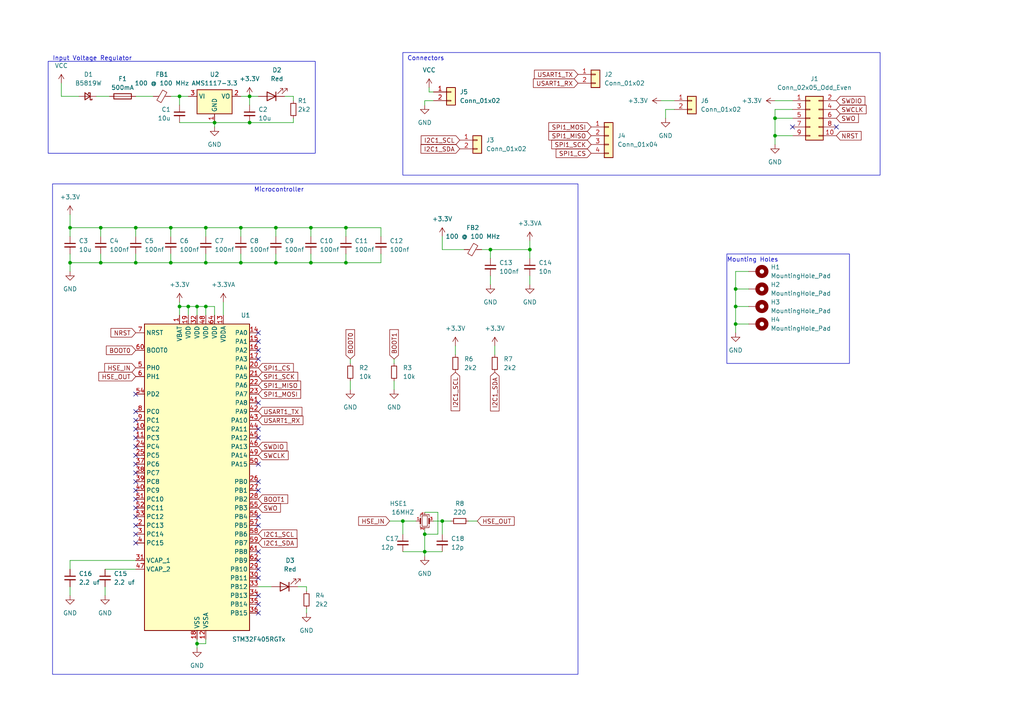
<source format=kicad_sch>
(kicad_sch (version 20230121) (generator eeschema)

  (uuid 567e19e7-a0cb-486c-a91c-0b4b837c6cb0)

  (paper "A4")

  (title_block
    (title "STM32F4_BREAKOUT_BOARD")
    (date "2023-12-28")
    (rev "V 1.0")
    (company "Bixyl_Lab")
    (comment 1 "Saviour Dagadu")
  )

  (lib_symbols
    (symbol "Connector_Generic:Conn_01x02" (pin_names (offset 1.016) hide) (in_bom yes) (on_board yes)
      (property "Reference" "J" (at 0 2.54 0)
        (effects (font (size 1.27 1.27)))
      )
      (property "Value" "Conn_01x02" (at 0 -5.08 0)
        (effects (font (size 1.27 1.27)))
      )
      (property "Footprint" "" (at 0 0 0)
        (effects (font (size 1.27 1.27)) hide)
      )
      (property "Datasheet" "~" (at 0 0 0)
        (effects (font (size 1.27 1.27)) hide)
      )
      (property "ki_keywords" "connector" (at 0 0 0)
        (effects (font (size 1.27 1.27)) hide)
      )
      (property "ki_description" "Generic connector, single row, 01x02, script generated (kicad-library-utils/schlib/autogen/connector/)" (at 0 0 0)
        (effects (font (size 1.27 1.27)) hide)
      )
      (property "ki_fp_filters" "Connector*:*_1x??_*" (at 0 0 0)
        (effects (font (size 1.27 1.27)) hide)
      )
      (symbol "Conn_01x02_1_1"
        (rectangle (start -1.27 -2.413) (end 0 -2.667)
          (stroke (width 0.1524) (type default))
          (fill (type none))
        )
        (rectangle (start -1.27 0.127) (end 0 -0.127)
          (stroke (width 0.1524) (type default))
          (fill (type none))
        )
        (rectangle (start -1.27 1.27) (end 1.27 -3.81)
          (stroke (width 0.254) (type default))
          (fill (type background))
        )
        (pin passive line (at -5.08 0 0) (length 3.81)
          (name "Pin_1" (effects (font (size 1.27 1.27))))
          (number "1" (effects (font (size 1.27 1.27))))
        )
        (pin passive line (at -5.08 -2.54 0) (length 3.81)
          (name "Pin_2" (effects (font (size 1.27 1.27))))
          (number "2" (effects (font (size 1.27 1.27))))
        )
      )
    )
    (symbol "Connector_Generic:Conn_01x04" (pin_names (offset 1.016) hide) (in_bom yes) (on_board yes)
      (property "Reference" "J" (at 0 5.08 0)
        (effects (font (size 1.27 1.27)))
      )
      (property "Value" "Conn_01x04" (at 0 -7.62 0)
        (effects (font (size 1.27 1.27)))
      )
      (property "Footprint" "" (at 0 0 0)
        (effects (font (size 1.27 1.27)) hide)
      )
      (property "Datasheet" "~" (at 0 0 0)
        (effects (font (size 1.27 1.27)) hide)
      )
      (property "ki_keywords" "connector" (at 0 0 0)
        (effects (font (size 1.27 1.27)) hide)
      )
      (property "ki_description" "Generic connector, single row, 01x04, script generated (kicad-library-utils/schlib/autogen/connector/)" (at 0 0 0)
        (effects (font (size 1.27 1.27)) hide)
      )
      (property "ki_fp_filters" "Connector*:*_1x??_*" (at 0 0 0)
        (effects (font (size 1.27 1.27)) hide)
      )
      (symbol "Conn_01x04_1_1"
        (rectangle (start -1.27 -4.953) (end 0 -5.207)
          (stroke (width 0.1524) (type default))
          (fill (type none))
        )
        (rectangle (start -1.27 -2.413) (end 0 -2.667)
          (stroke (width 0.1524) (type default))
          (fill (type none))
        )
        (rectangle (start -1.27 0.127) (end 0 -0.127)
          (stroke (width 0.1524) (type default))
          (fill (type none))
        )
        (rectangle (start -1.27 2.667) (end 0 2.413)
          (stroke (width 0.1524) (type default))
          (fill (type none))
        )
        (rectangle (start -1.27 3.81) (end 1.27 -6.35)
          (stroke (width 0.254) (type default))
          (fill (type background))
        )
        (pin passive line (at -5.08 2.54 0) (length 3.81)
          (name "Pin_1" (effects (font (size 1.27 1.27))))
          (number "1" (effects (font (size 1.27 1.27))))
        )
        (pin passive line (at -5.08 0 0) (length 3.81)
          (name "Pin_2" (effects (font (size 1.27 1.27))))
          (number "2" (effects (font (size 1.27 1.27))))
        )
        (pin passive line (at -5.08 -2.54 0) (length 3.81)
          (name "Pin_3" (effects (font (size 1.27 1.27))))
          (number "3" (effects (font (size 1.27 1.27))))
        )
        (pin passive line (at -5.08 -5.08 0) (length 3.81)
          (name "Pin_4" (effects (font (size 1.27 1.27))))
          (number "4" (effects (font (size 1.27 1.27))))
        )
      )
    )
    (symbol "Connector_Generic:Conn_02x05_Odd_Even" (pin_names (offset 1.016) hide) (in_bom yes) (on_board yes)
      (property "Reference" "J" (at 1.27 7.62 0)
        (effects (font (size 1.27 1.27)))
      )
      (property "Value" "Conn_02x05_Odd_Even" (at 1.27 -7.62 0)
        (effects (font (size 1.27 1.27)))
      )
      (property "Footprint" "" (at 0 0 0)
        (effects (font (size 1.27 1.27)) hide)
      )
      (property "Datasheet" "~" (at 0 0 0)
        (effects (font (size 1.27 1.27)) hide)
      )
      (property "ki_keywords" "connector" (at 0 0 0)
        (effects (font (size 1.27 1.27)) hide)
      )
      (property "ki_description" "Generic connector, double row, 02x05, odd/even pin numbering scheme (row 1 odd numbers, row 2 even numbers), script generated (kicad-library-utils/schlib/autogen/connector/)" (at 0 0 0)
        (effects (font (size 1.27 1.27)) hide)
      )
      (property "ki_fp_filters" "Connector*:*_2x??_*" (at 0 0 0)
        (effects (font (size 1.27 1.27)) hide)
      )
      (symbol "Conn_02x05_Odd_Even_1_1"
        (rectangle (start -1.27 -4.953) (end 0 -5.207)
          (stroke (width 0.1524) (type default))
          (fill (type none))
        )
        (rectangle (start -1.27 -2.413) (end 0 -2.667)
          (stroke (width 0.1524) (type default))
          (fill (type none))
        )
        (rectangle (start -1.27 0.127) (end 0 -0.127)
          (stroke (width 0.1524) (type default))
          (fill (type none))
        )
        (rectangle (start -1.27 2.667) (end 0 2.413)
          (stroke (width 0.1524) (type default))
          (fill (type none))
        )
        (rectangle (start -1.27 5.207) (end 0 4.953)
          (stroke (width 0.1524) (type default))
          (fill (type none))
        )
        (rectangle (start -1.27 6.35) (end 3.81 -6.35)
          (stroke (width 0.254) (type default))
          (fill (type background))
        )
        (rectangle (start 3.81 -4.953) (end 2.54 -5.207)
          (stroke (width 0.1524) (type default))
          (fill (type none))
        )
        (rectangle (start 3.81 -2.413) (end 2.54 -2.667)
          (stroke (width 0.1524) (type default))
          (fill (type none))
        )
        (rectangle (start 3.81 0.127) (end 2.54 -0.127)
          (stroke (width 0.1524) (type default))
          (fill (type none))
        )
        (rectangle (start 3.81 2.667) (end 2.54 2.413)
          (stroke (width 0.1524) (type default))
          (fill (type none))
        )
        (rectangle (start 3.81 5.207) (end 2.54 4.953)
          (stroke (width 0.1524) (type default))
          (fill (type none))
        )
        (pin passive line (at -5.08 5.08 0) (length 3.81)
          (name "Pin_1" (effects (font (size 1.27 1.27))))
          (number "1" (effects (font (size 1.27 1.27))))
        )
        (pin passive line (at 7.62 -5.08 180) (length 3.81)
          (name "Pin_10" (effects (font (size 1.27 1.27))))
          (number "10" (effects (font (size 1.27 1.27))))
        )
        (pin passive line (at 7.62 5.08 180) (length 3.81)
          (name "Pin_2" (effects (font (size 1.27 1.27))))
          (number "2" (effects (font (size 1.27 1.27))))
        )
        (pin passive line (at -5.08 2.54 0) (length 3.81)
          (name "Pin_3" (effects (font (size 1.27 1.27))))
          (number "3" (effects (font (size 1.27 1.27))))
        )
        (pin passive line (at 7.62 2.54 180) (length 3.81)
          (name "Pin_4" (effects (font (size 1.27 1.27))))
          (number "4" (effects (font (size 1.27 1.27))))
        )
        (pin passive line (at -5.08 0 0) (length 3.81)
          (name "Pin_5" (effects (font (size 1.27 1.27))))
          (number "5" (effects (font (size 1.27 1.27))))
        )
        (pin passive line (at 7.62 0 180) (length 3.81)
          (name "Pin_6" (effects (font (size 1.27 1.27))))
          (number "6" (effects (font (size 1.27 1.27))))
        )
        (pin passive line (at -5.08 -2.54 0) (length 3.81)
          (name "Pin_7" (effects (font (size 1.27 1.27))))
          (number "7" (effects (font (size 1.27 1.27))))
        )
        (pin passive line (at 7.62 -2.54 180) (length 3.81)
          (name "Pin_8" (effects (font (size 1.27 1.27))))
          (number "8" (effects (font (size 1.27 1.27))))
        )
        (pin passive line (at -5.08 -5.08 0) (length 3.81)
          (name "Pin_9" (effects (font (size 1.27 1.27))))
          (number "9" (effects (font (size 1.27 1.27))))
        )
      )
    )
    (symbol "Device:C_Small" (pin_numbers hide) (pin_names (offset 0.254) hide) (in_bom yes) (on_board yes)
      (property "Reference" "C" (at 0.254 1.778 0)
        (effects (font (size 1.27 1.27)) (justify left))
      )
      (property "Value" "C_Small" (at 0.254 -2.032 0)
        (effects (font (size 1.27 1.27)) (justify left))
      )
      (property "Footprint" "" (at 0 0 0)
        (effects (font (size 1.27 1.27)) hide)
      )
      (property "Datasheet" "~" (at 0 0 0)
        (effects (font (size 1.27 1.27)) hide)
      )
      (property "ki_keywords" "capacitor cap" (at 0 0 0)
        (effects (font (size 1.27 1.27)) hide)
      )
      (property "ki_description" "Unpolarized capacitor, small symbol" (at 0 0 0)
        (effects (font (size 1.27 1.27)) hide)
      )
      (property "ki_fp_filters" "C_*" (at 0 0 0)
        (effects (font (size 1.27 1.27)) hide)
      )
      (symbol "C_Small_0_1"
        (polyline
          (pts
            (xy -1.524 -0.508)
            (xy 1.524 -0.508)
          )
          (stroke (width 0.3302) (type default))
          (fill (type none))
        )
        (polyline
          (pts
            (xy -1.524 0.508)
            (xy 1.524 0.508)
          )
          (stroke (width 0.3048) (type default))
          (fill (type none))
        )
      )
      (symbol "C_Small_1_1"
        (pin passive line (at 0 2.54 270) (length 2.032)
          (name "~" (effects (font (size 1.27 1.27))))
          (number "1" (effects (font (size 1.27 1.27))))
        )
        (pin passive line (at 0 -2.54 90) (length 2.032)
          (name "~" (effects (font (size 1.27 1.27))))
          (number "2" (effects (font (size 1.27 1.27))))
        )
      )
    )
    (symbol "Device:Crystal_GND24_Small" (pin_names (offset 1.016) hide) (in_bom yes) (on_board yes)
      (property "Reference" "Y" (at 1.27 4.445 0)
        (effects (font (size 1.27 1.27)) (justify left))
      )
      (property "Value" "Crystal_GND24_Small" (at 1.27 2.54 0)
        (effects (font (size 1.27 1.27)) (justify left))
      )
      (property "Footprint" "" (at 0 0 0)
        (effects (font (size 1.27 1.27)) hide)
      )
      (property "Datasheet" "~" (at 0 0 0)
        (effects (font (size 1.27 1.27)) hide)
      )
      (property "ki_keywords" "quartz ceramic resonator oscillator" (at 0 0 0)
        (effects (font (size 1.27 1.27)) hide)
      )
      (property "ki_description" "Four pin crystal, GND on pins 2 and 4, small symbol" (at 0 0 0)
        (effects (font (size 1.27 1.27)) hide)
      )
      (property "ki_fp_filters" "Crystal*" (at 0 0 0)
        (effects (font (size 1.27 1.27)) hide)
      )
      (symbol "Crystal_GND24_Small_0_1"
        (rectangle (start -0.762 -1.524) (end 0.762 1.524)
          (stroke (width 0) (type default))
          (fill (type none))
        )
        (polyline
          (pts
            (xy -1.27 -0.762)
            (xy -1.27 0.762)
          )
          (stroke (width 0.381) (type default))
          (fill (type none))
        )
        (polyline
          (pts
            (xy 1.27 -0.762)
            (xy 1.27 0.762)
          )
          (stroke (width 0.381) (type default))
          (fill (type none))
        )
        (polyline
          (pts
            (xy -1.27 -1.27)
            (xy -1.27 -1.905)
            (xy 1.27 -1.905)
            (xy 1.27 -1.27)
          )
          (stroke (width 0) (type default))
          (fill (type none))
        )
        (polyline
          (pts
            (xy -1.27 1.27)
            (xy -1.27 1.905)
            (xy 1.27 1.905)
            (xy 1.27 1.27)
          )
          (stroke (width 0) (type default))
          (fill (type none))
        )
      )
      (symbol "Crystal_GND24_Small_1_1"
        (pin passive line (at -2.54 0 0) (length 1.27)
          (name "1" (effects (font (size 1.27 1.27))))
          (number "1" (effects (font (size 0.762 0.762))))
        )
        (pin passive line (at 0 -2.54 90) (length 0.635)
          (name "2" (effects (font (size 1.27 1.27))))
          (number "2" (effects (font (size 0.762 0.762))))
        )
        (pin passive line (at 2.54 0 180) (length 1.27)
          (name "3" (effects (font (size 1.27 1.27))))
          (number "3" (effects (font (size 0.762 0.762))))
        )
        (pin passive line (at 0 2.54 270) (length 0.635)
          (name "4" (effects (font (size 1.27 1.27))))
          (number "4" (effects (font (size 0.762 0.762))))
        )
      )
    )
    (symbol "Device:D_Schottky_Small" (pin_numbers hide) (pin_names (offset 0.254) hide) (in_bom yes) (on_board yes)
      (property "Reference" "D" (at -1.27 2.032 0)
        (effects (font (size 1.27 1.27)) (justify left))
      )
      (property "Value" "D_Schottky_Small" (at -7.112 -2.032 0)
        (effects (font (size 1.27 1.27)) (justify left))
      )
      (property "Footprint" "" (at 0 0 90)
        (effects (font (size 1.27 1.27)) hide)
      )
      (property "Datasheet" "~" (at 0 0 90)
        (effects (font (size 1.27 1.27)) hide)
      )
      (property "ki_keywords" "diode Schottky" (at 0 0 0)
        (effects (font (size 1.27 1.27)) hide)
      )
      (property "ki_description" "Schottky diode, small symbol" (at 0 0 0)
        (effects (font (size 1.27 1.27)) hide)
      )
      (property "ki_fp_filters" "TO-???* *_Diode_* *SingleDiode* D_*" (at 0 0 0)
        (effects (font (size 1.27 1.27)) hide)
      )
      (symbol "D_Schottky_Small_0_1"
        (polyline
          (pts
            (xy -0.762 0)
            (xy 0.762 0)
          )
          (stroke (width 0) (type default))
          (fill (type none))
        )
        (polyline
          (pts
            (xy 0.762 -1.016)
            (xy -0.762 0)
            (xy 0.762 1.016)
            (xy 0.762 -1.016)
          )
          (stroke (width 0.254) (type default))
          (fill (type none))
        )
        (polyline
          (pts
            (xy -1.27 0.762)
            (xy -1.27 1.016)
            (xy -0.762 1.016)
            (xy -0.762 -1.016)
            (xy -0.254 -1.016)
            (xy -0.254 -0.762)
          )
          (stroke (width 0.254) (type default))
          (fill (type none))
        )
      )
      (symbol "D_Schottky_Small_1_1"
        (pin passive line (at -2.54 0 0) (length 1.778)
          (name "K" (effects (font (size 1.27 1.27))))
          (number "1" (effects (font (size 1.27 1.27))))
        )
        (pin passive line (at 2.54 0 180) (length 1.778)
          (name "A" (effects (font (size 1.27 1.27))))
          (number "2" (effects (font (size 1.27 1.27))))
        )
      )
    )
    (symbol "Device:FerriteBead_Small" (pin_numbers hide) (pin_names (offset 0)) (in_bom yes) (on_board yes)
      (property "Reference" "FB" (at 1.905 1.27 0)
        (effects (font (size 1.27 1.27)) (justify left))
      )
      (property "Value" "FerriteBead_Small" (at 1.905 -1.27 0)
        (effects (font (size 1.27 1.27)) (justify left))
      )
      (property "Footprint" "" (at -1.778 0 90)
        (effects (font (size 1.27 1.27)) hide)
      )
      (property "Datasheet" "~" (at 0 0 0)
        (effects (font (size 1.27 1.27)) hide)
      )
      (property "ki_keywords" "L ferrite bead inductor filter" (at 0 0 0)
        (effects (font (size 1.27 1.27)) hide)
      )
      (property "ki_description" "Ferrite bead, small symbol" (at 0 0 0)
        (effects (font (size 1.27 1.27)) hide)
      )
      (property "ki_fp_filters" "Inductor_* L_* *Ferrite*" (at 0 0 0)
        (effects (font (size 1.27 1.27)) hide)
      )
      (symbol "FerriteBead_Small_0_1"
        (polyline
          (pts
            (xy 0 -1.27)
            (xy 0 -0.7874)
          )
          (stroke (width 0) (type default))
          (fill (type none))
        )
        (polyline
          (pts
            (xy 0 0.889)
            (xy 0 1.2954)
          )
          (stroke (width 0) (type default))
          (fill (type none))
        )
        (polyline
          (pts
            (xy -1.8288 0.2794)
            (xy -1.1176 1.4986)
            (xy 1.8288 -0.2032)
            (xy 1.1176 -1.4224)
            (xy -1.8288 0.2794)
          )
          (stroke (width 0) (type default))
          (fill (type none))
        )
      )
      (symbol "FerriteBead_Small_1_1"
        (pin passive line (at 0 2.54 270) (length 1.27)
          (name "~" (effects (font (size 1.27 1.27))))
          (number "1" (effects (font (size 1.27 1.27))))
        )
        (pin passive line (at 0 -2.54 90) (length 1.27)
          (name "~" (effects (font (size 1.27 1.27))))
          (number "2" (effects (font (size 1.27 1.27))))
        )
      )
    )
    (symbol "Device:Fuse" (pin_numbers hide) (pin_names (offset 0)) (in_bom yes) (on_board yes)
      (property "Reference" "F" (at 2.032 0 90)
        (effects (font (size 1.27 1.27)))
      )
      (property "Value" "Fuse" (at -1.905 0 90)
        (effects (font (size 1.27 1.27)))
      )
      (property "Footprint" "" (at -1.778 0 90)
        (effects (font (size 1.27 1.27)) hide)
      )
      (property "Datasheet" "~" (at 0 0 0)
        (effects (font (size 1.27 1.27)) hide)
      )
      (property "ki_keywords" "fuse" (at 0 0 0)
        (effects (font (size 1.27 1.27)) hide)
      )
      (property "ki_description" "Fuse" (at 0 0 0)
        (effects (font (size 1.27 1.27)) hide)
      )
      (property "ki_fp_filters" "*Fuse*" (at 0 0 0)
        (effects (font (size 1.27 1.27)) hide)
      )
      (symbol "Fuse_0_1"
        (rectangle (start -0.762 -2.54) (end 0.762 2.54)
          (stroke (width 0.254) (type default))
          (fill (type none))
        )
        (polyline
          (pts
            (xy 0 2.54)
            (xy 0 -2.54)
          )
          (stroke (width 0) (type default))
          (fill (type none))
        )
      )
      (symbol "Fuse_1_1"
        (pin passive line (at 0 3.81 270) (length 1.27)
          (name "~" (effects (font (size 1.27 1.27))))
          (number "1" (effects (font (size 1.27 1.27))))
        )
        (pin passive line (at 0 -3.81 90) (length 1.27)
          (name "~" (effects (font (size 1.27 1.27))))
          (number "2" (effects (font (size 1.27 1.27))))
        )
      )
    )
    (symbol "Device:LED" (pin_numbers hide) (pin_names (offset 1.016) hide) (in_bom yes) (on_board yes)
      (property "Reference" "D" (at 0 2.54 0)
        (effects (font (size 1.27 1.27)))
      )
      (property "Value" "LED" (at 0 -2.54 0)
        (effects (font (size 1.27 1.27)))
      )
      (property "Footprint" "" (at 0 0 0)
        (effects (font (size 1.27 1.27)) hide)
      )
      (property "Datasheet" "~" (at 0 0 0)
        (effects (font (size 1.27 1.27)) hide)
      )
      (property "ki_keywords" "LED diode" (at 0 0 0)
        (effects (font (size 1.27 1.27)) hide)
      )
      (property "ki_description" "Light emitting diode" (at 0 0 0)
        (effects (font (size 1.27 1.27)) hide)
      )
      (property "ki_fp_filters" "LED* LED_SMD:* LED_THT:*" (at 0 0 0)
        (effects (font (size 1.27 1.27)) hide)
      )
      (symbol "LED_0_1"
        (polyline
          (pts
            (xy -1.27 -1.27)
            (xy -1.27 1.27)
          )
          (stroke (width 0.254) (type default))
          (fill (type none))
        )
        (polyline
          (pts
            (xy -1.27 0)
            (xy 1.27 0)
          )
          (stroke (width 0) (type default))
          (fill (type none))
        )
        (polyline
          (pts
            (xy 1.27 -1.27)
            (xy 1.27 1.27)
            (xy -1.27 0)
            (xy 1.27 -1.27)
          )
          (stroke (width 0.254) (type default))
          (fill (type none))
        )
        (polyline
          (pts
            (xy -3.048 -0.762)
            (xy -4.572 -2.286)
            (xy -3.81 -2.286)
            (xy -4.572 -2.286)
            (xy -4.572 -1.524)
          )
          (stroke (width 0) (type default))
          (fill (type none))
        )
        (polyline
          (pts
            (xy -1.778 -0.762)
            (xy -3.302 -2.286)
            (xy -2.54 -2.286)
            (xy -3.302 -2.286)
            (xy -3.302 -1.524)
          )
          (stroke (width 0) (type default))
          (fill (type none))
        )
      )
      (symbol "LED_1_1"
        (pin passive line (at -3.81 0 0) (length 2.54)
          (name "K" (effects (font (size 1.27 1.27))))
          (number "1" (effects (font (size 1.27 1.27))))
        )
        (pin passive line (at 3.81 0 180) (length 2.54)
          (name "A" (effects (font (size 1.27 1.27))))
          (number "2" (effects (font (size 1.27 1.27))))
        )
      )
    )
    (symbol "Device:R_Small" (pin_numbers hide) (pin_names (offset 0.254) hide) (in_bom yes) (on_board yes)
      (property "Reference" "R" (at 0.762 0.508 0)
        (effects (font (size 1.27 1.27)) (justify left))
      )
      (property "Value" "R_Small" (at 0.762 -1.016 0)
        (effects (font (size 1.27 1.27)) (justify left))
      )
      (property "Footprint" "" (at 0 0 0)
        (effects (font (size 1.27 1.27)) hide)
      )
      (property "Datasheet" "~" (at 0 0 0)
        (effects (font (size 1.27 1.27)) hide)
      )
      (property "ki_keywords" "R resistor" (at 0 0 0)
        (effects (font (size 1.27 1.27)) hide)
      )
      (property "ki_description" "Resistor, small symbol" (at 0 0 0)
        (effects (font (size 1.27 1.27)) hide)
      )
      (property "ki_fp_filters" "R_*" (at 0 0 0)
        (effects (font (size 1.27 1.27)) hide)
      )
      (symbol "R_Small_0_1"
        (rectangle (start -0.762 1.778) (end 0.762 -1.778)
          (stroke (width 0.2032) (type default))
          (fill (type none))
        )
      )
      (symbol "R_Small_1_1"
        (pin passive line (at 0 2.54 270) (length 0.762)
          (name "~" (effects (font (size 1.27 1.27))))
          (number "1" (effects (font (size 1.27 1.27))))
        )
        (pin passive line (at 0 -2.54 90) (length 0.762)
          (name "~" (effects (font (size 1.27 1.27))))
          (number "2" (effects (font (size 1.27 1.27))))
        )
      )
    )
    (symbol "MCU_ST_STM32F4:STM32F405RGTx" (in_bom yes) (on_board yes)
      (property "Reference" "U" (at -15.24 46.99 0)
        (effects (font (size 1.27 1.27)) (justify left))
      )
      (property "Value" "STM32F405RGTx" (at 10.16 46.99 0)
        (effects (font (size 1.27 1.27)) (justify left))
      )
      (property "Footprint" "Package_QFP:LQFP-64_10x10mm_P0.5mm" (at -15.24 -43.18 0)
        (effects (font (size 1.27 1.27)) (justify right) hide)
      )
      (property "Datasheet" "https://www.st.com/resource/en/datasheet/stm32f405rg.pdf" (at 0 0 0)
        (effects (font (size 1.27 1.27)) hide)
      )
      (property "ki_locked" "" (at 0 0 0)
        (effects (font (size 1.27 1.27)))
      )
      (property "ki_keywords" "Arm Cortex-M4 STM32F4 STM32F405/415" (at 0 0 0)
        (effects (font (size 1.27 1.27)) hide)
      )
      (property "ki_description" "STMicroelectronics Arm Cortex-M4 MCU, 1024KB flash, 192KB RAM, 168 MHz, 1.8-3.6V, 51 GPIO, LQFP64" (at 0 0 0)
        (effects (font (size 1.27 1.27)) hide)
      )
      (property "ki_fp_filters" "LQFP*10x10mm*P0.5mm*" (at 0 0 0)
        (effects (font (size 1.27 1.27)) hide)
      )
      (symbol "STM32F405RGTx_0_1"
        (rectangle (start -15.24 -43.18) (end 15.24 45.72)
          (stroke (width 0.254) (type default))
          (fill (type background))
        )
      )
      (symbol "STM32F405RGTx_1_1"
        (pin power_in line (at -5.08 48.26 270) (length 2.54)
          (name "VBAT" (effects (font (size 1.27 1.27))))
          (number "1" (effects (font (size 1.27 1.27))))
        )
        (pin bidirectional line (at -17.78 15.24 0) (length 2.54)
          (name "PC2" (effects (font (size 1.27 1.27))))
          (number "10" (effects (font (size 1.27 1.27))))
          (alternate "ADC1_IN12" bidirectional line)
          (alternate "ADC2_IN12" bidirectional line)
          (alternate "ADC3_IN12" bidirectional line)
          (alternate "I2S2_ext_SD" bidirectional line)
          (alternate "SPI2_MISO" bidirectional line)
          (alternate "USB_OTG_HS_ULPI_DIR" bidirectional line)
        )
        (pin bidirectional line (at -17.78 12.7 0) (length 2.54)
          (name "PC3" (effects (font (size 1.27 1.27))))
          (number "11" (effects (font (size 1.27 1.27))))
          (alternate "ADC1_IN13" bidirectional line)
          (alternate "ADC2_IN13" bidirectional line)
          (alternate "ADC3_IN13" bidirectional line)
          (alternate "I2S2_SD" bidirectional line)
          (alternate "SPI2_MOSI" bidirectional line)
          (alternate "USB_OTG_HS_ULPI_NXT" bidirectional line)
        )
        (pin power_in line (at 2.54 -45.72 90) (length 2.54)
          (name "VSSA" (effects (font (size 1.27 1.27))))
          (number "12" (effects (font (size 1.27 1.27))))
        )
        (pin power_in line (at 7.62 48.26 270) (length 2.54)
          (name "VDDA" (effects (font (size 1.27 1.27))))
          (number "13" (effects (font (size 1.27 1.27))))
        )
        (pin bidirectional line (at 17.78 43.18 180) (length 2.54)
          (name "PA0" (effects (font (size 1.27 1.27))))
          (number "14" (effects (font (size 1.27 1.27))))
          (alternate "ADC1_IN0" bidirectional line)
          (alternate "ADC2_IN0" bidirectional line)
          (alternate "ADC3_IN0" bidirectional line)
          (alternate "SYS_WKUP" bidirectional line)
          (alternate "TIM2_CH1" bidirectional line)
          (alternate "TIM2_ETR" bidirectional line)
          (alternate "TIM5_CH1" bidirectional line)
          (alternate "TIM8_ETR" bidirectional line)
          (alternate "UART4_TX" bidirectional line)
          (alternate "USART2_CTS" bidirectional line)
        )
        (pin bidirectional line (at 17.78 40.64 180) (length 2.54)
          (name "PA1" (effects (font (size 1.27 1.27))))
          (number "15" (effects (font (size 1.27 1.27))))
          (alternate "ADC1_IN1" bidirectional line)
          (alternate "ADC2_IN1" bidirectional line)
          (alternate "ADC3_IN1" bidirectional line)
          (alternate "TIM2_CH2" bidirectional line)
          (alternate "TIM5_CH2" bidirectional line)
          (alternate "UART4_RX" bidirectional line)
          (alternate "USART2_RTS" bidirectional line)
        )
        (pin bidirectional line (at 17.78 38.1 180) (length 2.54)
          (name "PA2" (effects (font (size 1.27 1.27))))
          (number "16" (effects (font (size 1.27 1.27))))
          (alternate "ADC1_IN2" bidirectional line)
          (alternate "ADC2_IN2" bidirectional line)
          (alternate "ADC3_IN2" bidirectional line)
          (alternate "TIM2_CH3" bidirectional line)
          (alternate "TIM5_CH3" bidirectional line)
          (alternate "TIM9_CH1" bidirectional line)
          (alternate "USART2_TX" bidirectional line)
        )
        (pin bidirectional line (at 17.78 35.56 180) (length 2.54)
          (name "PA3" (effects (font (size 1.27 1.27))))
          (number "17" (effects (font (size 1.27 1.27))))
          (alternate "ADC1_IN3" bidirectional line)
          (alternate "ADC2_IN3" bidirectional line)
          (alternate "ADC3_IN3" bidirectional line)
          (alternate "TIM2_CH4" bidirectional line)
          (alternate "TIM5_CH4" bidirectional line)
          (alternate "TIM9_CH2" bidirectional line)
          (alternate "USART2_RX" bidirectional line)
          (alternate "USB_OTG_HS_ULPI_D0" bidirectional line)
        )
        (pin power_in line (at 0 -45.72 90) (length 2.54)
          (name "VSS" (effects (font (size 1.27 1.27))))
          (number "18" (effects (font (size 1.27 1.27))))
        )
        (pin power_in line (at -2.54 48.26 270) (length 2.54)
          (name "VDD" (effects (font (size 1.27 1.27))))
          (number "19" (effects (font (size 1.27 1.27))))
        )
        (pin bidirectional line (at -17.78 -12.7 0) (length 2.54)
          (name "PC13" (effects (font (size 1.27 1.27))))
          (number "2" (effects (font (size 1.27 1.27))))
          (alternate "RTC_AF1" bidirectional line)
        )
        (pin bidirectional line (at 17.78 33.02 180) (length 2.54)
          (name "PA4" (effects (font (size 1.27 1.27))))
          (number "20" (effects (font (size 1.27 1.27))))
          (alternate "ADC1_IN4" bidirectional line)
          (alternate "ADC2_IN4" bidirectional line)
          (alternate "DAC_OUT1" bidirectional line)
          (alternate "I2S3_WS" bidirectional line)
          (alternate "SPI1_NSS" bidirectional line)
          (alternate "SPI3_NSS" bidirectional line)
          (alternate "USART2_CK" bidirectional line)
          (alternate "USB_OTG_HS_SOF" bidirectional line)
        )
        (pin bidirectional line (at 17.78 30.48 180) (length 2.54)
          (name "PA5" (effects (font (size 1.27 1.27))))
          (number "21" (effects (font (size 1.27 1.27))))
          (alternate "ADC1_IN5" bidirectional line)
          (alternate "ADC2_IN5" bidirectional line)
          (alternate "DAC_OUT2" bidirectional line)
          (alternate "SPI1_SCK" bidirectional line)
          (alternate "TIM2_CH1" bidirectional line)
          (alternate "TIM2_ETR" bidirectional line)
          (alternate "TIM8_CH1N" bidirectional line)
          (alternate "USB_OTG_HS_ULPI_CK" bidirectional line)
        )
        (pin bidirectional line (at 17.78 27.94 180) (length 2.54)
          (name "PA6" (effects (font (size 1.27 1.27))))
          (number "22" (effects (font (size 1.27 1.27))))
          (alternate "ADC1_IN6" bidirectional line)
          (alternate "ADC2_IN6" bidirectional line)
          (alternate "SPI1_MISO" bidirectional line)
          (alternate "TIM13_CH1" bidirectional line)
          (alternate "TIM1_BKIN" bidirectional line)
          (alternate "TIM3_CH1" bidirectional line)
          (alternate "TIM8_BKIN" bidirectional line)
        )
        (pin bidirectional line (at 17.78 25.4 180) (length 2.54)
          (name "PA7" (effects (font (size 1.27 1.27))))
          (number "23" (effects (font (size 1.27 1.27))))
          (alternate "ADC1_IN7" bidirectional line)
          (alternate "ADC2_IN7" bidirectional line)
          (alternate "SPI1_MOSI" bidirectional line)
          (alternate "TIM14_CH1" bidirectional line)
          (alternate "TIM1_CH1N" bidirectional line)
          (alternate "TIM3_CH2" bidirectional line)
          (alternate "TIM8_CH1N" bidirectional line)
        )
        (pin bidirectional line (at -17.78 10.16 0) (length 2.54)
          (name "PC4" (effects (font (size 1.27 1.27))))
          (number "24" (effects (font (size 1.27 1.27))))
          (alternate "ADC1_IN14" bidirectional line)
          (alternate "ADC2_IN14" bidirectional line)
        )
        (pin bidirectional line (at -17.78 7.62 0) (length 2.54)
          (name "PC5" (effects (font (size 1.27 1.27))))
          (number "25" (effects (font (size 1.27 1.27))))
          (alternate "ADC1_IN15" bidirectional line)
          (alternate "ADC2_IN15" bidirectional line)
        )
        (pin bidirectional line (at 17.78 0 180) (length 2.54)
          (name "PB0" (effects (font (size 1.27 1.27))))
          (number "26" (effects (font (size 1.27 1.27))))
          (alternate "ADC1_IN8" bidirectional line)
          (alternate "ADC2_IN8" bidirectional line)
          (alternate "TIM1_CH2N" bidirectional line)
          (alternate "TIM3_CH3" bidirectional line)
          (alternate "TIM8_CH2N" bidirectional line)
          (alternate "USB_OTG_HS_ULPI_D1" bidirectional line)
        )
        (pin bidirectional line (at 17.78 -2.54 180) (length 2.54)
          (name "PB1" (effects (font (size 1.27 1.27))))
          (number "27" (effects (font (size 1.27 1.27))))
          (alternate "ADC1_IN9" bidirectional line)
          (alternate "ADC2_IN9" bidirectional line)
          (alternate "TIM1_CH3N" bidirectional line)
          (alternate "TIM3_CH4" bidirectional line)
          (alternate "TIM8_CH3N" bidirectional line)
          (alternate "USB_OTG_HS_ULPI_D2" bidirectional line)
        )
        (pin bidirectional line (at 17.78 -5.08 180) (length 2.54)
          (name "PB2" (effects (font (size 1.27 1.27))))
          (number "28" (effects (font (size 1.27 1.27))))
        )
        (pin bidirectional line (at 17.78 -25.4 180) (length 2.54)
          (name "PB10" (effects (font (size 1.27 1.27))))
          (number "29" (effects (font (size 1.27 1.27))))
          (alternate "I2C2_SCL" bidirectional line)
          (alternate "I2S2_CK" bidirectional line)
          (alternate "SPI2_SCK" bidirectional line)
          (alternate "TIM2_CH3" bidirectional line)
          (alternate "USART3_TX" bidirectional line)
          (alternate "USB_OTG_HS_ULPI_D3" bidirectional line)
        )
        (pin bidirectional line (at -17.78 -15.24 0) (length 2.54)
          (name "PC14" (effects (font (size 1.27 1.27))))
          (number "3" (effects (font (size 1.27 1.27))))
          (alternate "RCC_OSC32_IN" bidirectional line)
        )
        (pin bidirectional line (at 17.78 -27.94 180) (length 2.54)
          (name "PB11" (effects (font (size 1.27 1.27))))
          (number "30" (effects (font (size 1.27 1.27))))
          (alternate "ADC1_EXTI11" bidirectional line)
          (alternate "ADC2_EXTI11" bidirectional line)
          (alternate "ADC3_EXTI11" bidirectional line)
          (alternate "I2C2_SDA" bidirectional line)
          (alternate "TIM2_CH4" bidirectional line)
          (alternate "USART3_RX" bidirectional line)
          (alternate "USB_OTG_HS_ULPI_D4" bidirectional line)
        )
        (pin power_out line (at -17.78 -22.86 0) (length 2.54)
          (name "VCAP_1" (effects (font (size 1.27 1.27))))
          (number "31" (effects (font (size 1.27 1.27))))
        )
        (pin power_in line (at 0 48.26 270) (length 2.54)
          (name "VDD" (effects (font (size 1.27 1.27))))
          (number "32" (effects (font (size 1.27 1.27))))
        )
        (pin bidirectional line (at 17.78 -30.48 180) (length 2.54)
          (name "PB12" (effects (font (size 1.27 1.27))))
          (number "33" (effects (font (size 1.27 1.27))))
          (alternate "CAN2_RX" bidirectional line)
          (alternate "I2C2_SMBA" bidirectional line)
          (alternate "I2S2_WS" bidirectional line)
          (alternate "SPI2_NSS" bidirectional line)
          (alternate "TIM1_BKIN" bidirectional line)
          (alternate "USART3_CK" bidirectional line)
          (alternate "USB_OTG_HS_ID" bidirectional line)
          (alternate "USB_OTG_HS_ULPI_D5" bidirectional line)
        )
        (pin bidirectional line (at 17.78 -33.02 180) (length 2.54)
          (name "PB13" (effects (font (size 1.27 1.27))))
          (number "34" (effects (font (size 1.27 1.27))))
          (alternate "CAN2_TX" bidirectional line)
          (alternate "I2S2_CK" bidirectional line)
          (alternate "SPI2_SCK" bidirectional line)
          (alternate "TIM1_CH1N" bidirectional line)
          (alternate "USART3_CTS" bidirectional line)
          (alternate "USB_OTG_HS_ULPI_D6" bidirectional line)
          (alternate "USB_OTG_HS_VBUS" bidirectional line)
        )
        (pin bidirectional line (at 17.78 -35.56 180) (length 2.54)
          (name "PB14" (effects (font (size 1.27 1.27))))
          (number "35" (effects (font (size 1.27 1.27))))
          (alternate "I2S2_ext_SD" bidirectional line)
          (alternate "SPI2_MISO" bidirectional line)
          (alternate "TIM12_CH1" bidirectional line)
          (alternate "TIM1_CH2N" bidirectional line)
          (alternate "TIM8_CH2N" bidirectional line)
          (alternate "USART3_RTS" bidirectional line)
          (alternate "USB_OTG_HS_DM" bidirectional line)
        )
        (pin bidirectional line (at 17.78 -38.1 180) (length 2.54)
          (name "PB15" (effects (font (size 1.27 1.27))))
          (number "36" (effects (font (size 1.27 1.27))))
          (alternate "ADC1_EXTI15" bidirectional line)
          (alternate "ADC2_EXTI15" bidirectional line)
          (alternate "ADC3_EXTI15" bidirectional line)
          (alternate "I2S2_SD" bidirectional line)
          (alternate "RTC_REFIN" bidirectional line)
          (alternate "SPI2_MOSI" bidirectional line)
          (alternate "TIM12_CH2" bidirectional line)
          (alternate "TIM1_CH3N" bidirectional line)
          (alternate "TIM8_CH3N" bidirectional line)
          (alternate "USB_OTG_HS_DP" bidirectional line)
        )
        (pin bidirectional line (at -17.78 5.08 0) (length 2.54)
          (name "PC6" (effects (font (size 1.27 1.27))))
          (number "37" (effects (font (size 1.27 1.27))))
          (alternate "I2S2_MCK" bidirectional line)
          (alternate "SDIO_D6" bidirectional line)
          (alternate "TIM3_CH1" bidirectional line)
          (alternate "TIM8_CH1" bidirectional line)
          (alternate "USART6_TX" bidirectional line)
        )
        (pin bidirectional line (at -17.78 2.54 0) (length 2.54)
          (name "PC7" (effects (font (size 1.27 1.27))))
          (number "38" (effects (font (size 1.27 1.27))))
          (alternate "I2S3_MCK" bidirectional line)
          (alternate "SDIO_D7" bidirectional line)
          (alternate "TIM3_CH2" bidirectional line)
          (alternate "TIM8_CH2" bidirectional line)
          (alternate "USART6_RX" bidirectional line)
        )
        (pin bidirectional line (at -17.78 0 0) (length 2.54)
          (name "PC8" (effects (font (size 1.27 1.27))))
          (number "39" (effects (font (size 1.27 1.27))))
          (alternate "SDIO_D0" bidirectional line)
          (alternate "TIM3_CH3" bidirectional line)
          (alternate "TIM8_CH3" bidirectional line)
          (alternate "USART6_CK" bidirectional line)
        )
        (pin bidirectional line (at -17.78 -17.78 0) (length 2.54)
          (name "PC15" (effects (font (size 1.27 1.27))))
          (number "4" (effects (font (size 1.27 1.27))))
          (alternate "ADC1_EXTI15" bidirectional line)
          (alternate "ADC2_EXTI15" bidirectional line)
          (alternate "ADC3_EXTI15" bidirectional line)
          (alternate "RCC_OSC32_OUT" bidirectional line)
        )
        (pin bidirectional line (at -17.78 -2.54 0) (length 2.54)
          (name "PC9" (effects (font (size 1.27 1.27))))
          (number "40" (effects (font (size 1.27 1.27))))
          (alternate "DAC_EXTI9" bidirectional line)
          (alternate "I2C3_SDA" bidirectional line)
          (alternate "I2S_CKIN" bidirectional line)
          (alternate "RCC_MCO_2" bidirectional line)
          (alternate "SDIO_D1" bidirectional line)
          (alternate "TIM3_CH4" bidirectional line)
          (alternate "TIM8_CH4" bidirectional line)
        )
        (pin bidirectional line (at 17.78 22.86 180) (length 2.54)
          (name "PA8" (effects (font (size 1.27 1.27))))
          (number "41" (effects (font (size 1.27 1.27))))
          (alternate "I2C3_SCL" bidirectional line)
          (alternate "RCC_MCO_1" bidirectional line)
          (alternate "TIM1_CH1" bidirectional line)
          (alternate "USART1_CK" bidirectional line)
          (alternate "USB_OTG_FS_SOF" bidirectional line)
        )
        (pin bidirectional line (at 17.78 20.32 180) (length 2.54)
          (name "PA9" (effects (font (size 1.27 1.27))))
          (number "42" (effects (font (size 1.27 1.27))))
          (alternate "DAC_EXTI9" bidirectional line)
          (alternate "I2C3_SMBA" bidirectional line)
          (alternate "TIM1_CH2" bidirectional line)
          (alternate "USART1_TX" bidirectional line)
          (alternate "USB_OTG_FS_VBUS" bidirectional line)
        )
        (pin bidirectional line (at 17.78 17.78 180) (length 2.54)
          (name "PA10" (effects (font (size 1.27 1.27))))
          (number "43" (effects (font (size 1.27 1.27))))
          (alternate "TIM1_CH3" bidirectional line)
          (alternate "USART1_RX" bidirectional line)
          (alternate "USB_OTG_FS_ID" bidirectional line)
        )
        (pin bidirectional line (at 17.78 15.24 180) (length 2.54)
          (name "PA11" (effects (font (size 1.27 1.27))))
          (number "44" (effects (font (size 1.27 1.27))))
          (alternate "ADC1_EXTI11" bidirectional line)
          (alternate "ADC2_EXTI11" bidirectional line)
          (alternate "ADC3_EXTI11" bidirectional line)
          (alternate "CAN1_RX" bidirectional line)
          (alternate "TIM1_CH4" bidirectional line)
          (alternate "USART1_CTS" bidirectional line)
          (alternate "USB_OTG_FS_DM" bidirectional line)
        )
        (pin bidirectional line (at 17.78 12.7 180) (length 2.54)
          (name "PA12" (effects (font (size 1.27 1.27))))
          (number "45" (effects (font (size 1.27 1.27))))
          (alternate "CAN1_TX" bidirectional line)
          (alternate "TIM1_ETR" bidirectional line)
          (alternate "USART1_RTS" bidirectional line)
          (alternate "USB_OTG_FS_DP" bidirectional line)
        )
        (pin bidirectional line (at 17.78 10.16 180) (length 2.54)
          (name "PA13" (effects (font (size 1.27 1.27))))
          (number "46" (effects (font (size 1.27 1.27))))
          (alternate "SYS_JTMS-SWDIO" bidirectional line)
        )
        (pin power_out line (at -17.78 -25.4 0) (length 2.54)
          (name "VCAP_2" (effects (font (size 1.27 1.27))))
          (number "47" (effects (font (size 1.27 1.27))))
        )
        (pin power_in line (at 2.54 48.26 270) (length 2.54)
          (name "VDD" (effects (font (size 1.27 1.27))))
          (number "48" (effects (font (size 1.27 1.27))))
        )
        (pin bidirectional line (at 17.78 7.62 180) (length 2.54)
          (name "PA14" (effects (font (size 1.27 1.27))))
          (number "49" (effects (font (size 1.27 1.27))))
          (alternate "SYS_JTCK-SWCLK" bidirectional line)
        )
        (pin bidirectional line (at -17.78 33.02 0) (length 2.54)
          (name "PH0" (effects (font (size 1.27 1.27))))
          (number "5" (effects (font (size 1.27 1.27))))
          (alternate "RCC_OSC_IN" bidirectional line)
        )
        (pin bidirectional line (at 17.78 5.08 180) (length 2.54)
          (name "PA15" (effects (font (size 1.27 1.27))))
          (number "50" (effects (font (size 1.27 1.27))))
          (alternate "ADC1_EXTI15" bidirectional line)
          (alternate "ADC2_EXTI15" bidirectional line)
          (alternate "ADC3_EXTI15" bidirectional line)
          (alternate "I2S3_WS" bidirectional line)
          (alternate "SPI1_NSS" bidirectional line)
          (alternate "SPI3_NSS" bidirectional line)
          (alternate "SYS_JTDI" bidirectional line)
          (alternate "TIM2_CH1" bidirectional line)
          (alternate "TIM2_ETR" bidirectional line)
        )
        (pin bidirectional line (at -17.78 -5.08 0) (length 2.54)
          (name "PC10" (effects (font (size 1.27 1.27))))
          (number "51" (effects (font (size 1.27 1.27))))
          (alternate "I2S3_CK" bidirectional line)
          (alternate "SDIO_D2" bidirectional line)
          (alternate "SPI3_SCK" bidirectional line)
          (alternate "UART4_TX" bidirectional line)
          (alternate "USART3_TX" bidirectional line)
        )
        (pin bidirectional line (at -17.78 -7.62 0) (length 2.54)
          (name "PC11" (effects (font (size 1.27 1.27))))
          (number "52" (effects (font (size 1.27 1.27))))
          (alternate "ADC1_EXTI11" bidirectional line)
          (alternate "ADC2_EXTI11" bidirectional line)
          (alternate "ADC3_EXTI11" bidirectional line)
          (alternate "I2S3_ext_SD" bidirectional line)
          (alternate "SDIO_D3" bidirectional line)
          (alternate "SPI3_MISO" bidirectional line)
          (alternate "UART4_RX" bidirectional line)
          (alternate "USART3_RX" bidirectional line)
        )
        (pin bidirectional line (at -17.78 -10.16 0) (length 2.54)
          (name "PC12" (effects (font (size 1.27 1.27))))
          (number "53" (effects (font (size 1.27 1.27))))
          (alternate "I2S3_SD" bidirectional line)
          (alternate "SDIO_CK" bidirectional line)
          (alternate "SPI3_MOSI" bidirectional line)
          (alternate "UART5_TX" bidirectional line)
          (alternate "USART3_CK" bidirectional line)
        )
        (pin bidirectional line (at -17.78 25.4 0) (length 2.54)
          (name "PD2" (effects (font (size 1.27 1.27))))
          (number "54" (effects (font (size 1.27 1.27))))
          (alternate "SDIO_CMD" bidirectional line)
          (alternate "TIM3_ETR" bidirectional line)
          (alternate "UART5_RX" bidirectional line)
        )
        (pin bidirectional line (at 17.78 -7.62 180) (length 2.54)
          (name "PB3" (effects (font (size 1.27 1.27))))
          (number "55" (effects (font (size 1.27 1.27))))
          (alternate "I2S3_CK" bidirectional line)
          (alternate "SPI1_SCK" bidirectional line)
          (alternate "SPI3_SCK" bidirectional line)
          (alternate "SYS_JTDO-SWO" bidirectional line)
          (alternate "TIM2_CH2" bidirectional line)
        )
        (pin bidirectional line (at 17.78 -10.16 180) (length 2.54)
          (name "PB4" (effects (font (size 1.27 1.27))))
          (number "56" (effects (font (size 1.27 1.27))))
          (alternate "I2S3_ext_SD" bidirectional line)
          (alternate "SPI1_MISO" bidirectional line)
          (alternate "SPI3_MISO" bidirectional line)
          (alternate "SYS_JTRST" bidirectional line)
          (alternate "TIM3_CH1" bidirectional line)
        )
        (pin bidirectional line (at 17.78 -12.7 180) (length 2.54)
          (name "PB5" (effects (font (size 1.27 1.27))))
          (number "57" (effects (font (size 1.27 1.27))))
          (alternate "CAN2_RX" bidirectional line)
          (alternate "I2C1_SMBA" bidirectional line)
          (alternate "I2S3_SD" bidirectional line)
          (alternate "SPI1_MOSI" bidirectional line)
          (alternate "SPI3_MOSI" bidirectional line)
          (alternate "TIM3_CH2" bidirectional line)
          (alternate "USB_OTG_HS_ULPI_D7" bidirectional line)
        )
        (pin bidirectional line (at 17.78 -15.24 180) (length 2.54)
          (name "PB6" (effects (font (size 1.27 1.27))))
          (number "58" (effects (font (size 1.27 1.27))))
          (alternate "CAN2_TX" bidirectional line)
          (alternate "I2C1_SCL" bidirectional line)
          (alternate "TIM4_CH1" bidirectional line)
          (alternate "USART1_TX" bidirectional line)
        )
        (pin bidirectional line (at 17.78 -17.78 180) (length 2.54)
          (name "PB7" (effects (font (size 1.27 1.27))))
          (number "59" (effects (font (size 1.27 1.27))))
          (alternate "I2C1_SDA" bidirectional line)
          (alternate "TIM4_CH2" bidirectional line)
          (alternate "USART1_RX" bidirectional line)
        )
        (pin bidirectional line (at -17.78 30.48 0) (length 2.54)
          (name "PH1" (effects (font (size 1.27 1.27))))
          (number "6" (effects (font (size 1.27 1.27))))
          (alternate "RCC_OSC_OUT" bidirectional line)
        )
        (pin input line (at -17.78 38.1 0) (length 2.54)
          (name "BOOT0" (effects (font (size 1.27 1.27))))
          (number "60" (effects (font (size 1.27 1.27))))
        )
        (pin bidirectional line (at 17.78 -20.32 180) (length 2.54)
          (name "PB8" (effects (font (size 1.27 1.27))))
          (number "61" (effects (font (size 1.27 1.27))))
          (alternate "CAN1_RX" bidirectional line)
          (alternate "I2C1_SCL" bidirectional line)
          (alternate "SDIO_D4" bidirectional line)
          (alternate "TIM10_CH1" bidirectional line)
          (alternate "TIM4_CH3" bidirectional line)
        )
        (pin bidirectional line (at 17.78 -22.86 180) (length 2.54)
          (name "PB9" (effects (font (size 1.27 1.27))))
          (number "62" (effects (font (size 1.27 1.27))))
          (alternate "CAN1_TX" bidirectional line)
          (alternate "DAC_EXTI9" bidirectional line)
          (alternate "I2C1_SDA" bidirectional line)
          (alternate "I2S2_WS" bidirectional line)
          (alternate "SDIO_D5" bidirectional line)
          (alternate "SPI2_NSS" bidirectional line)
          (alternate "TIM11_CH1" bidirectional line)
          (alternate "TIM4_CH4" bidirectional line)
        )
        (pin passive line (at 0 -45.72 90) (length 2.54) hide
          (name "VSS" (effects (font (size 1.27 1.27))))
          (number "63" (effects (font (size 1.27 1.27))))
        )
        (pin power_in line (at 5.08 48.26 270) (length 2.54)
          (name "VDD" (effects (font (size 1.27 1.27))))
          (number "64" (effects (font (size 1.27 1.27))))
        )
        (pin input line (at -17.78 43.18 0) (length 2.54)
          (name "NRST" (effects (font (size 1.27 1.27))))
          (number "7" (effects (font (size 1.27 1.27))))
        )
        (pin bidirectional line (at -17.78 20.32 0) (length 2.54)
          (name "PC0" (effects (font (size 1.27 1.27))))
          (number "8" (effects (font (size 1.27 1.27))))
          (alternate "ADC1_IN10" bidirectional line)
          (alternate "ADC2_IN10" bidirectional line)
          (alternate "ADC3_IN10" bidirectional line)
          (alternate "USB_OTG_HS_ULPI_STP" bidirectional line)
        )
        (pin bidirectional line (at -17.78 17.78 0) (length 2.54)
          (name "PC1" (effects (font (size 1.27 1.27))))
          (number "9" (effects (font (size 1.27 1.27))))
          (alternate "ADC1_IN11" bidirectional line)
          (alternate "ADC2_IN11" bidirectional line)
          (alternate "ADC3_IN11" bidirectional line)
        )
      )
    )
    (symbol "Mechanical:MountingHole_Pad" (pin_numbers hide) (pin_names (offset 1.016) hide) (in_bom yes) (on_board yes)
      (property "Reference" "H" (at 0 6.35 0)
        (effects (font (size 1.27 1.27)))
      )
      (property "Value" "MountingHole_Pad" (at 0 4.445 0)
        (effects (font (size 1.27 1.27)))
      )
      (property "Footprint" "" (at 0 0 0)
        (effects (font (size 1.27 1.27)) hide)
      )
      (property "Datasheet" "~" (at 0 0 0)
        (effects (font (size 1.27 1.27)) hide)
      )
      (property "ki_keywords" "mounting hole" (at 0 0 0)
        (effects (font (size 1.27 1.27)) hide)
      )
      (property "ki_description" "Mounting Hole with connection" (at 0 0 0)
        (effects (font (size 1.27 1.27)) hide)
      )
      (property "ki_fp_filters" "MountingHole*Pad*" (at 0 0 0)
        (effects (font (size 1.27 1.27)) hide)
      )
      (symbol "MountingHole_Pad_0_1"
        (circle (center 0 1.27) (radius 1.27)
          (stroke (width 1.27) (type default))
          (fill (type none))
        )
      )
      (symbol "MountingHole_Pad_1_1"
        (pin input line (at 0 -2.54 90) (length 2.54)
          (name "1" (effects (font (size 1.27 1.27))))
          (number "1" (effects (font (size 1.27 1.27))))
        )
      )
    )
    (symbol "Regulator_Linear:AMS1117-3.3" (in_bom yes) (on_board yes)
      (property "Reference" "U" (at -3.81 3.175 0)
        (effects (font (size 1.27 1.27)))
      )
      (property "Value" "AMS1117-3.3" (at 0 3.175 0)
        (effects (font (size 1.27 1.27)) (justify left))
      )
      (property "Footprint" "Package_TO_SOT_SMD:SOT-223-3_TabPin2" (at 0 5.08 0)
        (effects (font (size 1.27 1.27)) hide)
      )
      (property "Datasheet" "http://www.advanced-monolithic.com/pdf/ds1117.pdf" (at 2.54 -6.35 0)
        (effects (font (size 1.27 1.27)) hide)
      )
      (property "ki_keywords" "linear regulator ldo fixed positive" (at 0 0 0)
        (effects (font (size 1.27 1.27)) hide)
      )
      (property "ki_description" "1A Low Dropout regulator, positive, 3.3V fixed output, SOT-223" (at 0 0 0)
        (effects (font (size 1.27 1.27)) hide)
      )
      (property "ki_fp_filters" "SOT?223*TabPin2*" (at 0 0 0)
        (effects (font (size 1.27 1.27)) hide)
      )
      (symbol "AMS1117-3.3_0_1"
        (rectangle (start -5.08 -5.08) (end 5.08 1.905)
          (stroke (width 0.254) (type default))
          (fill (type background))
        )
      )
      (symbol "AMS1117-3.3_1_1"
        (pin power_in line (at 0 -7.62 90) (length 2.54)
          (name "GND" (effects (font (size 1.27 1.27))))
          (number "1" (effects (font (size 1.27 1.27))))
        )
        (pin power_out line (at 7.62 0 180) (length 2.54)
          (name "VO" (effects (font (size 1.27 1.27))))
          (number "2" (effects (font (size 1.27 1.27))))
        )
        (pin power_in line (at -7.62 0 0) (length 2.54)
          (name "VI" (effects (font (size 1.27 1.27))))
          (number "3" (effects (font (size 1.27 1.27))))
        )
      )
    )
    (symbol "power:+3.3V" (power) (pin_names (offset 0)) (in_bom yes) (on_board yes)
      (property "Reference" "#PWR" (at 0 -3.81 0)
        (effects (font (size 1.27 1.27)) hide)
      )
      (property "Value" "+3.3V" (at 0 3.556 0)
        (effects (font (size 1.27 1.27)))
      )
      (property "Footprint" "" (at 0 0 0)
        (effects (font (size 1.27 1.27)) hide)
      )
      (property "Datasheet" "" (at 0 0 0)
        (effects (font (size 1.27 1.27)) hide)
      )
      (property "ki_keywords" "global power" (at 0 0 0)
        (effects (font (size 1.27 1.27)) hide)
      )
      (property "ki_description" "Power symbol creates a global label with name \"+3.3V\"" (at 0 0 0)
        (effects (font (size 1.27 1.27)) hide)
      )
      (symbol "+3.3V_0_1"
        (polyline
          (pts
            (xy -0.762 1.27)
            (xy 0 2.54)
          )
          (stroke (width 0) (type default))
          (fill (type none))
        )
        (polyline
          (pts
            (xy 0 0)
            (xy 0 2.54)
          )
          (stroke (width 0) (type default))
          (fill (type none))
        )
        (polyline
          (pts
            (xy 0 2.54)
            (xy 0.762 1.27)
          )
          (stroke (width 0) (type default))
          (fill (type none))
        )
      )
      (symbol "+3.3V_1_1"
        (pin power_in line (at 0 0 90) (length 0) hide
          (name "+3.3V" (effects (font (size 1.27 1.27))))
          (number "1" (effects (font (size 1.27 1.27))))
        )
      )
    )
    (symbol "power:+3.3VA" (power) (pin_names (offset 0)) (in_bom yes) (on_board yes)
      (property "Reference" "#PWR" (at 0 -3.81 0)
        (effects (font (size 1.27 1.27)) hide)
      )
      (property "Value" "+3.3VA" (at 0 3.556 0)
        (effects (font (size 1.27 1.27)))
      )
      (property "Footprint" "" (at 0 0 0)
        (effects (font (size 1.27 1.27)) hide)
      )
      (property "Datasheet" "" (at 0 0 0)
        (effects (font (size 1.27 1.27)) hide)
      )
      (property "ki_keywords" "global power" (at 0 0 0)
        (effects (font (size 1.27 1.27)) hide)
      )
      (property "ki_description" "Power symbol creates a global label with name \"+3.3VA\"" (at 0 0 0)
        (effects (font (size 1.27 1.27)) hide)
      )
      (symbol "+3.3VA_0_1"
        (polyline
          (pts
            (xy -0.762 1.27)
            (xy 0 2.54)
          )
          (stroke (width 0) (type default))
          (fill (type none))
        )
        (polyline
          (pts
            (xy 0 0)
            (xy 0 2.54)
          )
          (stroke (width 0) (type default))
          (fill (type none))
        )
        (polyline
          (pts
            (xy 0 2.54)
            (xy 0.762 1.27)
          )
          (stroke (width 0) (type default))
          (fill (type none))
        )
      )
      (symbol "+3.3VA_1_1"
        (pin power_in line (at 0 0 90) (length 0) hide
          (name "+3.3VA" (effects (font (size 1.27 1.27))))
          (number "1" (effects (font (size 1.27 1.27))))
        )
      )
    )
    (symbol "power:GND" (power) (pin_names (offset 0)) (in_bom yes) (on_board yes)
      (property "Reference" "#PWR" (at 0 -6.35 0)
        (effects (font (size 1.27 1.27)) hide)
      )
      (property "Value" "GND" (at 0 -3.81 0)
        (effects (font (size 1.27 1.27)))
      )
      (property "Footprint" "" (at 0 0 0)
        (effects (font (size 1.27 1.27)) hide)
      )
      (property "Datasheet" "" (at 0 0 0)
        (effects (font (size 1.27 1.27)) hide)
      )
      (property "ki_keywords" "global power" (at 0 0 0)
        (effects (font (size 1.27 1.27)) hide)
      )
      (property "ki_description" "Power symbol creates a global label with name \"GND\" , ground" (at 0 0 0)
        (effects (font (size 1.27 1.27)) hide)
      )
      (symbol "GND_0_1"
        (polyline
          (pts
            (xy 0 0)
            (xy 0 -1.27)
            (xy 1.27 -1.27)
            (xy 0 -2.54)
            (xy -1.27 -1.27)
            (xy 0 -1.27)
          )
          (stroke (width 0) (type default))
          (fill (type none))
        )
      )
      (symbol "GND_1_1"
        (pin power_in line (at 0 0 270) (length 0) hide
          (name "GND" (effects (font (size 1.27 1.27))))
          (number "1" (effects (font (size 1.27 1.27))))
        )
      )
    )
    (symbol "power:VCC" (power) (pin_names (offset 0)) (in_bom yes) (on_board yes)
      (property "Reference" "#PWR" (at 0 -3.81 0)
        (effects (font (size 1.27 1.27)) hide)
      )
      (property "Value" "VCC" (at 0 3.81 0)
        (effects (font (size 1.27 1.27)))
      )
      (property "Footprint" "" (at 0 0 0)
        (effects (font (size 1.27 1.27)) hide)
      )
      (property "Datasheet" "" (at 0 0 0)
        (effects (font (size 1.27 1.27)) hide)
      )
      (property "ki_keywords" "global power" (at 0 0 0)
        (effects (font (size 1.27 1.27)) hide)
      )
      (property "ki_description" "Power symbol creates a global label with name \"VCC\"" (at 0 0 0)
        (effects (font (size 1.27 1.27)) hide)
      )
      (symbol "VCC_0_1"
        (polyline
          (pts
            (xy -0.762 1.27)
            (xy 0 2.54)
          )
          (stroke (width 0) (type default))
          (fill (type none))
        )
        (polyline
          (pts
            (xy 0 0)
            (xy 0 2.54)
          )
          (stroke (width 0) (type default))
          (fill (type none))
        )
        (polyline
          (pts
            (xy 0 2.54)
            (xy 0.762 1.27)
          )
          (stroke (width 0) (type default))
          (fill (type none))
        )
      )
      (symbol "VCC_1_1"
        (pin power_in line (at 0 0 90) (length 0) hide
          (name "VCC" (effects (font (size 1.27 1.27))))
          (number "1" (effects (font (size 1.27 1.27))))
        )
      )
    )
  )

  (junction (at 123.19 154.94) (diameter 0) (color 0 0 0 0)
    (uuid 0437ddee-1d00-4768-864c-3845f8eb2434)
  )
  (junction (at 213.36 88.9) (diameter 0) (color 0 0 0 0)
    (uuid 0ace7f50-61f4-4a1c-8c19-22827cd7fe75)
  )
  (junction (at 128.27 151.13) (diameter 0) (color 0 0 0 0)
    (uuid 0ae115d9-f3a2-4820-a247-e5ae22b7a8f6)
  )
  (junction (at 90.17 76.2) (diameter 0) (color 0 0 0 0)
    (uuid 0c828491-369e-47c4-b821-8d13bdfffcaf)
  )
  (junction (at 57.15 88.9) (diameter 0) (color 0 0 0 0)
    (uuid 1621afb0-8d91-4720-b84b-1da0387c5be1)
  )
  (junction (at 100.33 66.04) (diameter 0) (color 0 0 0 0)
    (uuid 1799cfb9-2bd6-4590-b801-6e3ba8a9865d)
  )
  (junction (at 116.84 151.13) (diameter 0) (color 0 0 0 0)
    (uuid 1f6add51-f850-4609-ae02-7ed78404e67f)
  )
  (junction (at 100.33 76.2) (diameter 0) (color 0 0 0 0)
    (uuid 2895c0ed-0b79-473a-9789-4ddd4da85565)
  )
  (junction (at 224.79 34.29) (diameter 0) (color 0 0 0 0)
    (uuid 2ec12fab-6a56-452b-8ef1-a50ab3c87c39)
  )
  (junction (at 20.32 66.04) (diameter 0) (color 0 0 0 0)
    (uuid 32ef8340-cfb8-40b9-ae43-4d7a57c7c1fe)
  )
  (junction (at 49.53 76.2) (diameter 0) (color 0 0 0 0)
    (uuid 3e0ab33f-0577-4808-a6aa-879f7ff47abb)
  )
  (junction (at 224.79 39.37) (diameter 0) (color 0 0 0 0)
    (uuid 4707edae-9441-4ab2-a7b5-150e4b297f8b)
  )
  (junction (at 52.07 88.9) (diameter 0) (color 0 0 0 0)
    (uuid 4d576145-223c-43b8-b275-b5ae22442cf6)
  )
  (junction (at 80.01 66.04) (diameter 0) (color 0 0 0 0)
    (uuid 4e214156-c3e1-4cab-92d4-e47ac7adfdfd)
  )
  (junction (at 29.21 76.2) (diameter 0) (color 0 0 0 0)
    (uuid 5191d3ab-30bd-4408-a6d1-eff7fe779a3d)
  )
  (junction (at 90.17 66.04) (diameter 0) (color 0 0 0 0)
    (uuid 592fd060-0037-4e1f-8539-022e02681fdf)
  )
  (junction (at 39.37 66.04) (diameter 0) (color 0 0 0 0)
    (uuid 6ccdeeeb-2e0d-4be3-868a-7c6e5e556475)
  )
  (junction (at 153.67 72.39) (diameter 0) (color 0 0 0 0)
    (uuid 702ecdea-1679-4d84-b973-fe32483cdf09)
  )
  (junction (at 213.36 83.82) (diameter 0) (color 0 0 0 0)
    (uuid 786e4295-1924-4f14-bdd6-0077c4f83ecf)
  )
  (junction (at 29.21 66.04) (diameter 0) (color 0 0 0 0)
    (uuid 7b369c9e-6e46-4b8e-9f01-fa206ab7f217)
  )
  (junction (at 57.15 186.69) (diameter 0) (color 0 0 0 0)
    (uuid 7b70ebd5-d118-445c-887a-d5c92e4600bc)
  )
  (junction (at 59.69 88.9) (diameter 0) (color 0 0 0 0)
    (uuid 82b1c3d8-6f7c-4157-bdc5-0367dc8ff3fa)
  )
  (junction (at 72.39 35.56) (diameter 0) (color 0 0 0 0)
    (uuid 85e50904-9a38-4f93-8974-25d526604a01)
  )
  (junction (at 49.53 66.04) (diameter 0) (color 0 0 0 0)
    (uuid 8613ec4a-044c-4a0e-9abe-47cf25574319)
  )
  (junction (at 39.37 76.2) (diameter 0) (color 0 0 0 0)
    (uuid 9dcd0dd1-c698-4bdd-9f59-2e322ce66964)
  )
  (junction (at 59.69 66.04) (diameter 0) (color 0 0 0 0)
    (uuid 9f056308-c4d1-4a53-8170-7006032a435d)
  )
  (junction (at 69.85 66.04) (diameter 0) (color 0 0 0 0)
    (uuid ac9ad73b-67ca-4b3c-be41-81fe258f459d)
  )
  (junction (at 54.61 88.9) (diameter 0) (color 0 0 0 0)
    (uuid ae7821d0-412a-4419-af8c-a7491a6f1bfe)
  )
  (junction (at 142.24 72.39) (diameter 0) (color 0 0 0 0)
    (uuid ae836e1f-04ee-4409-93bf-50c97c01098e)
  )
  (junction (at 123.19 160.02) (diameter 0) (color 0 0 0 0)
    (uuid c12c120c-1788-4225-901e-9524350812d6)
  )
  (junction (at 80.01 76.2) (diameter 0) (color 0 0 0 0)
    (uuid c54c154e-f81c-4d71-a376-ec519d951789)
  )
  (junction (at 69.85 76.2) (diameter 0) (color 0 0 0 0)
    (uuid d57355ce-7721-4621-be62-2040426f0d95)
  )
  (junction (at 20.32 76.2) (diameter 0) (color 0 0 0 0)
    (uuid e5377cba-e48d-420d-9e80-2c5157d7ef20)
  )
  (junction (at 72.39 27.94) (diameter 0) (color 0 0 0 0)
    (uuid e570aac7-96b8-4fcd-80b4-742398471229)
  )
  (junction (at 52.07 27.94) (diameter 0) (color 0 0 0 0)
    (uuid e9ea14b5-cb25-4caf-95d9-a0906fe4759a)
  )
  (junction (at 59.69 76.2) (diameter 0) (color 0 0 0 0)
    (uuid ea063d51-6d9a-45b3-94d2-3ae1f3224428)
  )
  (junction (at 213.36 93.98) (diameter 0) (color 0 0 0 0)
    (uuid ea9ad5b1-b12a-42f9-9a93-fc855312b3c7)
  )
  (junction (at 62.23 35.56) (diameter 0) (color 0 0 0 0)
    (uuid f2ce9d8f-f26c-4e77-9304-b7db28ed13ac)
  )

  (no_connect (at 74.93 101.6) (uuid 0c693a2b-793c-414f-a226-b56fd408f895))
  (no_connect (at 229.87 36.83) (uuid 0e14b320-9f83-41d1-b0b8-a5474c9e2ddd))
  (no_connect (at 74.93 99.06) (uuid 131c4ffb-59de-4673-adf4-a9b214245a37))
  (no_connect (at 39.37 139.7) (uuid 1d3219fc-6934-4178-97d7-21bbeabfb167))
  (no_connect (at 74.93 162.56) (uuid 21c073ba-71f4-4f8b-905f-4e95aaedcb8d))
  (no_connect (at 74.93 139.7) (uuid 220bb876-c142-4546-9a99-bb738692af45))
  (no_connect (at 39.37 114.3) (uuid 332dd593-0339-4e2e-ab8e-d02817d1b04e))
  (no_connect (at 39.37 127) (uuid 3561f43a-4931-45bd-a413-6add574b34dc))
  (no_connect (at 39.37 149.86) (uuid 365011ad-9ded-40d3-84ef-9725e031c982))
  (no_connect (at 39.37 121.92) (uuid 44206969-cd8d-45c8-96fa-766d3e9b41e4))
  (no_connect (at 39.37 157.48) (uuid 55046442-c2b6-4298-8694-73454781fb00))
  (no_connect (at 74.93 160.02) (uuid 57e0aea3-cbbf-4274-82e4-a84e8075e1a9))
  (no_connect (at 39.37 129.54) (uuid 5c69a1db-8f4f-4d0a-8e6b-4a3e6b3f7d98))
  (no_connect (at 74.93 167.64) (uuid 5f1f4dc8-d4d8-4325-8a91-d30e46a67a51))
  (no_connect (at 74.93 175.26) (uuid 5f63dfad-67c2-474b-8d39-80a86a9c20a4))
  (no_connect (at 39.37 142.24) (uuid 61f2f717-8cd3-4250-96d5-3e0df53d9782))
  (no_connect (at 242.57 36.83) (uuid 6aebe0ba-0425-4e6d-8d5b-6834f4095c35))
  (no_connect (at 74.93 104.14) (uuid 6b4d750b-d47e-4b23-bc2f-ad4523f25905))
  (no_connect (at 74.93 134.62) (uuid 74c0b71c-bcdb-45ba-8fa5-2cbe194dff52))
  (no_connect (at 39.37 152.4) (uuid 750ce5c7-cff1-4db4-b504-d72592828e82))
  (no_connect (at 74.93 149.86) (uuid 87838f16-ff25-47f5-9950-0c6bdf7c9f9b))
  (no_connect (at 74.93 152.4) (uuid 8e41b29d-873e-4ade-b04f-85ba308edc6e))
  (no_connect (at 74.93 96.52) (uuid 90b946c9-6bbb-46ab-8b2a-d21ff63d55bc))
  (no_connect (at 74.93 177.8) (uuid 93ed59b2-c002-4ce6-a8a2-bca24aaba281))
  (no_connect (at 74.93 127) (uuid a1639bd9-fdf6-4eef-ba82-c31443670846))
  (no_connect (at 39.37 132.08) (uuid a317c5b4-3322-46c5-81da-37f24ad9c64b))
  (no_connect (at 39.37 147.32) (uuid a3978f8c-f4a4-4479-aec0-74959e58f00f))
  (no_connect (at 74.93 172.72) (uuid b3f94c35-033b-4c81-9d36-75ebba0f5411))
  (no_connect (at 39.37 124.46) (uuid bc1ef0de-65a2-4cc5-ab8a-55ab6ea0b7ce))
  (no_connect (at 74.93 124.46) (uuid c16e16aa-2690-4734-8ab3-355e9aaae796))
  (no_connect (at 39.37 137.16) (uuid d18e7f1f-c99b-4b5e-9524-f1366a9a263a))
  (no_connect (at 39.37 134.62) (uuid d99080b5-ca55-4ac6-a31a-91e15520b136))
  (no_connect (at 74.93 165.1) (uuid dc943d92-6476-474f-84e9-2db06fe3bca5))
  (no_connect (at 39.37 119.38) (uuid dd3d5061-f3b8-449d-9c0f-b82d178cf271))
  (no_connect (at 74.93 142.24) (uuid deef5ecd-db13-48be-bb0a-803789168148))
  (no_connect (at 74.93 116.84) (uuid e49decaf-7f9b-446a-85e5-45b7418bc16d))
  (no_connect (at 39.37 154.94) (uuid eb68cbb8-3832-483a-843e-70ce0bee7273))
  (no_connect (at 39.37 144.78) (uuid f3e322c3-d789-48ff-a8b6-9b1c396eb363))

  (wire (pts (xy 100.33 76.2) (xy 110.49 76.2))
    (stroke (width 0) (type default))
    (uuid 0002ccb5-5b2f-4f7c-8ca6-695e8fc5ada4)
  )
  (wire (pts (xy 29.21 66.04) (xy 29.21 68.58))
    (stroke (width 0) (type default))
    (uuid 0185a81c-0215-4191-bb6e-52ad7b4f512f)
  )
  (wire (pts (xy 123.19 148.59) (xy 127 148.59))
    (stroke (width 0) (type default))
    (uuid 05b781a5-7ace-44eb-8ac2-fe65162f1134)
  )
  (wire (pts (xy 72.39 27.94) (xy 72.39 30.48))
    (stroke (width 0) (type default))
    (uuid 075c39ce-fd44-4fca-87a6-e7d506d60d11)
  )
  (wire (pts (xy 62.23 35.56) (xy 72.39 35.56))
    (stroke (width 0) (type default))
    (uuid 085286d6-c55d-4fab-89e7-edb6bd60cd93)
  )
  (wire (pts (xy 213.36 83.82) (xy 217.17 83.82))
    (stroke (width 0) (type default))
    (uuid 09a0addf-abb4-445a-9911-56d5b098c4ef)
  )
  (wire (pts (xy 22.86 27.94) (xy 17.78 27.94))
    (stroke (width 0) (type default))
    (uuid 0c07bb91-d147-450b-b558-5ca9c6688ff7)
  )
  (wire (pts (xy 125.73 26.67) (xy 124.46 26.67))
    (stroke (width 0) (type default))
    (uuid 0e997914-8287-4cd6-9295-10bd1e10849e)
  )
  (wire (pts (xy 52.07 35.56) (xy 62.23 35.56))
    (stroke (width 0) (type default))
    (uuid 10ed3ee6-1cd6-48d6-8f2a-8dbe18f447dc)
  )
  (wire (pts (xy 113.03 151.13) (xy 116.84 151.13))
    (stroke (width 0) (type default))
    (uuid 11c04d5c-58b2-4d71-afff-4ac2867fef2d)
  )
  (wire (pts (xy 229.87 31.75) (xy 224.79 31.75))
    (stroke (width 0) (type default))
    (uuid 169602c2-da95-4ebb-9b8a-3992f6ac472c)
  )
  (wire (pts (xy 17.78 27.94) (xy 17.78 24.13))
    (stroke (width 0) (type default))
    (uuid 16ff5461-a55e-463a-ac85-f548091d225f)
  )
  (wire (pts (xy 29.21 76.2) (xy 20.32 76.2))
    (stroke (width 0) (type default))
    (uuid 1a30ed95-c04e-48e8-8a3f-021160898695)
  )
  (wire (pts (xy 39.37 27.94) (xy 44.45 27.94))
    (stroke (width 0) (type default))
    (uuid 1cfa6a19-88a0-4018-b658-d85f02a4329a)
  )
  (wire (pts (xy 100.33 73.66) (xy 100.33 76.2))
    (stroke (width 0) (type default))
    (uuid 1cfc8d8a-bf25-4ef5-9793-4e96c0e389df)
  )
  (wire (pts (xy 116.84 151.13) (xy 116.84 154.94))
    (stroke (width 0) (type default))
    (uuid 1d2be6d1-317f-4d0f-9e5b-f62a6cca2933)
  )
  (wire (pts (xy 153.67 72.39) (xy 153.67 74.93))
    (stroke (width 0) (type default))
    (uuid 1e61e16b-320a-4f86-8df6-bfacd8c560dd)
  )
  (wire (pts (xy 110.49 68.58) (xy 110.49 66.04))
    (stroke (width 0) (type default))
    (uuid 1f3b226b-0b61-4170-854f-87925bfba90c)
  )
  (wire (pts (xy 59.69 66.04) (xy 49.53 66.04))
    (stroke (width 0) (type default))
    (uuid 1fb28584-ba89-422c-b12e-5cc52f9ad2c4)
  )
  (wire (pts (xy 125.73 29.21) (xy 123.19 29.21))
    (stroke (width 0) (type default))
    (uuid 224b2ae2-bf70-49a0-81f3-15c020ec4f88)
  )
  (wire (pts (xy 85.09 34.29) (xy 85.09 35.56))
    (stroke (width 0) (type default))
    (uuid 234a3f4c-87b2-459e-b8ba-5e432ef7102e)
  )
  (wire (pts (xy 57.15 186.69) (xy 57.15 185.42))
    (stroke (width 0) (type default))
    (uuid 23b8c41e-9402-49ad-90e8-112a2aac947c)
  )
  (wire (pts (xy 123.19 161.29) (xy 123.19 160.02))
    (stroke (width 0) (type default))
    (uuid 244c8b6c-ce77-4158-bfa2-1a23b3790d4c)
  )
  (wire (pts (xy 123.19 160.02) (xy 128.27 160.02))
    (stroke (width 0) (type default))
    (uuid 2d0fcea0-5ac3-4705-9f76-f1453c4fc0be)
  )
  (wire (pts (xy 100.33 66.04) (xy 90.17 66.04))
    (stroke (width 0) (type default))
    (uuid 30b151f0-225c-4b62-ae4d-a86fac357db1)
  )
  (wire (pts (xy 224.79 31.75) (xy 224.79 34.29))
    (stroke (width 0) (type default))
    (uuid 3138da27-3c7f-46e0-91bc-8d8003c892df)
  )
  (wire (pts (xy 59.69 88.9) (xy 59.69 91.44))
    (stroke (width 0) (type default))
    (uuid 316c05f4-e4a5-4b92-8125-f4ad79b2d507)
  )
  (wire (pts (xy 82.55 27.94) (xy 85.09 27.94))
    (stroke (width 0) (type default))
    (uuid 31a32190-2c59-4e62-8b89-4dcbe8084818)
  )
  (wire (pts (xy 69.85 27.94) (xy 72.39 27.94))
    (stroke (width 0) (type default))
    (uuid 32a771a4-253a-40d6-b295-c3416a11c739)
  )
  (wire (pts (xy 100.33 66.04) (xy 100.33 68.58))
    (stroke (width 0) (type default))
    (uuid 33721be9-c8fe-49c6-aee0-0e053e57e91b)
  )
  (wire (pts (xy 62.23 91.44) (xy 62.23 88.9))
    (stroke (width 0) (type default))
    (uuid 33b5c957-f664-43b6-97d6-7fd102dff1e8)
  )
  (wire (pts (xy 191.77 29.21) (xy 195.58 29.21))
    (stroke (width 0) (type default))
    (uuid 35c1c70f-ba88-4ef4-bb63-9661afcc5467)
  )
  (wire (pts (xy 39.37 73.66) (xy 39.37 76.2))
    (stroke (width 0) (type default))
    (uuid 365686ae-de48-45ee-8970-8fcfa2d1d84e)
  )
  (wire (pts (xy 213.36 88.9) (xy 213.36 93.98))
    (stroke (width 0) (type default))
    (uuid 3d1ac9f7-4938-4186-bda9-234c02065a71)
  )
  (wire (pts (xy 124.46 26.67) (xy 124.46 25.4))
    (stroke (width 0) (type default))
    (uuid 3dda542e-471e-4ba8-a2fc-149f4d0d0edc)
  )
  (wire (pts (xy 88.9 170.18) (xy 88.9 171.45))
    (stroke (width 0) (type default))
    (uuid 3f3d0f04-3636-4f89-a3ea-43a0d1d7b78a)
  )
  (wire (pts (xy 142.24 74.93) (xy 142.24 72.39))
    (stroke (width 0) (type default))
    (uuid 3f855589-60ca-4265-b57d-4a5152d477ea)
  )
  (wire (pts (xy 39.37 162.56) (xy 20.32 162.56))
    (stroke (width 0) (type default))
    (uuid 439a5a2a-43d5-45e8-ba5c-950fe34b5407)
  )
  (wire (pts (xy 217.17 78.74) (xy 213.36 78.74))
    (stroke (width 0) (type default))
    (uuid 460d8b50-19d3-47e1-b225-d100b85f6419)
  )
  (wire (pts (xy 90.17 66.04) (xy 90.17 68.58))
    (stroke (width 0) (type default))
    (uuid 47b7b001-4cf4-4e1b-9cae-8f71a93e455b)
  )
  (wire (pts (xy 110.49 66.04) (xy 100.33 66.04))
    (stroke (width 0) (type default))
    (uuid 49e6d09d-5fec-4395-ab31-2eede8241c8a)
  )
  (wire (pts (xy 57.15 88.9) (xy 54.61 88.9))
    (stroke (width 0) (type default))
    (uuid 4c60606e-61a5-4bd2-89ce-7ec1f6624dfb)
  )
  (wire (pts (xy 69.85 66.04) (xy 69.85 68.58))
    (stroke (width 0) (type default))
    (uuid 4de051b9-0acd-4281-b233-c88367c47d8e)
  )
  (wire (pts (xy 30.48 165.1) (xy 39.37 165.1))
    (stroke (width 0) (type default))
    (uuid 55b97dd6-0860-48d4-b9fc-f358752b7d85)
  )
  (wire (pts (xy 127 148.59) (xy 127 154.94))
    (stroke (width 0) (type default))
    (uuid 58786573-e0e5-453d-ac2f-012b4811b837)
  )
  (wire (pts (xy 29.21 73.66) (xy 29.21 76.2))
    (stroke (width 0) (type default))
    (uuid 595d5b10-f8c4-43e4-9581-e92c79e12da0)
  )
  (wire (pts (xy 52.07 87.63) (xy 52.07 88.9))
    (stroke (width 0) (type default))
    (uuid 5a135eeb-aae5-4f06-a509-e1760c151cc9)
  )
  (wire (pts (xy 114.3 104.14) (xy 114.3 105.41))
    (stroke (width 0) (type default))
    (uuid 5b73bbd5-1bad-4560-9a47-bafb175e83f5)
  )
  (wire (pts (xy 80.01 66.04) (xy 69.85 66.04))
    (stroke (width 0) (type default))
    (uuid 5cb46667-5d24-4d96-8377-53afda2d1aeb)
  )
  (wire (pts (xy 20.32 76.2) (xy 20.32 73.66))
    (stroke (width 0) (type default))
    (uuid 5d945ac8-b5f1-4074-a861-4b64d48a77d4)
  )
  (wire (pts (xy 49.53 66.04) (xy 39.37 66.04))
    (stroke (width 0) (type default))
    (uuid 5e39c601-2dba-4d5f-be97-60857d368929)
  )
  (wire (pts (xy 20.32 170.18) (xy 20.32 172.72))
    (stroke (width 0) (type default))
    (uuid 60226907-1f28-449a-9745-43a7802d1165)
  )
  (wire (pts (xy 20.32 76.2) (xy 20.32 78.74))
    (stroke (width 0) (type default))
    (uuid 60dc693d-e9f1-4c6a-8946-4b30f18eefcd)
  )
  (wire (pts (xy 128.27 68.58) (xy 128.27 72.39))
    (stroke (width 0) (type default))
    (uuid 63c94a43-e105-400b-bbe7-d62027e2e29c)
  )
  (wire (pts (xy 54.61 88.9) (xy 52.07 88.9))
    (stroke (width 0) (type default))
    (uuid 655c43af-e7f5-4a5b-9bd1-5cad24269143)
  )
  (wire (pts (xy 213.36 93.98) (xy 213.36 96.52))
    (stroke (width 0) (type default))
    (uuid 669ac9fb-9d94-412e-af8f-1bb61038b3a5)
  )
  (wire (pts (xy 128.27 72.39) (xy 134.62 72.39))
    (stroke (width 0) (type default))
    (uuid 69025bd1-b967-4306-93b2-ea6af469fca6)
  )
  (wire (pts (xy 143.51 100.33) (xy 143.51 102.87))
    (stroke (width 0) (type default))
    (uuid 6b2243d3-1144-4bc2-b090-56b32ea9ebd0)
  )
  (wire (pts (xy 85.09 27.94) (xy 85.09 29.21))
    (stroke (width 0) (type default))
    (uuid 6fbebde0-26d2-42d7-b6eb-e6cc7762888d)
  )
  (wire (pts (xy 59.69 66.04) (xy 59.69 68.58))
    (stroke (width 0) (type default))
    (uuid 72705455-6d70-44b2-a3e9-1e2d19ddf530)
  )
  (wire (pts (xy 101.6 104.14) (xy 101.6 105.41))
    (stroke (width 0) (type default))
    (uuid 72d50f45-48d1-4052-a17e-3a13493dc733)
  )
  (wire (pts (xy 85.09 35.56) (xy 72.39 35.56))
    (stroke (width 0) (type default))
    (uuid 761f07fb-0533-4311-ab05-bb215714e704)
  )
  (wire (pts (xy 142.24 72.39) (xy 153.67 72.39))
    (stroke (width 0) (type default))
    (uuid 78cb7212-e701-4ea5-8d08-dc29e8d6439c)
  )
  (wire (pts (xy 20.32 162.56) (xy 20.32 165.1))
    (stroke (width 0) (type default))
    (uuid 7c6dfad4-52da-4b51-aa39-57fae267dcb4)
  )
  (wire (pts (xy 128.27 151.13) (xy 130.81 151.13))
    (stroke (width 0) (type default))
    (uuid 7d838079-296a-48bf-b562-9ab439e1a91e)
  )
  (wire (pts (xy 52.07 27.94) (xy 52.07 30.48))
    (stroke (width 0) (type default))
    (uuid 8684c14c-79c0-40d0-8382-faab99e047a8)
  )
  (wire (pts (xy 139.7 72.39) (xy 142.24 72.39))
    (stroke (width 0) (type default))
    (uuid 88774a63-08f1-473f-8331-0b4c10b0a29d)
  )
  (wire (pts (xy 80.01 73.66) (xy 80.01 76.2))
    (stroke (width 0) (type default))
    (uuid 89f69624-0106-4147-8d2c-129af5ee1923)
  )
  (wire (pts (xy 49.53 66.04) (xy 49.53 68.58))
    (stroke (width 0) (type default))
    (uuid 8b2bc732-c676-4636-8862-87e6370134cf)
  )
  (wire (pts (xy 88.9 176.53) (xy 88.9 177.8))
    (stroke (width 0) (type default))
    (uuid 8d3aa399-6c7c-4977-8841-b54f1cca5be9)
  )
  (wire (pts (xy 59.69 76.2) (xy 69.85 76.2))
    (stroke (width 0) (type default))
    (uuid 8d4922e6-787b-444d-b0ed-0fda75ebbda8)
  )
  (wire (pts (xy 213.36 78.74) (xy 213.36 83.82))
    (stroke (width 0) (type default))
    (uuid 8e8617a6-49b1-4f09-9216-342ee3d867ee)
  )
  (wire (pts (xy 69.85 73.66) (xy 69.85 76.2))
    (stroke (width 0) (type default))
    (uuid 8edc30e1-8673-4a15-a1ea-f34400f2196a)
  )
  (wire (pts (xy 20.32 62.23) (xy 20.32 66.04))
    (stroke (width 0) (type default))
    (uuid 8ee60496-8f57-4cd7-969a-05e708c74b79)
  )
  (wire (pts (xy 49.53 27.94) (xy 52.07 27.94))
    (stroke (width 0) (type default))
    (uuid 91577bbc-8eb6-445b-a425-0d07cbcac940)
  )
  (wire (pts (xy 224.79 34.29) (xy 224.79 39.37))
    (stroke (width 0) (type default))
    (uuid 9382dd59-ffb5-446f-a3ce-d2576ec62b1b)
  )
  (wire (pts (xy 69.85 66.04) (xy 59.69 66.04))
    (stroke (width 0) (type default))
    (uuid 9c6095c1-46c2-4d36-b3d5-b17737f5ce1c)
  )
  (wire (pts (xy 27.94 27.94) (xy 31.75 27.94))
    (stroke (width 0) (type default))
    (uuid 9c8d32e6-1889-4d70-baa5-b0bf3ab81780)
  )
  (wire (pts (xy 49.53 73.66) (xy 49.53 76.2))
    (stroke (width 0) (type default))
    (uuid 9d20f931-7175-45e9-a33d-771219c56f04)
  )
  (wire (pts (xy 57.15 186.69) (xy 57.15 187.96))
    (stroke (width 0) (type default))
    (uuid a071ae77-30ed-4452-8456-d58380668a67)
  )
  (wire (pts (xy 128.27 151.13) (xy 128.27 154.94))
    (stroke (width 0) (type default))
    (uuid a0af5585-3774-4faa-ad95-e9ae18b0daef)
  )
  (wire (pts (xy 153.67 69.85) (xy 153.67 72.39))
    (stroke (width 0) (type default))
    (uuid a413d6cb-6b54-4f95-ac68-eb99a81f8abe)
  )
  (wire (pts (xy 116.84 151.13) (xy 120.65 151.13))
    (stroke (width 0) (type default))
    (uuid a62c9da4-bd16-42ff-b12d-0fa14aed451b)
  )
  (wire (pts (xy 62.23 35.56) (xy 62.23 36.83))
    (stroke (width 0) (type default))
    (uuid a71ccfde-564c-4804-8355-534138c78e2b)
  )
  (wire (pts (xy 224.79 34.29) (xy 229.87 34.29))
    (stroke (width 0) (type default))
    (uuid a802b885-745b-4c5e-a61d-09e80d27711f)
  )
  (wire (pts (xy 57.15 88.9) (xy 57.15 91.44))
    (stroke (width 0) (type default))
    (uuid a827e7d4-6236-45f4-9ec3-6c11ac5dded1)
  )
  (wire (pts (xy 39.37 76.2) (xy 29.21 76.2))
    (stroke (width 0) (type default))
    (uuid a8350bd8-8b89-4e44-a7ee-101e8e679abc)
  )
  (wire (pts (xy 213.36 93.98) (xy 217.17 93.98))
    (stroke (width 0) (type default))
    (uuid aaaffcf4-00ca-46e7-9b0e-23ba406cb416)
  )
  (wire (pts (xy 123.19 29.21) (xy 123.19 30.48))
    (stroke (width 0) (type default))
    (uuid ab57d2d4-dcb9-4974-95db-38ab3c9fd86e)
  )
  (wire (pts (xy 213.36 83.82) (xy 213.36 88.9))
    (stroke (width 0) (type default))
    (uuid aecec33e-c623-4153-9f1a-24cb0e37a5e3)
  )
  (wire (pts (xy 59.69 88.9) (xy 57.15 88.9))
    (stroke (width 0) (type default))
    (uuid b133888c-88ca-4aae-9f92-7eaef84f1be8)
  )
  (wire (pts (xy 52.07 88.9) (xy 52.07 91.44))
    (stroke (width 0) (type default))
    (uuid b15c98eb-1bf5-45aa-94c0-3138e1824c5a)
  )
  (wire (pts (xy 153.67 80.01) (xy 153.67 82.55))
    (stroke (width 0) (type default))
    (uuid b181bb1c-da9d-459c-ba15-1c273d2d2bbd)
  )
  (wire (pts (xy 39.37 66.04) (xy 29.21 66.04))
    (stroke (width 0) (type default))
    (uuid b30977e2-a363-4586-afdd-f6f9fd8b45fd)
  )
  (wire (pts (xy 74.93 170.18) (xy 78.74 170.18))
    (stroke (width 0) (type default))
    (uuid b30c678e-7139-4120-a57c-797b83693316)
  )
  (wire (pts (xy 123.19 154.94) (xy 123.19 160.02))
    (stroke (width 0) (type default))
    (uuid b348111d-e5d9-45db-a0ff-33384e30e130)
  )
  (wire (pts (xy 123.19 153.67) (xy 123.19 154.94))
    (stroke (width 0) (type default))
    (uuid b4944b79-45c6-4a1a-bb66-b3e88dca8d7d)
  )
  (wire (pts (xy 90.17 66.04) (xy 80.01 66.04))
    (stroke (width 0) (type default))
    (uuid b506c73d-fcb8-4cfc-873b-cdba51f3d7b0)
  )
  (wire (pts (xy 114.3 110.49) (xy 114.3 113.03))
    (stroke (width 0) (type default))
    (uuid b5141cf4-1c0c-4d6f-9f61-fae4e4d78ce0)
  )
  (wire (pts (xy 125.73 151.13) (xy 128.27 151.13))
    (stroke (width 0) (type default))
    (uuid b7050777-91da-48dd-a062-18a74dda75e6)
  )
  (wire (pts (xy 123.19 160.02) (xy 116.84 160.02))
    (stroke (width 0) (type default))
    (uuid b7075e15-1025-477d-b06f-d9a3b729447c)
  )
  (wire (pts (xy 20.32 66.04) (xy 20.32 68.58))
    (stroke (width 0) (type default))
    (uuid b91662b6-5814-4c37-8fba-402a76c88fe6)
  )
  (wire (pts (xy 110.49 73.66) (xy 110.49 76.2))
    (stroke (width 0) (type default))
    (uuid b96594cc-7de7-45e8-8804-0fe7d5b49be4)
  )
  (wire (pts (xy 69.85 76.2) (xy 80.01 76.2))
    (stroke (width 0) (type default))
    (uuid ba4b470f-a70a-45ac-8dd2-c17c8dd47f3a)
  )
  (wire (pts (xy 213.36 88.9) (xy 217.17 88.9))
    (stroke (width 0) (type default))
    (uuid bdc52b23-2f8c-4455-bbc9-cc4c7e3c436b)
  )
  (wire (pts (xy 49.53 76.2) (xy 39.37 76.2))
    (stroke (width 0) (type default))
    (uuid bfc70d7b-f918-485c-8462-da31784cd023)
  )
  (wire (pts (xy 64.77 87.63) (xy 64.77 91.44))
    (stroke (width 0) (type default))
    (uuid c2712fc8-1de3-4aad-9c60-29f4e95e5f69)
  )
  (wire (pts (xy 59.69 185.42) (xy 59.69 186.69))
    (stroke (width 0) (type default))
    (uuid c599ae24-422e-47aa-bc44-84cdefa91d48)
  )
  (wire (pts (xy 132.08 100.33) (xy 132.08 102.87))
    (stroke (width 0) (type default))
    (uuid c95b0993-e11d-41e4-9ce2-3685f09d8d30)
  )
  (wire (pts (xy 30.48 170.18) (xy 30.48 172.72))
    (stroke (width 0) (type default))
    (uuid cbe457d7-9fa8-4c57-8ce5-2927b6aa071f)
  )
  (wire (pts (xy 229.87 39.37) (xy 224.79 39.37))
    (stroke (width 0) (type default))
    (uuid ceade785-4660-4cf6-96ee-3110d8be1c17)
  )
  (wire (pts (xy 127 154.94) (xy 123.19 154.94))
    (stroke (width 0) (type default))
    (uuid d39ac328-a67a-43a4-94b4-e0d5fcb6ab9c)
  )
  (wire (pts (xy 59.69 73.66) (xy 59.69 76.2))
    (stroke (width 0) (type default))
    (uuid d3bbb4e4-cffd-4484-b40d-5f3b18ed6e83)
  )
  (wire (pts (xy 52.07 27.94) (xy 54.61 27.94))
    (stroke (width 0) (type default))
    (uuid d5ba3326-ef4f-403b-a455-79144ed177d0)
  )
  (wire (pts (xy 135.89 151.13) (xy 138.43 151.13))
    (stroke (width 0) (type default))
    (uuid d5fb99a0-ae89-4a04-ae9d-a79aaded9a0c)
  )
  (wire (pts (xy 80.01 76.2) (xy 90.17 76.2))
    (stroke (width 0) (type default))
    (uuid d85222bc-4cb5-4543-8130-5f094c324a05)
  )
  (wire (pts (xy 101.6 110.49) (xy 101.6 113.03))
    (stroke (width 0) (type default))
    (uuid dadf8962-f69a-4c8a-b9d5-79ac4c812130)
  )
  (wire (pts (xy 193.04 34.29) (xy 193.04 31.75))
    (stroke (width 0) (type default))
    (uuid daf72ad0-2f73-4c3d-870a-d2b6ecf72af0)
  )
  (wire (pts (xy 90.17 73.66) (xy 90.17 76.2))
    (stroke (width 0) (type default))
    (uuid de7934dd-55ec-4684-9585-465f2a69f7db)
  )
  (wire (pts (xy 29.21 66.04) (xy 20.32 66.04))
    (stroke (width 0) (type default))
    (uuid e01709fc-ac39-43b1-bb8c-2d164f3cc1c7)
  )
  (wire (pts (xy 59.69 186.69) (xy 57.15 186.69))
    (stroke (width 0) (type default))
    (uuid e31f0443-5ea1-4bae-a3b5-d2ae7453eb07)
  )
  (wire (pts (xy 39.37 66.04) (xy 39.37 68.58))
    (stroke (width 0) (type default))
    (uuid e462ccce-712d-4f77-a924-32f51972baef)
  )
  (wire (pts (xy 62.23 88.9) (xy 59.69 88.9))
    (stroke (width 0) (type default))
    (uuid e7e632da-9719-4a99-bf1a-a3e7d522a6ab)
  )
  (wire (pts (xy 80.01 66.04) (xy 80.01 68.58))
    (stroke (width 0) (type default))
    (uuid e8d6360b-dd7f-48d0-b6bf-851f2330f9ea)
  )
  (wire (pts (xy 72.39 27.94) (xy 74.93 27.94))
    (stroke (width 0) (type default))
    (uuid e9b0f14b-d21e-4d2c-9fcd-bd713b1dee89)
  )
  (wire (pts (xy 224.79 29.21) (xy 229.87 29.21))
    (stroke (width 0) (type default))
    (uuid ea259c6c-102d-4b22-b894-49cb01a6bc91)
  )
  (wire (pts (xy 90.17 76.2) (xy 100.33 76.2))
    (stroke (width 0) (type default))
    (uuid edaf5871-df6c-47ce-9999-a85dcef8a247)
  )
  (wire (pts (xy 86.36 170.18) (xy 88.9 170.18))
    (stroke (width 0) (type default))
    (uuid ef17d226-9897-4e01-aaa3-a92a7d876295)
  )
  (wire (pts (xy 224.79 39.37) (xy 224.79 41.91))
    (stroke (width 0) (type default))
    (uuid f4e02d06-d30e-4ab1-a4e8-5c93c0a43cb5)
  )
  (wire (pts (xy 193.04 31.75) (xy 195.58 31.75))
    (stroke (width 0) (type default))
    (uuid f8261e39-215f-4abb-aeb9-38833c2cea7c)
  )
  (wire (pts (xy 142.24 80.01) (xy 142.24 82.55))
    (stroke (width 0) (type default))
    (uuid f954bdc7-bfda-4c40-b4b1-7aace68986dd)
  )
  (wire (pts (xy 54.61 88.9) (xy 54.61 91.44))
    (stroke (width 0) (type default))
    (uuid f9ac5985-c607-4f60-be92-197a8cec9157)
  )
  (wire (pts (xy 59.69 76.2) (xy 49.53 76.2))
    (stroke (width 0) (type default))
    (uuid fc106c7d-5ecc-4671-8f15-e326570c89df)
  )

  (rectangle (start 116.84 15.24) (end 255.27 50.8)
    (stroke (width 0) (type default))
    (fill (type none))
    (uuid 02c3b536-e70d-44d7-87bb-5565264c24b5)
  )
  (rectangle (start 13.97 17.78) (end 91.44 44.45)
    (stroke (width 0) (type default))
    (fill (type none))
    (uuid 9bc3a85f-8e94-4a61-ae7f-6a4c2152f4e1)
  )
  (rectangle (start 210.82 73.66) (end 246.38 105.41)
    (stroke (width 0) (type default))
    (fill (type none))
    (uuid ac8d8ae2-0f62-401e-9a7d-ac455b1326be)
  )
  (rectangle (start 15.24 53.34) (end 167.64 195.58)
    (stroke (width 0) (type default))
    (fill (type none))
    (uuid fa667349-7189-44a2-a79b-798e834224eb)
  )

  (text "Microcontroller\n" (at 73.66 55.88 0)
    (effects (font (size 1.27 1.27)) (justify left bottom))
    (uuid 6e2f0de9-a5f0-44bd-be3a-4c8b1ff6b7a6)
  )
  (text "Mounting Holes\n" (at 210.82 76.2 0)
    (effects (font (size 1.27 1.27)) (justify left bottom))
    (uuid 7d3179a7-9c27-4c3e-a0f6-7c6dbef98b28)
  )
  (text "Input Voltage Regulator" (at 15.24 17.78 0)
    (effects (font (size 1.27 1.27)) (justify left bottom))
    (uuid 9a0eae57-63af-44d6-b562-95035ed76a49)
  )
  (text "Connectors" (at 118.11 17.78 0)
    (effects (font (size 1.27 1.27)) (justify left bottom))
    (uuid bd1efa86-fb68-440e-bb8b-25fbfe2f7018)
  )

  (global_label "I2C1_SDA" (shape input) (at 74.93 157.48 0) (fields_autoplaced)
    (effects (font (size 1.27 1.27)) (justify left))
    (uuid 0cd8b1ed-9a9c-4efb-bb73-7a44b9f1d390)
    (property "Intersheetrefs" "${INTERSHEET_REFS}" (at 86.7447 157.48 0)
      (effects (font (size 1.27 1.27)) (justify left) hide)
    )
  )
  (global_label "HSE_IN" (shape input) (at 39.37 106.68 180) (fields_autoplaced)
    (effects (font (size 1.27 1.27)) (justify right))
    (uuid 0d39cb22-07e0-4ea0-9609-5e620dc0f274)
    (property "Intersheetrefs" "${INTERSHEET_REFS}" (at 29.7929 106.68 0)
      (effects (font (size 1.27 1.27)) (justify right) hide)
    )
  )
  (global_label "SPI1_MISO" (shape input) (at 171.45 39.37 180) (fields_autoplaced)
    (effects (font (size 1.27 1.27)) (justify right))
    (uuid 1b1bb761-2a7f-4b45-b02c-f0c50015fe30)
    (property "Intersheetrefs" "${INTERSHEET_REFS}" (at 158.6072 39.37 0)
      (effects (font (size 1.27 1.27)) (justify right) hide)
    )
  )
  (global_label "SPI1_SCK" (shape input) (at 74.93 109.22 0) (fields_autoplaced)
    (effects (font (size 1.27 1.27)) (justify left))
    (uuid 1d245392-2b0a-4ffe-986e-edc3a95f229c)
    (property "Intersheetrefs" "${INTERSHEET_REFS}" (at 86.9261 109.22 0)
      (effects (font (size 1.27 1.27)) (justify left) hide)
    )
  )
  (global_label "SWCLK" (shape input) (at 242.57 31.75 0) (fields_autoplaced)
    (effects (font (size 1.27 1.27)) (justify left))
    (uuid 1e8b6ee8-e5cc-40ee-86d0-30981566fbea)
    (property "Intersheetrefs" "${INTERSHEET_REFS}" (at 251.7842 31.75 0)
      (effects (font (size 1.27 1.27)) (justify left) hide)
    )
  )
  (global_label "SWO" (shape input) (at 74.93 147.32 0) (fields_autoplaced)
    (effects (font (size 1.27 1.27)) (justify left))
    (uuid 2b244df0-bb60-4fc8-bc11-5e42467e993a)
    (property "Intersheetrefs" "${INTERSHEET_REFS}" (at 81.9066 147.32 0)
      (effects (font (size 1.27 1.27)) (justify left) hide)
    )
  )
  (global_label "I2C1_SCL" (shape input) (at 74.93 154.94 0) (fields_autoplaced)
    (effects (font (size 1.27 1.27)) (justify left))
    (uuid 31569269-e649-4e20-8259-39a14025ca50)
    (property "Intersheetrefs" "${INTERSHEET_REFS}" (at 86.6842 154.94 0)
      (effects (font (size 1.27 1.27)) (justify left) hide)
    )
  )
  (global_label "USART1_TX" (shape input) (at 167.64 21.59 180) (fields_autoplaced)
    (effects (font (size 1.27 1.27)) (justify right))
    (uuid 3bba3037-fdff-4c93-b9cc-ba68b396f124)
    (property "Intersheetrefs" "${INTERSHEET_REFS}" (at 154.4344 21.59 0)
      (effects (font (size 1.27 1.27)) (justify right) hide)
    )
  )
  (global_label "NRST" (shape input) (at 242.57 39.37 0) (fields_autoplaced)
    (effects (font (size 1.27 1.27)) (justify left))
    (uuid 40812953-a609-44b2-a7d1-0e2f8ed12428)
    (property "Intersheetrefs" "${INTERSHEET_REFS}" (at 250.3328 39.37 0)
      (effects (font (size 1.27 1.27)) (justify left) hide)
    )
  )
  (global_label "I2C1_SCL" (shape input) (at 132.08 107.95 270) (fields_autoplaced)
    (effects (font (size 1.27 1.27)) (justify right))
    (uuid 41d7d143-4282-4256-9a52-ef4355b0fc34)
    (property "Intersheetrefs" "${INTERSHEET_REFS}" (at 132.08 119.7042 90)
      (effects (font (size 1.27 1.27)) (justify right) hide)
    )
  )
  (global_label "USART1_RX" (shape input) (at 74.93 121.92 0) (fields_autoplaced)
    (effects (font (size 1.27 1.27)) (justify left))
    (uuid 566699b4-570b-409a-a72e-700454817961)
    (property "Intersheetrefs" "${INTERSHEET_REFS}" (at 88.438 121.92 0)
      (effects (font (size 1.27 1.27)) (justify left) hide)
    )
  )
  (global_label "NRST" (shape input) (at 39.37 96.52 180) (fields_autoplaced)
    (effects (font (size 1.27 1.27)) (justify right))
    (uuid 582a4ab4-08b2-4091-8879-0524f496cb40)
    (property "Intersheetrefs" "${INTERSHEET_REFS}" (at 31.6072 96.52 0)
      (effects (font (size 1.27 1.27)) (justify right) hide)
    )
  )
  (global_label "I2C1_SDA" (shape input) (at 143.51 107.95 270) (fields_autoplaced)
    (effects (font (size 1.27 1.27)) (justify right))
    (uuid 59a41d62-6790-4a6f-bba7-a81ff4645f9d)
    (property "Intersheetrefs" "${INTERSHEET_REFS}" (at 143.51 119.7647 90)
      (effects (font (size 1.27 1.27)) (justify right) hide)
    )
  )
  (global_label "SPI1_CS" (shape input) (at 74.93 106.68 0) (fields_autoplaced)
    (effects (font (size 1.27 1.27)) (justify left))
    (uuid 5b2b6120-9af0-4f22-8944-15cbc48f10f1)
    (property "Intersheetrefs" "${INTERSHEET_REFS}" (at 85.6561 106.68 0)
      (effects (font (size 1.27 1.27)) (justify left) hide)
    )
  )
  (global_label "SWO" (shape input) (at 242.57 34.29 0) (fields_autoplaced)
    (effects (font (size 1.27 1.27)) (justify left))
    (uuid 60b0c1e7-c30a-4bf0-8d79-367eb7fff5f1)
    (property "Intersheetrefs" "${INTERSHEET_REFS}" (at 249.5466 34.29 0)
      (effects (font (size 1.27 1.27)) (justify left) hide)
    )
  )
  (global_label "BOOT0" (shape input) (at 39.37 101.6 180) (fields_autoplaced)
    (effects (font (size 1.27 1.27)) (justify right))
    (uuid 631de287-8fcb-4181-b6e9-2c0b64dcaa8e)
    (property "Intersheetrefs" "${INTERSHEET_REFS}" (at 30.2767 101.6 0)
      (effects (font (size 1.27 1.27)) (justify right) hide)
    )
  )
  (global_label "HSE_IN" (shape input) (at 113.03 151.13 180) (fields_autoplaced)
    (effects (font (size 1.27 1.27)) (justify right))
    (uuid 71c0634b-af40-4c99-af86-1156df7466c6)
    (property "Intersheetrefs" "${INTERSHEET_REFS}" (at 103.4529 151.13 0)
      (effects (font (size 1.27 1.27)) (justify right) hide)
    )
  )
  (global_label "BOOT1" (shape input) (at 114.3 104.14 90) (fields_autoplaced)
    (effects (font (size 1.27 1.27)) (justify left))
    (uuid 73ca913d-9efa-43a9-9a60-76614fae77c4)
    (property "Intersheetrefs" "${INTERSHEET_REFS}" (at 114.3 95.0467 90)
      (effects (font (size 1.27 1.27)) (justify left) hide)
    )
  )
  (global_label "BOOT0" (shape input) (at 101.6 104.14 90) (fields_autoplaced)
    (effects (font (size 1.27 1.27)) (justify left))
    (uuid 7a565815-13cb-407b-9cd0-37f891438a6c)
    (property "Intersheetrefs" "${INTERSHEET_REFS}" (at 101.6 95.0467 90)
      (effects (font (size 1.27 1.27)) (justify left) hide)
    )
  )
  (global_label "USART1_TX" (shape input) (at 74.93 119.38 0) (fields_autoplaced)
    (effects (font (size 1.27 1.27)) (justify left))
    (uuid 81eea7f1-863e-492b-b6e1-4eae4a9a4495)
    (property "Intersheetrefs" "${INTERSHEET_REFS}" (at 88.1356 119.38 0)
      (effects (font (size 1.27 1.27)) (justify left) hide)
    )
  )
  (global_label "HSE_OUT" (shape input) (at 39.37 109.22 180) (fields_autoplaced)
    (effects (font (size 1.27 1.27)) (justify right))
    (uuid 95b04c43-508a-4aa1-bd71-03e32930e5eb)
    (property "Intersheetrefs" "${INTERSHEET_REFS}" (at 28.0996 109.22 0)
      (effects (font (size 1.27 1.27)) (justify right) hide)
    )
  )
  (global_label "I2C1_SDA" (shape input) (at 133.35 43.18 180) (fields_autoplaced)
    (effects (font (size 1.27 1.27)) (justify right))
    (uuid 9a9e67d8-a683-41d1-9ea2-3eaa2073d8d6)
    (property "Intersheetrefs" "${INTERSHEET_REFS}" (at 121.5353 43.18 0)
      (effects (font (size 1.27 1.27)) (justify right) hide)
    )
  )
  (global_label "SPI1_MISO" (shape input) (at 74.93 111.76 0) (fields_autoplaced)
    (effects (font (size 1.27 1.27)) (justify left))
    (uuid 9dec5f0b-655a-4e3e-80e0-7719bf4b0e40)
    (property "Intersheetrefs" "${INTERSHEET_REFS}" (at 87.7728 111.76 0)
      (effects (font (size 1.27 1.27)) (justify left) hide)
    )
  )
  (global_label "I2C1_SCL" (shape input) (at 133.35 40.64 180) (fields_autoplaced)
    (effects (font (size 1.27 1.27)) (justify right))
    (uuid a744864c-bc35-460c-90da-ef98e9d28494)
    (property "Intersheetrefs" "${INTERSHEET_REFS}" (at 121.5958 40.64 0)
      (effects (font (size 1.27 1.27)) (justify right) hide)
    )
  )
  (global_label "SPI1_MOSI" (shape input) (at 74.93 114.3 0) (fields_autoplaced)
    (effects (font (size 1.27 1.27)) (justify left))
    (uuid a8cce1c5-14a6-428a-aff1-6aa2e838db99)
    (property "Intersheetrefs" "${INTERSHEET_REFS}" (at 87.7728 114.3 0)
      (effects (font (size 1.27 1.27)) (justify left) hide)
    )
  )
  (global_label "SPI1_CS" (shape input) (at 171.45 44.45 180) (fields_autoplaced)
    (effects (font (size 1.27 1.27)) (justify right))
    (uuid aedf4ebd-29ef-46a6-9889-b6c45065228d)
    (property "Intersheetrefs" "${INTERSHEET_REFS}" (at 160.7239 44.45 0)
      (effects (font (size 1.27 1.27)) (justify right) hide)
    )
  )
  (global_label "SWCLK" (shape input) (at 74.93 132.08 0) (fields_autoplaced)
    (effects (font (size 1.27 1.27)) (justify left))
    (uuid aeefb247-f659-47c6-9c44-10f11aae5438)
    (property "Intersheetrefs" "${INTERSHEET_REFS}" (at 84.1442 132.08 0)
      (effects (font (size 1.27 1.27)) (justify left) hide)
    )
  )
  (global_label "SPI1_MOSI" (shape input) (at 171.45 36.83 180) (fields_autoplaced)
    (effects (font (size 1.27 1.27)) (justify right))
    (uuid baad6339-6354-43ea-99e0-508f9df3bc6f)
    (property "Intersheetrefs" "${INTERSHEET_REFS}" (at 158.6072 36.83 0)
      (effects (font (size 1.27 1.27)) (justify right) hide)
    )
  )
  (global_label "BOOT1" (shape input) (at 74.93 144.78 0) (fields_autoplaced)
    (effects (font (size 1.27 1.27)) (justify left))
    (uuid c92710c4-02e3-48c6-bb4e-4eb15f3170cd)
    (property "Intersheetrefs" "${INTERSHEET_REFS}" (at 84.0233 144.78 0)
      (effects (font (size 1.27 1.27)) (justify left) hide)
    )
  )
  (global_label "SWDIO" (shape input) (at 74.93 129.54 0) (fields_autoplaced)
    (effects (font (size 1.27 1.27)) (justify left))
    (uuid c9352eb2-3d02-4033-8367-61ad981e27f5)
    (property "Intersheetrefs" "${INTERSHEET_REFS}" (at 83.7814 129.54 0)
      (effects (font (size 1.27 1.27)) (justify left) hide)
    )
  )
  (global_label "SPI1_SCK" (shape input) (at 171.45 41.91 180) (fields_autoplaced)
    (effects (font (size 1.27 1.27)) (justify right))
    (uuid c9fc08ff-d80a-42c3-8480-8f73802b825f)
    (property "Intersheetrefs" "${INTERSHEET_REFS}" (at 159.4539 41.91 0)
      (effects (font (size 1.27 1.27)) (justify right) hide)
    )
  )
  (global_label "USART1_RX" (shape input) (at 167.64 24.13 180) (fields_autoplaced)
    (effects (font (size 1.27 1.27)) (justify right))
    (uuid ea95fe57-cf3c-418e-ba9b-806c693f2ddf)
    (property "Intersheetrefs" "${INTERSHEET_REFS}" (at 154.132 24.13 0)
      (effects (font (size 1.27 1.27)) (justify right) hide)
    )
  )
  (global_label "SWDIO" (shape input) (at 242.57 29.21 0) (fields_autoplaced)
    (effects (font (size 1.27 1.27)) (justify left))
    (uuid f268ea04-ae65-4832-8ee2-91afe4f673c3)
    (property "Intersheetrefs" "${INTERSHEET_REFS}" (at 251.4214 29.21 0)
      (effects (font (size 1.27 1.27)) (justify left) hide)
    )
  )
  (global_label "HSE_OUT" (shape input) (at 138.43 151.13 0) (fields_autoplaced)
    (effects (font (size 1.27 1.27)) (justify left))
    (uuid fd12ecdd-121e-4599-8b18-c77c59d4f43d)
    (property "Intersheetrefs" "${INTERSHEET_REFS}" (at 149.7004 151.13 0)
      (effects (font (size 1.27 1.27)) (justify left) hide)
    )
  )

  (symbol (lib_id "power:GND") (at 224.79 41.91 0) (unit 1)
    (in_bom yes) (on_board yes) (dnp no) (fields_autoplaced)
    (uuid 0007dfb8-387a-4fb9-a90e-6d8bbf23f3a8)
    (property "Reference" "#PWR016" (at 224.79 48.26 0)
      (effects (font (size 1.27 1.27)) hide)
    )
    (property "Value" "GND" (at 224.79 46.99 0)
      (effects (font (size 1.27 1.27)))
    )
    (property "Footprint" "" (at 224.79 41.91 0)
      (effects (font (size 1.27 1.27)) hide)
    )
    (property "Datasheet" "" (at 224.79 41.91 0)
      (effects (font (size 1.27 1.27)) hide)
    )
    (pin "1" (uuid a9d50c24-0a7c-4796-a186-9b5992c0b9f2))
    (instances
      (project "STM32F4_Breakout"
        (path "/567e19e7-a0cb-486c-a91c-0b4b837c6cb0"
          (reference "#PWR016") (unit 1)
        )
      )
    )
  )

  (symbol (lib_id "power:GND") (at 193.04 34.29 0) (unit 1)
    (in_bom yes) (on_board yes) (dnp no) (fields_autoplaced)
    (uuid 03062452-c27a-4918-bf05-885f6dd058a2)
    (property "Reference" "#PWR025" (at 193.04 40.64 0)
      (effects (font (size 1.27 1.27)) hide)
    )
    (property "Value" "GND" (at 193.04 39.37 0)
      (effects (font (size 1.27 1.27)))
    )
    (property "Footprint" "" (at 193.04 34.29 0)
      (effects (font (size 1.27 1.27)) hide)
    )
    (property "Datasheet" "" (at 193.04 34.29 0)
      (effects (font (size 1.27 1.27)) hide)
    )
    (pin "1" (uuid a95c0666-c9ae-43d2-832f-67911bcfe410))
    (instances
      (project "STM32F4_Breakout"
        (path "/567e19e7-a0cb-486c-a91c-0b4b837c6cb0"
          (reference "#PWR025") (unit 1)
        )
      )
    )
  )

  (symbol (lib_id "Device:LED") (at 78.74 27.94 180) (unit 1)
    (in_bom yes) (on_board yes) (dnp no) (fields_autoplaced)
    (uuid 0c5bf01e-fc41-4e64-b9de-d2919789b800)
    (property "Reference" "D2" (at 80.3275 20.32 0)
      (effects (font (size 1.27 1.27)))
    )
    (property "Value" "Red" (at 80.3275 22.86 0)
      (effects (font (size 1.27 1.27)))
    )
    (property "Footprint" "LED_SMD:LED_0603_1608Metric" (at 78.74 27.94 0)
      (effects (font (size 1.27 1.27)) hide)
    )
    (property "Datasheet" "~" (at 78.74 27.94 0)
      (effects (font (size 1.27 1.27)) hide)
    )
    (pin "1" (uuid 45f8d036-f545-40a2-abea-3d6916839cfc))
    (pin "2" (uuid 56d85969-1eba-4794-9238-c6bc1bb16116))
    (instances
      (project "STM32F4_Breakout"
        (path "/567e19e7-a0cb-486c-a91c-0b4b837c6cb0"
          (reference "D2") (unit 1)
        )
      )
    )
  )

  (symbol (lib_id "Device:C_Small") (at 52.07 33.02 0) (mirror y) (unit 1)
    (in_bom yes) (on_board yes) (dnp no)
    (uuid 0d33d92a-c2bd-4fe9-8a69-4f42f11b03db)
    (property "Reference" "C1" (at 49.53 31.7563 0)
      (effects (font (size 1.27 1.27)) (justify left))
    )
    (property "Value" "10u" (at 49.53 34.2963 0)
      (effects (font (size 1.27 1.27)) (justify left))
    )
    (property "Footprint" "Capacitor_SMD:C_0805_2012Metric" (at 52.07 33.02 0)
      (effects (font (size 1.27 1.27)) hide)
    )
    (property "Datasheet" "~" (at 52.07 33.02 0)
      (effects (font (size 1.27 1.27)) hide)
    )
    (pin "1" (uuid bb664365-faea-4d82-9a1a-10f681314320))
    (pin "2" (uuid 25d6ba2b-c6a3-4553-aa51-23f2608e37e8))
    (instances
      (project "STM32F4_Breakout"
        (path "/567e19e7-a0cb-486c-a91c-0b4b837c6cb0"
          (reference "C1") (unit 1)
        )
      )
    )
  )

  (symbol (lib_id "Device:C_Small") (at 142.24 77.47 0) (unit 1)
    (in_bom yes) (on_board yes) (dnp no) (fields_autoplaced)
    (uuid 0dfc35c3-012e-4ccd-aba1-408e1c24064a)
    (property "Reference" "C13" (at 144.78 76.2063 0)
      (effects (font (size 1.27 1.27)) (justify left))
    )
    (property "Value" "100nf" (at 144.78 78.7463 0)
      (effects (font (size 1.27 1.27)) (justify left))
    )
    (property "Footprint" "Capacitor_SMD:C_0402_1005Metric" (at 142.24 77.47 0)
      (effects (font (size 1.27 1.27)) hide)
    )
    (property "Datasheet" "~" (at 142.24 77.47 0)
      (effects (font (size 1.27 1.27)) hide)
    )
    (pin "1" (uuid 014ba168-53f1-4578-9036-474c4fb68bea))
    (pin "2" (uuid e65001f8-9904-4122-ba72-a72832f63ab5))
    (instances
      (project "STM32F4_Breakout"
        (path "/567e19e7-a0cb-486c-a91c-0b4b837c6cb0"
          (reference "C13") (unit 1)
        )
      )
    )
  )

  (symbol (lib_id "Device:C_Small") (at 72.39 33.02 0) (unit 1)
    (in_bom yes) (on_board yes) (dnp no) (fields_autoplaced)
    (uuid 14403996-0014-4279-86bf-9d463fac9c2f)
    (property "Reference" "C2" (at 74.93 31.7563 0)
      (effects (font (size 1.27 1.27)) (justify left))
    )
    (property "Value" "10u" (at 74.93 34.2963 0)
      (effects (font (size 1.27 1.27)) (justify left))
    )
    (property "Footprint" "Capacitor_SMD:C_0805_2012Metric" (at 72.39 33.02 0)
      (effects (font (size 1.27 1.27)) hide)
    )
    (property "Datasheet" "~" (at 72.39 33.02 0)
      (effects (font (size 1.27 1.27)) hide)
    )
    (pin "1" (uuid e42d12b8-8379-45d9-9a94-9def418afff5))
    (pin "2" (uuid 17aa2ebe-db89-470d-81f0-f7add4398602))
    (instances
      (project "STM32F4_Breakout"
        (path "/567e19e7-a0cb-486c-a91c-0b4b837c6cb0"
          (reference "C2") (unit 1)
        )
      )
    )
  )

  (symbol (lib_id "Device:C_Small") (at 153.67 77.47 0) (unit 1)
    (in_bom yes) (on_board yes) (dnp no) (fields_autoplaced)
    (uuid 15063fd0-b9ee-4182-b62d-8373a8226360)
    (property "Reference" "C14" (at 156.21 76.2063 0)
      (effects (font (size 1.27 1.27)) (justify left))
    )
    (property "Value" "10n" (at 156.21 78.7463 0)
      (effects (font (size 1.27 1.27)) (justify left))
    )
    (property "Footprint" "Capacitor_SMD:C_0402_1005Metric" (at 153.67 77.47 0)
      (effects (font (size 1.27 1.27)) hide)
    )
    (property "Datasheet" "~" (at 153.67 77.47 0)
      (effects (font (size 1.27 1.27)) hide)
    )
    (pin "1" (uuid 34436986-2e6c-481e-b85e-337c0d4e8886))
    (pin "2" (uuid b92fd6b9-65f7-4bce-83d4-adf53c26dcb1))
    (instances
      (project "STM32F4_Breakout"
        (path "/567e19e7-a0cb-486c-a91c-0b4b837c6cb0"
          (reference "C14") (unit 1)
        )
      )
    )
  )

  (symbol (lib_id "power:VCC") (at 17.78 24.13 0) (unit 1)
    (in_bom yes) (on_board yes) (dnp no) (fields_autoplaced)
    (uuid 17d88ac3-51c4-4cca-9fd4-f1bfc1bf9435)
    (property "Reference" "#PWR02" (at 17.78 27.94 0)
      (effects (font (size 1.27 1.27)) hide)
    )
    (property "Value" "VCC" (at 17.78 19.05 0)
      (effects (font (size 1.27 1.27)))
    )
    (property "Footprint" "" (at 17.78 24.13 0)
      (effects (font (size 1.27 1.27)) hide)
    )
    (property "Datasheet" "" (at 17.78 24.13 0)
      (effects (font (size 1.27 1.27)) hide)
    )
    (pin "1" (uuid 7e9c6a0a-c4f0-4584-9069-12418b365975))
    (instances
      (project "STM32F4_Breakout"
        (path "/567e19e7-a0cb-486c-a91c-0b4b837c6cb0"
          (reference "#PWR02") (unit 1)
        )
      )
    )
  )

  (symbol (lib_id "Device:C_Small") (at 110.49 71.12 0) (unit 1)
    (in_bom yes) (on_board yes) (dnp no) (fields_autoplaced)
    (uuid 1b94af71-a31b-4403-bb89-d2b539713761)
    (property "Reference" "C12" (at 113.03 69.8563 0)
      (effects (font (size 1.27 1.27)) (justify left))
    )
    (property "Value" "100nf" (at 113.03 72.3963 0)
      (effects (font (size 1.27 1.27)) (justify left))
    )
    (property "Footprint" "Capacitor_SMD:C_0402_1005Metric" (at 110.49 71.12 0)
      (effects (font (size 1.27 1.27)) hide)
    )
    (property "Datasheet" "~" (at 110.49 71.12 0)
      (effects (font (size 1.27 1.27)) hide)
    )
    (pin "1" (uuid fa94eb9f-b432-409f-abd1-c24bd4bf5eaa))
    (pin "2" (uuid b33c83fe-8122-4042-903d-5272a5827971))
    (instances
      (project "STM32F4_Breakout"
        (path "/567e19e7-a0cb-486c-a91c-0b4b837c6cb0"
          (reference "C12") (unit 1)
        )
      )
    )
  )

  (symbol (lib_id "Device:C_Small") (at 116.84 157.48 0) (unit 1)
    (in_bom yes) (on_board yes) (dnp no)
    (uuid 1ee34e97-0bd2-4e18-a81a-bb64109d24f0)
    (property "Reference" "C17" (at 111.76 156.21 0)
      (effects (font (size 1.27 1.27)) (justify left))
    )
    (property "Value" "12p" (at 110.49 158.75 0)
      (effects (font (size 1.27 1.27)) (justify left))
    )
    (property "Footprint" "Capacitor_SMD:C_0402_1005Metric" (at 116.84 157.48 0)
      (effects (font (size 1.27 1.27)) hide)
    )
    (property "Datasheet" "~" (at 116.84 157.48 0)
      (effects (font (size 1.27 1.27)) hide)
    )
    (pin "1" (uuid 5a5c12cf-6ffc-4dce-bde0-fc81ac91bec0))
    (pin "2" (uuid eda5bd98-714d-4877-909b-5a72b253ef2a))
    (instances
      (project "STM32F4_Breakout"
        (path "/567e19e7-a0cb-486c-a91c-0b4b837c6cb0"
          (reference "C17") (unit 1)
        )
      )
    )
  )

  (symbol (lib_id "power:+3.3V") (at 143.51 100.33 0) (unit 1)
    (in_bom yes) (on_board yes) (dnp no) (fields_autoplaced)
    (uuid 222aa001-8232-425c-9636-3039d73fa43b)
    (property "Reference" "#PWR022" (at 143.51 104.14 0)
      (effects (font (size 1.27 1.27)) hide)
    )
    (property "Value" "+3.3V" (at 143.51 95.25 0)
      (effects (font (size 1.27 1.27)))
    )
    (property "Footprint" "" (at 143.51 100.33 0)
      (effects (font (size 1.27 1.27)) hide)
    )
    (property "Datasheet" "" (at 143.51 100.33 0)
      (effects (font (size 1.27 1.27)) hide)
    )
    (pin "1" (uuid 5af80529-572d-492b-8959-86b193f4d068))
    (instances
      (project "STM32F4_Breakout"
        (path "/567e19e7-a0cb-486c-a91c-0b4b837c6cb0"
          (reference "#PWR022") (unit 1)
        )
      )
    )
  )

  (symbol (lib_id "Device:R_Small") (at 132.08 105.41 180) (unit 1)
    (in_bom yes) (on_board yes) (dnp no) (fields_autoplaced)
    (uuid 24c94b8d-385f-47a4-af2a-411f8277cf2e)
    (property "Reference" "R6" (at 134.62 104.14 0)
      (effects (font (size 1.27 1.27)) (justify right))
    )
    (property "Value" "2k2" (at 134.62 106.68 0)
      (effects (font (size 1.27 1.27)) (justify right))
    )
    (property "Footprint" "Resistor_SMD:R_0402_1005Metric" (at 132.08 105.41 0)
      (effects (font (size 1.27 1.27)) hide)
    )
    (property "Datasheet" "~" (at 132.08 105.41 0)
      (effects (font (size 1.27 1.27)) hide)
    )
    (pin "1" (uuid 7eeef5cf-8c40-4121-bedf-d257788e7b54))
    (pin "2" (uuid d1ea029f-05b7-453b-aa8c-3d8f3a8773ee))
    (instances
      (project "STM32F4_Breakout"
        (path "/567e19e7-a0cb-486c-a91c-0b4b837c6cb0"
          (reference "R6") (unit 1)
        )
      )
    )
  )

  (symbol (lib_id "Mechanical:MountingHole_Pad") (at 219.71 88.9 270) (unit 1)
    (in_bom yes) (on_board yes) (dnp no) (fields_autoplaced)
    (uuid 262e23c0-36f7-4db7-a9c0-7b6ae9c4c82d)
    (property "Reference" "H3" (at 223.52 87.63 90)
      (effects (font (size 1.27 1.27)) (justify left))
    )
    (property "Value" "MountingHole_Pad" (at 223.52 90.17 90)
      (effects (font (size 1.27 1.27)) (justify left))
    )
    (property "Footprint" "MountingHole:MountingHole_4.3mm_M4_Pad_Via" (at 219.71 88.9 0)
      (effects (font (size 1.27 1.27)) hide)
    )
    (property "Datasheet" "~" (at 219.71 88.9 0)
      (effects (font (size 1.27 1.27)) hide)
    )
    (pin "1" (uuid 25f4691b-903d-4d35-a915-81d276760712))
    (instances
      (project "STM32F4_Breakout"
        (path "/567e19e7-a0cb-486c-a91c-0b4b837c6cb0"
          (reference "H3") (unit 1)
        )
      )
    )
  )

  (symbol (lib_id "power:+3.3VA") (at 153.67 69.85 0) (unit 1)
    (in_bom yes) (on_board yes) (dnp no) (fields_autoplaced)
    (uuid 266e2333-219f-478a-9ce9-1279fa2e82e3)
    (property "Reference" "#PWR05" (at 153.67 73.66 0)
      (effects (font (size 1.27 1.27)) hide)
    )
    (property "Value" "+3.3VA" (at 153.67 64.77 0)
      (effects (font (size 1.27 1.27)))
    )
    (property "Footprint" "" (at 153.67 69.85 0)
      (effects (font (size 1.27 1.27)) hide)
    )
    (property "Datasheet" "" (at 153.67 69.85 0)
      (effects (font (size 1.27 1.27)) hide)
    )
    (pin "1" (uuid 96547836-824a-4aeb-8357-b8d23ff56fab))
    (instances
      (project "STM32F4_Breakout"
        (path "/567e19e7-a0cb-486c-a91c-0b4b837c6cb0"
          (reference "#PWR05") (unit 1)
        )
      )
    )
  )

  (symbol (lib_id "Device:C_Small") (at 90.17 71.12 0) (unit 1)
    (in_bom yes) (on_board yes) (dnp no) (fields_autoplaced)
    (uuid 3741a649-7e15-4ba6-badf-cc81179c3c2b)
    (property "Reference" "C10" (at 92.71 69.8563 0)
      (effects (font (size 1.27 1.27)) (justify left))
    )
    (property "Value" "100nf" (at 92.71 72.3963 0)
      (effects (font (size 1.27 1.27)) (justify left))
    )
    (property "Footprint" "Capacitor_SMD:C_0402_1005Metric" (at 90.17 71.12 0)
      (effects (font (size 1.27 1.27)) hide)
    )
    (property "Datasheet" "~" (at 90.17 71.12 0)
      (effects (font (size 1.27 1.27)) hide)
    )
    (pin "1" (uuid 845f51ef-50aa-4348-a0b7-00240fc2662f))
    (pin "2" (uuid 141287c6-e1f1-484f-8c17-33e59e2d0012))
    (instances
      (project "STM32F4_Breakout"
        (path "/567e19e7-a0cb-486c-a91c-0b4b837c6cb0"
          (reference "C10") (unit 1)
        )
      )
    )
  )

  (symbol (lib_id "Device:D_Schottky_Small") (at 25.4 27.94 180) (unit 1)
    (in_bom yes) (on_board yes) (dnp no) (fields_autoplaced)
    (uuid 3869650c-cb2d-4ef3-a955-f25c2c2c13b7)
    (property "Reference" "D1" (at 25.654 21.59 0)
      (effects (font (size 1.27 1.27)))
    )
    (property "Value" "B5819W" (at 25.654 24.13 0)
      (effects (font (size 1.27 1.27)))
    )
    (property "Footprint" "Diode_SMD:D_SOD-123" (at 25.4 27.94 90)
      (effects (font (size 1.27 1.27)) hide)
    )
    (property "Datasheet" "~" (at 25.4 27.94 90)
      (effects (font (size 1.27 1.27)) hide)
    )
    (pin "1" (uuid f52b954d-6b9f-4623-b0d1-1f9daa8756bd))
    (pin "2" (uuid 0c204104-ce90-4a9d-9a58-801bbf6fc502))
    (instances
      (project "STM32F4_Breakout"
        (path "/567e19e7-a0cb-486c-a91c-0b4b837c6cb0"
          (reference "D1") (unit 1)
        )
      )
    )
  )

  (symbol (lib_id "Device:FerriteBead_Small") (at 137.16 72.39 90) (unit 1)
    (in_bom yes) (on_board yes) (dnp no) (fields_autoplaced)
    (uuid 388092ff-0e8f-48ba-b4a9-524abc1f47b7)
    (property "Reference" "FB2" (at 137.1219 66.04 90)
      (effects (font (size 1.27 1.27)))
    )
    (property "Value" "100 @ 100 MHz" (at 137.1219 68.58 90)
      (effects (font (size 1.27 1.27)))
    )
    (property "Footprint" "Inductor_SMD:L_0805_2012Metric" (at 137.16 74.168 90)
      (effects (font (size 1.27 1.27)) hide)
    )
    (property "Datasheet" "~" (at 137.16 72.39 0)
      (effects (font (size 1.27 1.27)) hide)
    )
    (pin "1" (uuid 3d77a409-5544-4907-a77e-504910bd4e3c))
    (pin "2" (uuid 36c64710-f37e-464d-a2e5-059429f41517))
    (instances
      (project "STM32F4_Breakout"
        (path "/567e19e7-a0cb-486c-a91c-0b4b837c6cb0"
          (reference "FB2") (unit 1)
        )
      )
    )
  )

  (symbol (lib_id "Device:Crystal_GND24_Small") (at 123.19 151.13 0) (unit 1)
    (in_bom yes) (on_board yes) (dnp no)
    (uuid 3a58c633-8c7b-4384-9847-c22de88e1948)
    (property "Reference" "HSE1" (at 115.57 146.05 0)
      (effects (font (size 1.27 1.27)))
    )
    (property "Value" "16MHZ" (at 116.84 148.59 0)
      (effects (font (size 1.27 1.27)))
    )
    (property "Footprint" "Crystal:Crystal_SMD_3225-4Pin_3.2x2.5mm" (at 123.19 151.13 0)
      (effects (font (size 1.27 1.27)) hide)
    )
    (property "Datasheet" "~" (at 123.19 151.13 0)
      (effects (font (size 1.27 1.27)) hide)
    )
    (pin "1" (uuid 8e86e2a1-73ba-4be9-899c-67b154dd1e0d))
    (pin "2" (uuid ee13ece4-edd1-40db-b312-139804ed0847))
    (pin "3" (uuid e836341d-037c-4ba7-9509-9158bf1ccc7d))
    (pin "4" (uuid 4901a1ce-5ce2-4c7c-a490-8794f8b9b262))
    (instances
      (project "STM32F4_Breakout"
        (path "/567e19e7-a0cb-486c-a91c-0b4b837c6cb0"
          (reference "HSE1") (unit 1)
        )
      )
    )
  )

  (symbol (lib_id "Regulator_Linear:AMS1117-3.3") (at 62.23 27.94 0) (unit 1)
    (in_bom yes) (on_board yes) (dnp no) (fields_autoplaced)
    (uuid 3c833e5f-2206-47f7-b21b-12ba1169e3f8)
    (property "Reference" "U2" (at 62.23 21.59 0)
      (effects (font (size 1.27 1.27)))
    )
    (property "Value" "AMS1117-3.3" (at 62.23 24.13 0)
      (effects (font (size 1.27 1.27)))
    )
    (property "Footprint" "Package_TO_SOT_SMD:SOT-223-3_TabPin2" (at 62.23 22.86 0)
      (effects (font (size 1.27 1.27)) hide)
    )
    (property "Datasheet" "http://www.advanced-monolithic.com/pdf/ds1117.pdf" (at 64.77 34.29 0)
      (effects (font (size 1.27 1.27)) hide)
    )
    (pin "1" (uuid c1336535-2a1b-4b08-90a6-ae345401fd70))
    (pin "2" (uuid c02bd527-7672-4d01-9670-7ad19420793a))
    (pin "3" (uuid 0b3a9317-b87b-4580-ab22-aec687b5d89b))
    (instances
      (project "STM32F4_Breakout"
        (path "/567e19e7-a0cb-486c-a91c-0b4b837c6cb0"
          (reference "U2") (unit 1)
        )
      )
    )
  )

  (symbol (lib_id "power:GND") (at 30.48 172.72 0) (unit 1)
    (in_bom yes) (on_board yes) (dnp no) (fields_autoplaced)
    (uuid 3f20d7be-52f5-49e1-a1ef-4fd1ee1846ac)
    (property "Reference" "#PWR014" (at 30.48 179.07 0)
      (effects (font (size 1.27 1.27)) hide)
    )
    (property "Value" "GND" (at 30.48 177.8 0)
      (effects (font (size 1.27 1.27)))
    )
    (property "Footprint" "" (at 30.48 172.72 0)
      (effects (font (size 1.27 1.27)) hide)
    )
    (property "Datasheet" "" (at 30.48 172.72 0)
      (effects (font (size 1.27 1.27)) hide)
    )
    (pin "1" (uuid 08ecfac4-3682-4d46-bf89-642a354d56a2))
    (instances
      (project "STM32F4_Breakout"
        (path "/567e19e7-a0cb-486c-a91c-0b4b837c6cb0"
          (reference "#PWR014") (unit 1)
        )
      )
    )
  )

  (symbol (lib_id "power:GND") (at 142.24 82.55 0) (unit 1)
    (in_bom yes) (on_board yes) (dnp no) (fields_autoplaced)
    (uuid 40033441-a5f9-47af-a495-98a42f152bff)
    (property "Reference" "#PWR06" (at 142.24 88.9 0)
      (effects (font (size 1.27 1.27)) hide)
    )
    (property "Value" "GND" (at 142.24 87.63 0)
      (effects (font (size 1.27 1.27)))
    )
    (property "Footprint" "" (at 142.24 82.55 0)
      (effects (font (size 1.27 1.27)) hide)
    )
    (property "Datasheet" "" (at 142.24 82.55 0)
      (effects (font (size 1.27 1.27)) hide)
    )
    (pin "1" (uuid c87b37d1-d12d-46cf-9ce4-933b5e07b7ef))
    (instances
      (project "STM32F4_Breakout"
        (path "/567e19e7-a0cb-486c-a91c-0b4b837c6cb0"
          (reference "#PWR06") (unit 1)
        )
      )
    )
  )

  (symbol (lib_id "power:VCC") (at 124.46 25.4 0) (unit 1)
    (in_bom yes) (on_board yes) (dnp no) (fields_autoplaced)
    (uuid 40edb84f-8f7a-4cef-98af-a7f41a841dbe)
    (property "Reference" "#PWR023" (at 124.46 29.21 0)
      (effects (font (size 1.27 1.27)) hide)
    )
    (property "Value" "VCC" (at 124.46 20.32 0)
      (effects (font (size 1.27 1.27)))
    )
    (property "Footprint" "" (at 124.46 25.4 0)
      (effects (font (size 1.27 1.27)) hide)
    )
    (property "Datasheet" "" (at 124.46 25.4 0)
      (effects (font (size 1.27 1.27)) hide)
    )
    (pin "1" (uuid 8d80f915-85b8-4d3e-b2c3-d1a615a023be))
    (instances
      (project "STM32F4_Breakout"
        (path "/567e19e7-a0cb-486c-a91c-0b4b837c6cb0"
          (reference "#PWR023") (unit 1)
        )
      )
    )
  )

  (symbol (lib_id "power:GND") (at 62.23 36.83 0) (unit 1)
    (in_bom yes) (on_board yes) (dnp no) (fields_autoplaced)
    (uuid 418f89bb-a95c-4294-9edf-814220288186)
    (property "Reference" "#PWR01" (at 62.23 43.18 0)
      (effects (font (size 1.27 1.27)) hide)
    )
    (property "Value" "GND" (at 62.23 41.91 0)
      (effects (font (size 1.27 1.27)))
    )
    (property "Footprint" "" (at 62.23 36.83 0)
      (effects (font (size 1.27 1.27)) hide)
    )
    (property "Datasheet" "" (at 62.23 36.83 0)
      (effects (font (size 1.27 1.27)) hide)
    )
    (pin "1" (uuid cbcd2af3-7186-4222-af91-56a548eb4281))
    (instances
      (project "STM32F4_Breakout"
        (path "/567e19e7-a0cb-486c-a91c-0b4b837c6cb0"
          (reference "#PWR01") (unit 1)
        )
      )
    )
  )

  (symbol (lib_id "power:GND") (at 123.19 161.29 0) (unit 1)
    (in_bom yes) (on_board yes) (dnp no) (fields_autoplaced)
    (uuid 460aa914-31eb-464e-af6f-31ebeea6b872)
    (property "Reference" "#PWR015" (at 123.19 167.64 0)
      (effects (font (size 1.27 1.27)) hide)
    )
    (property "Value" "GND" (at 123.19 166.37 0)
      (effects (font (size 1.27 1.27)))
    )
    (property "Footprint" "" (at 123.19 161.29 0)
      (effects (font (size 1.27 1.27)) hide)
    )
    (property "Datasheet" "" (at 123.19 161.29 0)
      (effects (font (size 1.27 1.27)) hide)
    )
    (pin "1" (uuid ae79e00c-b240-4772-863e-b76975a44352))
    (instances
      (project "STM32F4_Breakout"
        (path "/567e19e7-a0cb-486c-a91c-0b4b837c6cb0"
          (reference "#PWR015") (unit 1)
        )
      )
    )
  )

  (symbol (lib_id "power:+3.3V") (at 132.08 100.33 0) (unit 1)
    (in_bom yes) (on_board yes) (dnp no) (fields_autoplaced)
    (uuid 48c6358d-e274-4051-8a8c-0f19b3c7bad9)
    (property "Reference" "#PWR021" (at 132.08 104.14 0)
      (effects (font (size 1.27 1.27)) hide)
    )
    (property "Value" "+3.3V" (at 132.08 95.25 0)
      (effects (font (size 1.27 1.27)))
    )
    (property "Footprint" "" (at 132.08 100.33 0)
      (effects (font (size 1.27 1.27)) hide)
    )
    (property "Datasheet" "" (at 132.08 100.33 0)
      (effects (font (size 1.27 1.27)) hide)
    )
    (pin "1" (uuid 163083b8-456e-4fa8-815a-419a9b8912fe))
    (instances
      (project "STM32F4_Breakout"
        (path "/567e19e7-a0cb-486c-a91c-0b4b837c6cb0"
          (reference "#PWR021") (unit 1)
        )
      )
    )
  )

  (symbol (lib_id "Mechanical:MountingHole_Pad") (at 219.71 83.82 270) (unit 1)
    (in_bom yes) (on_board yes) (dnp no) (fields_autoplaced)
    (uuid 4ad21aff-ab37-43f4-9601-fa01ac3cb747)
    (property "Reference" "H2" (at 223.52 82.55 90)
      (effects (font (size 1.27 1.27)) (justify left))
    )
    (property "Value" "MountingHole_Pad" (at 223.52 85.09 90)
      (effects (font (size 1.27 1.27)) (justify left))
    )
    (property "Footprint" "MountingHole:MountingHole_4.3mm_M4_Pad_Via" (at 219.71 83.82 0)
      (effects (font (size 1.27 1.27)) hide)
    )
    (property "Datasheet" "~" (at 219.71 83.82 0)
      (effects (font (size 1.27 1.27)) hide)
    )
    (pin "1" (uuid 218931c9-1548-4dc1-8efb-cbd746ea2fbd))
    (instances
      (project "STM32F4_Breakout"
        (path "/567e19e7-a0cb-486c-a91c-0b4b837c6cb0"
          (reference "H2") (unit 1)
        )
      )
    )
  )

  (symbol (lib_id "Device:C_Small") (at 39.37 71.12 0) (unit 1)
    (in_bom yes) (on_board yes) (dnp no) (fields_autoplaced)
    (uuid 51b05b7e-d1a0-4d92-8a8d-215847aa609c)
    (property "Reference" "C5" (at 41.91 69.8563 0)
      (effects (font (size 1.27 1.27)) (justify left))
    )
    (property "Value" "100nf" (at 41.91 72.3963 0)
      (effects (font (size 1.27 1.27)) (justify left))
    )
    (property "Footprint" "Capacitor_SMD:C_0402_1005Metric" (at 39.37 71.12 0)
      (effects (font (size 1.27 1.27)) hide)
    )
    (property "Datasheet" "~" (at 39.37 71.12 0)
      (effects (font (size 1.27 1.27)) hide)
    )
    (pin "1" (uuid 16862316-4d0c-4bcb-8547-83735556dda2))
    (pin "2" (uuid 3d4c8189-118d-4d3d-bea7-2db9b4ce275f))
    (instances
      (project "STM32F4_Breakout"
        (path "/567e19e7-a0cb-486c-a91c-0b4b837c6cb0"
          (reference "C5") (unit 1)
        )
      )
    )
  )

  (symbol (lib_id "Device:C_Small") (at 59.69 71.12 0) (unit 1)
    (in_bom yes) (on_board yes) (dnp no) (fields_autoplaced)
    (uuid 53e241f0-d4fb-4192-bb04-62e7a2194585)
    (property "Reference" "C7" (at 62.23 69.8563 0)
      (effects (font (size 1.27 1.27)) (justify left))
    )
    (property "Value" "100nf" (at 62.23 72.3963 0)
      (effects (font (size 1.27 1.27)) (justify left))
    )
    (property "Footprint" "Capacitor_SMD:C_0402_1005Metric" (at 59.69 71.12 0)
      (effects (font (size 1.27 1.27)) hide)
    )
    (property "Datasheet" "~" (at 59.69 71.12 0)
      (effects (font (size 1.27 1.27)) hide)
    )
    (pin "1" (uuid 8468d880-de7c-4828-b2be-d8ca0dc72e71))
    (pin "2" (uuid 08782021-36e5-484e-a45d-85fa78d67d09))
    (instances
      (project "STM32F4_Breakout"
        (path "/567e19e7-a0cb-486c-a91c-0b4b837c6cb0"
          (reference "C7") (unit 1)
        )
      )
    )
  )

  (symbol (lib_id "Device:R_Small") (at 88.9 173.99 180) (unit 1)
    (in_bom yes) (on_board yes) (dnp no) (fields_autoplaced)
    (uuid 5726b492-38f2-44f0-a556-390c2cab8090)
    (property "Reference" "R4" (at 91.44 172.72 0)
      (effects (font (size 1.27 1.27)) (justify right))
    )
    (property "Value" "2k2" (at 91.44 175.26 0)
      (effects (font (size 1.27 1.27)) (justify right))
    )
    (property "Footprint" "Resistor_SMD:R_0603_1608Metric" (at 88.9 173.99 0)
      (effects (font (size 1.27 1.27)) hide)
    )
    (property "Datasheet" "~" (at 88.9 173.99 0)
      (effects (font (size 1.27 1.27)) hide)
    )
    (pin "1" (uuid e2af33cd-cf2c-49ee-adf9-fad44b3c9954))
    (pin "2" (uuid aaef04ba-2391-4a97-a598-d70be676cff1))
    (instances
      (project "STM32F4_Breakout"
        (path "/567e19e7-a0cb-486c-a91c-0b4b837c6cb0"
          (reference "R4") (unit 1)
        )
      )
    )
  )

  (symbol (lib_id "Device:Fuse") (at 35.56 27.94 90) (unit 1)
    (in_bom yes) (on_board yes) (dnp no) (fields_autoplaced)
    (uuid 57c05a82-73a2-44d9-958a-a8361107f774)
    (property "Reference" "F1" (at 35.56 22.86 90)
      (effects (font (size 1.27 1.27)))
    )
    (property "Value" "500mA" (at 35.56 25.4 90)
      (effects (font (size 1.27 1.27)))
    )
    (property "Footprint" "Fuse:Fuse_0603_1608Metric" (at 35.56 29.718 90)
      (effects (font (size 1.27 1.27)) hide)
    )
    (property "Datasheet" "~" (at 35.56 27.94 0)
      (effects (font (size 1.27 1.27)) hide)
    )
    (pin "1" (uuid 950ca645-0ab1-4ac7-a91d-211a80c0e500))
    (pin "2" (uuid 0deca10e-5d3a-4d1d-8d85-1876c4664182))
    (instances
      (project "STM32F4_Breakout"
        (path "/567e19e7-a0cb-486c-a91c-0b4b837c6cb0"
          (reference "F1") (unit 1)
        )
      )
    )
  )

  (symbol (lib_id "power:GND") (at 101.6 113.03 0) (unit 1)
    (in_bom yes) (on_board yes) (dnp no) (fields_autoplaced)
    (uuid 580a9d79-8e17-433c-8388-fcf0e3515658)
    (property "Reference" "#PWR019" (at 101.6 119.38 0)
      (effects (font (size 1.27 1.27)) hide)
    )
    (property "Value" "GND" (at 101.6 118.11 0)
      (effects (font (size 1.27 1.27)))
    )
    (property "Footprint" "" (at 101.6 113.03 0)
      (effects (font (size 1.27 1.27)) hide)
    )
    (property "Datasheet" "" (at 101.6 113.03 0)
      (effects (font (size 1.27 1.27)) hide)
    )
    (pin "1" (uuid 597687b0-3a20-4548-8e7a-87876fc634e6))
    (instances
      (project "STM32F4_Breakout"
        (path "/567e19e7-a0cb-486c-a91c-0b4b837c6cb0"
          (reference "#PWR019") (unit 1)
        )
      )
    )
  )

  (symbol (lib_id "power:+3.3VA") (at 64.77 87.63 0) (unit 1)
    (in_bom yes) (on_board yes) (dnp no) (fields_autoplaced)
    (uuid 58d678c2-ddf1-4af1-a648-039047636445)
    (property "Reference" "#PWR09" (at 64.77 91.44 0)
      (effects (font (size 1.27 1.27)) hide)
    )
    (property "Value" "+3.3VA" (at 64.77 82.55 0)
      (effects (font (size 1.27 1.27)))
    )
    (property "Footprint" "" (at 64.77 87.63 0)
      (effects (font (size 1.27 1.27)) hide)
    )
    (property "Datasheet" "" (at 64.77 87.63 0)
      (effects (font (size 1.27 1.27)) hide)
    )
    (pin "1" (uuid b736e140-f81c-4e24-a8b6-5a3d659941e6))
    (instances
      (project "STM32F4_Breakout"
        (path "/567e19e7-a0cb-486c-a91c-0b4b837c6cb0"
          (reference "#PWR09") (unit 1)
        )
      )
    )
  )

  (symbol (lib_id "Device:C_Small") (at 69.85 71.12 0) (unit 1)
    (in_bom yes) (on_board yes) (dnp no) (fields_autoplaced)
    (uuid 590be4ac-5075-4262-903f-39e5e17dd9be)
    (property "Reference" "C8" (at 72.39 69.8563 0)
      (effects (font (size 1.27 1.27)) (justify left))
    )
    (property "Value" "100nf" (at 72.39 72.3963 0)
      (effects (font (size 1.27 1.27)) (justify left))
    )
    (property "Footprint" "Capacitor_SMD:C_0402_1005Metric" (at 69.85 71.12 0)
      (effects (font (size 1.27 1.27)) hide)
    )
    (property "Datasheet" "~" (at 69.85 71.12 0)
      (effects (font (size 1.27 1.27)) hide)
    )
    (pin "1" (uuid 305a9ca5-84f7-4ded-b3c1-24a249f0144f))
    (pin "2" (uuid c6115c4d-2f04-4fe9-b134-37f8decb339e))
    (instances
      (project "STM32F4_Breakout"
        (path "/567e19e7-a0cb-486c-a91c-0b4b837c6cb0"
          (reference "C8") (unit 1)
        )
      )
    )
  )

  (symbol (lib_id "Device:R_Small") (at 85.09 31.75 180) (unit 1)
    (in_bom yes) (on_board yes) (dnp no)
    (uuid 5d4a438c-470d-4018-bca7-aee93a4d160a)
    (property "Reference" "R1" (at 86.36 29.21 0)
      (effects (font (size 1.27 1.27)) (justify right))
    )
    (property "Value" "2k2" (at 86.36 31.75 0)
      (effects (font (size 1.27 1.27)) (justify right))
    )
    (property "Footprint" "Resistor_SMD:R_0603_1608Metric" (at 85.09 31.75 0)
      (effects (font (size 1.27 1.27)) hide)
    )
    (property "Datasheet" "~" (at 85.09 31.75 0)
      (effects (font (size 1.27 1.27)) hide)
    )
    (pin "1" (uuid eea1ad22-d77f-4c06-9c00-42138406c5e8))
    (pin "2" (uuid b1bcd9f7-eee1-4d8d-a79f-60fa11b80d97))
    (instances
      (project "STM32F4_Breakout"
        (path "/567e19e7-a0cb-486c-a91c-0b4b837c6cb0"
          (reference "R1") (unit 1)
        )
      )
    )
  )

  (symbol (lib_id "Connector_Generic:Conn_01x02") (at 130.81 26.67 0) (unit 1)
    (in_bom yes) (on_board yes) (dnp no) (fields_autoplaced)
    (uuid 5d73d414-4d4a-46bb-b5c5-d49d9d7bffef)
    (property "Reference" "J5" (at 133.35 26.67 0)
      (effects (font (size 1.27 1.27)) (justify left))
    )
    (property "Value" "Conn_01x02" (at 133.35 29.21 0)
      (effects (font (size 1.27 1.27)) (justify left))
    )
    (property "Footprint" "Connector_PinHeader_2.54mm:PinHeader_1x02_P2.54mm_Vertical" (at 130.81 26.67 0)
      (effects (font (size 1.27 1.27)) hide)
    )
    (property "Datasheet" "~" (at 130.81 26.67 0)
      (effects (font (size 1.27 1.27)) hide)
    )
    (pin "1" (uuid 0fa5d3e7-5abe-4093-8074-6e5f49a7681e))
    (pin "2" (uuid 80636bb4-add2-4913-a322-9952c30da1c4))
    (instances
      (project "STM32F4_Breakout"
        (path "/567e19e7-a0cb-486c-a91c-0b4b837c6cb0"
          (reference "J5") (unit 1)
        )
      )
    )
  )

  (symbol (lib_id "Connector_Generic:Conn_01x04") (at 176.53 39.37 0) (unit 1)
    (in_bom yes) (on_board yes) (dnp no) (fields_autoplaced)
    (uuid 5e6c14ba-8782-41ba-97fd-eb04c9a8a738)
    (property "Reference" "J4" (at 179.07 39.37 0)
      (effects (font (size 1.27 1.27)) (justify left))
    )
    (property "Value" "Conn_01x04" (at 179.07 41.91 0)
      (effects (font (size 1.27 1.27)) (justify left))
    )
    (property "Footprint" "Connector_PinHeader_2.54mm:PinHeader_1x04_P2.54mm_Vertical" (at 176.53 39.37 0)
      (effects (font (size 1.27 1.27)) hide)
    )
    (property "Datasheet" "~" (at 176.53 39.37 0)
      (effects (font (size 1.27 1.27)) hide)
    )
    (pin "1" (uuid 76e35a88-9e6c-4fe4-9c65-69ae2df80087))
    (pin "2" (uuid ab86fe71-6392-4669-9f11-ee100bf057d0))
    (pin "3" (uuid ce6e5da6-28cb-4d99-9d75-5309c2526fc8))
    (pin "4" (uuid 916cca39-302d-4680-ad7b-bccbacd87dd9))
    (instances
      (project "STM32F4_Breakout"
        (path "/567e19e7-a0cb-486c-a91c-0b4b837c6cb0"
          (reference "J4") (unit 1)
        )
      )
    )
  )

  (symbol (lib_id "power:+3.3V") (at 52.07 87.63 0) (unit 1)
    (in_bom yes) (on_board yes) (dnp no) (fields_autoplaced)
    (uuid 5eaac9fa-3406-451d-995f-4575edb7b0f4)
    (property "Reference" "#PWR08" (at 52.07 91.44 0)
      (effects (font (size 1.27 1.27)) hide)
    )
    (property "Value" "+3.3V" (at 52.07 82.55 0)
      (effects (font (size 1.27 1.27)))
    )
    (property "Footprint" "" (at 52.07 87.63 0)
      (effects (font (size 1.27 1.27)) hide)
    )
    (property "Datasheet" "" (at 52.07 87.63 0)
      (effects (font (size 1.27 1.27)) hide)
    )
    (pin "1" (uuid 7edcb0af-9f69-41c6-81d5-07a59862c8a1))
    (instances
      (project "STM32F4_Breakout"
        (path "/567e19e7-a0cb-486c-a91c-0b4b837c6cb0"
          (reference "#PWR08") (unit 1)
        )
      )
    )
  )

  (symbol (lib_id "power:GND") (at 114.3 113.03 0) (unit 1)
    (in_bom yes) (on_board yes) (dnp no) (fields_autoplaced)
    (uuid 5f3dc1d8-dcab-4448-b0dc-82b2dfc24700)
    (property "Reference" "#PWR020" (at 114.3 119.38 0)
      (effects (font (size 1.27 1.27)) hide)
    )
    (property "Value" "GND" (at 114.3 118.11 0)
      (effects (font (size 1.27 1.27)))
    )
    (property "Footprint" "" (at 114.3 113.03 0)
      (effects (font (size 1.27 1.27)) hide)
    )
    (property "Datasheet" "" (at 114.3 113.03 0)
      (effects (font (size 1.27 1.27)) hide)
    )
    (pin "1" (uuid ca6dcc6f-e7a9-4525-9fcb-72869457135c))
    (instances
      (project "STM32F4_Breakout"
        (path "/567e19e7-a0cb-486c-a91c-0b4b837c6cb0"
          (reference "#PWR020") (unit 1)
        )
      )
    )
  )

  (symbol (lib_id "Device:C_Small") (at 128.27 157.48 0) (unit 1)
    (in_bom yes) (on_board yes) (dnp no) (fields_autoplaced)
    (uuid 61261e51-e5d0-4270-9f69-89eeabbe0f08)
    (property "Reference" "C18" (at 130.81 156.2163 0)
      (effects (font (size 1.27 1.27)) (justify left))
    )
    (property "Value" "12p" (at 130.81 158.7563 0)
      (effects (font (size 1.27 1.27)) (justify left))
    )
    (property "Footprint" "Capacitor_SMD:C_0402_1005Metric" (at 128.27 157.48 0)
      (effects (font (size 1.27 1.27)) hide)
    )
    (property "Datasheet" "~" (at 128.27 157.48 0)
      (effects (font (size 1.27 1.27)) hide)
    )
    (pin "1" (uuid 0a400ffa-0c2b-40e8-849f-9121fc39ed27))
    (pin "2" (uuid 6802c540-83fe-4bfd-8b26-725d80baaa58))
    (instances
      (project "STM32F4_Breakout"
        (path "/567e19e7-a0cb-486c-a91c-0b4b837c6cb0"
          (reference "C18") (unit 1)
        )
      )
    )
  )

  (symbol (lib_id "Device:LED") (at 82.55 170.18 180) (unit 1)
    (in_bom yes) (on_board yes) (dnp no) (fields_autoplaced)
    (uuid 67b12922-e77a-4e72-a3ae-2a4892f6c4e8)
    (property "Reference" "D3" (at 84.1375 162.56 0)
      (effects (font (size 1.27 1.27)))
    )
    (property "Value" "Red" (at 84.1375 165.1 0)
      (effects (font (size 1.27 1.27)))
    )
    (property "Footprint" "LED_SMD:LED_0603_1608Metric" (at 82.55 170.18 0)
      (effects (font (size 1.27 1.27)) hide)
    )
    (property "Datasheet" "~" (at 82.55 170.18 0)
      (effects (font (size 1.27 1.27)) hide)
    )
    (pin "1" (uuid 0b9db6f8-edbc-4789-a39f-a7097ea012cf))
    (pin "2" (uuid f34d4f52-60d6-4d2e-b9a4-a258798ad389))
    (instances
      (project "STM32F4_Breakout"
        (path "/567e19e7-a0cb-486c-a91c-0b4b837c6cb0"
          (reference "D3") (unit 1)
        )
      )
    )
  )

  (symbol (lib_id "Device:C_Small") (at 30.48 167.64 0) (unit 1)
    (in_bom yes) (on_board yes) (dnp no) (fields_autoplaced)
    (uuid 6f124056-cb34-4edc-afd2-9913868be115)
    (property "Reference" "C15" (at 33.02 166.3763 0)
      (effects (font (size 1.27 1.27)) (justify left))
    )
    (property "Value" "2.2 uf" (at 33.02 168.9163 0)
      (effects (font (size 1.27 1.27)) (justify left))
    )
    (property "Footprint" "Capacitor_SMD:C_0603_1608Metric" (at 30.48 167.64 0)
      (effects (font (size 1.27 1.27)) hide)
    )
    (property "Datasheet" "~" (at 30.48 167.64 0)
      (effects (font (size 1.27 1.27)) hide)
    )
    (pin "1" (uuid 290b477c-0b94-4b48-ae8c-473e90ebdd9c))
    (pin "2" (uuid 6f23f104-313f-450c-b865-8268c74cd130))
    (instances
      (project "STM32F4_Breakout"
        (path "/567e19e7-a0cb-486c-a91c-0b4b837c6cb0"
          (reference "C15") (unit 1)
        )
      )
    )
  )

  (symbol (lib_id "power:GND") (at 57.15 187.96 0) (unit 1)
    (in_bom yes) (on_board yes) (dnp no) (fields_autoplaced)
    (uuid 708a6897-63f5-44df-8bf4-34edab14b8f5)
    (property "Reference" "#PWR010" (at 57.15 194.31 0)
      (effects (font (size 1.27 1.27)) hide)
    )
    (property "Value" "GND" (at 57.15 193.04 0)
      (effects (font (size 1.27 1.27)))
    )
    (property "Footprint" "" (at 57.15 187.96 0)
      (effects (font (size 1.27 1.27)) hide)
    )
    (property "Datasheet" "" (at 57.15 187.96 0)
      (effects (font (size 1.27 1.27)) hide)
    )
    (pin "1" (uuid 0fb588fa-d18b-4ba2-affc-84632fc15bde))
    (instances
      (project "STM32F4_Breakout"
        (path "/567e19e7-a0cb-486c-a91c-0b4b837c6cb0"
          (reference "#PWR010") (unit 1)
        )
      )
    )
  )

  (symbol (lib_id "Connector_Generic:Conn_01x02") (at 138.43 40.64 0) (unit 1)
    (in_bom yes) (on_board yes) (dnp no) (fields_autoplaced)
    (uuid 72623523-6601-4233-bf78-4b07f8304c1c)
    (property "Reference" "J3" (at 140.97 40.64 0)
      (effects (font (size 1.27 1.27)) (justify left))
    )
    (property "Value" "Conn_01x02" (at 140.97 43.18 0)
      (effects (font (size 1.27 1.27)) (justify left))
    )
    (property "Footprint" "Connector_PinHeader_2.54mm:PinHeader_1x02_P2.54mm_Vertical" (at 138.43 40.64 0)
      (effects (font (size 1.27 1.27)) hide)
    )
    (property "Datasheet" "~" (at 138.43 40.64 0)
      (effects (font (size 1.27 1.27)) hide)
    )
    (pin "1" (uuid 00866505-fcdd-4710-9f18-650cd9215f1a))
    (pin "2" (uuid 3220b8e4-e048-47ca-8be7-c47608fe3452))
    (instances
      (project "STM32F4_Breakout"
        (path "/567e19e7-a0cb-486c-a91c-0b4b837c6cb0"
          (reference "J3") (unit 1)
        )
      )
    )
  )

  (symbol (lib_id "power:GND") (at 153.67 82.55 0) (unit 1)
    (in_bom yes) (on_board yes) (dnp no) (fields_autoplaced)
    (uuid 746d7995-81f6-4a35-98d9-d30af273d0d8)
    (property "Reference" "#PWR07" (at 153.67 88.9 0)
      (effects (font (size 1.27 1.27)) hide)
    )
    (property "Value" "GND" (at 153.67 87.63 0)
      (effects (font (size 1.27 1.27)))
    )
    (property "Footprint" "" (at 153.67 82.55 0)
      (effects (font (size 1.27 1.27)) hide)
    )
    (property "Datasheet" "" (at 153.67 82.55 0)
      (effects (font (size 1.27 1.27)) hide)
    )
    (pin "1" (uuid f1fc6664-2b27-40eb-89f4-b3edd9acccb8))
    (instances
      (project "STM32F4_Breakout"
        (path "/567e19e7-a0cb-486c-a91c-0b4b837c6cb0"
          (reference "#PWR07") (unit 1)
        )
      )
    )
  )

  (symbol (lib_id "Device:C_Small") (at 20.32 71.12 0) (unit 1)
    (in_bom yes) (on_board yes) (dnp no) (fields_autoplaced)
    (uuid 7ac8ae42-2ac8-46dc-abd7-50b934c161ff)
    (property "Reference" "C3" (at 22.86 69.8563 0)
      (effects (font (size 1.27 1.27)) (justify left))
    )
    (property "Value" "10u" (at 22.86 72.3963 0)
      (effects (font (size 1.27 1.27)) (justify left))
    )
    (property "Footprint" "Capacitor_SMD:C_0603_1608Metric" (at 20.32 71.12 0)
      (effects (font (size 1.27 1.27)) hide)
    )
    (property "Datasheet" "~" (at 20.32 71.12 0)
      (effects (font (size 1.27 1.27)) hide)
    )
    (pin "1" (uuid 3781305e-29d3-4d2d-868e-7b7c1394e623))
    (pin "2" (uuid 5278c219-69bc-45b4-8735-c650ccefc3f7))
    (instances
      (project "STM32F4_Breakout"
        (path "/567e19e7-a0cb-486c-a91c-0b4b837c6cb0"
          (reference "C3") (unit 1)
        )
      )
    )
  )

  (symbol (lib_id "power:GND") (at 123.19 30.48 0) (unit 1)
    (in_bom yes) (on_board yes) (dnp no) (fields_autoplaced)
    (uuid 7b0713b9-1801-4cdb-b4aa-468e2761aef3)
    (property "Reference" "#PWR024" (at 123.19 36.83 0)
      (effects (font (size 1.27 1.27)) hide)
    )
    (property "Value" "GND" (at 123.19 35.56 0)
      (effects (font (size 1.27 1.27)))
    )
    (property "Footprint" "" (at 123.19 30.48 0)
      (effects (font (size 1.27 1.27)) hide)
    )
    (property "Datasheet" "" (at 123.19 30.48 0)
      (effects (font (size 1.27 1.27)) hide)
    )
    (pin "1" (uuid 027eff21-da51-47fe-9704-d0e89dd81a07))
    (instances
      (project "STM32F4_Breakout"
        (path "/567e19e7-a0cb-486c-a91c-0b4b837c6cb0"
          (reference "#PWR024") (unit 1)
        )
      )
    )
  )

  (symbol (lib_id "power:+3.3V") (at 224.79 29.21 90) (unit 1)
    (in_bom yes) (on_board yes) (dnp no) (fields_autoplaced)
    (uuid 7f631c1b-209b-4889-ab80-5d33a8772a74)
    (property "Reference" "#PWR017" (at 228.6 29.21 0)
      (effects (font (size 1.27 1.27)) hide)
    )
    (property "Value" "+3.3V" (at 220.98 29.21 90)
      (effects (font (size 1.27 1.27)) (justify left))
    )
    (property "Footprint" "" (at 224.79 29.21 0)
      (effects (font (size 1.27 1.27)) hide)
    )
    (property "Datasheet" "" (at 224.79 29.21 0)
      (effects (font (size 1.27 1.27)) hide)
    )
    (pin "1" (uuid c0dc4512-6414-4733-94ae-d35af8152f09))
    (instances
      (project "STM32F4_Breakout"
        (path "/567e19e7-a0cb-486c-a91c-0b4b837c6cb0"
          (reference "#PWR017") (unit 1)
        )
      )
    )
  )

  (symbol (lib_id "Mechanical:MountingHole_Pad") (at 219.71 93.98 270) (unit 1)
    (in_bom yes) (on_board yes) (dnp no) (fields_autoplaced)
    (uuid 90cc4d4d-2d1b-4fd7-a9a4-44734a273e08)
    (property "Reference" "H4" (at 223.52 92.71 90)
      (effects (font (size 1.27 1.27)) (justify left))
    )
    (property "Value" "MountingHole_Pad" (at 223.52 95.25 90)
      (effects (font (size 1.27 1.27)) (justify left))
    )
    (property "Footprint" "MountingHole:MountingHole_4.3mm_M4_Pad_Via" (at 219.71 93.98 0)
      (effects (font (size 1.27 1.27)) hide)
    )
    (property "Datasheet" "~" (at 219.71 93.98 0)
      (effects (font (size 1.27 1.27)) hide)
    )
    (pin "1" (uuid cdb31177-a13a-4ca2-8b65-4bcc07613793))
    (instances
      (project "STM32F4_Breakout"
        (path "/567e19e7-a0cb-486c-a91c-0b4b837c6cb0"
          (reference "H4") (unit 1)
        )
      )
    )
  )

  (symbol (lib_id "power:GND") (at 213.36 96.52 0) (unit 1)
    (in_bom yes) (on_board yes) (dnp no) (fields_autoplaced)
    (uuid 962dcc35-f84f-438d-83a0-3fd28b7d3d82)
    (property "Reference" "#PWR027" (at 213.36 102.87 0)
      (effects (font (size 1.27 1.27)) hide)
    )
    (property "Value" "GND" (at 213.36 101.6 0)
      (effects (font (size 1.27 1.27)))
    )
    (property "Footprint" "" (at 213.36 96.52 0)
      (effects (font (size 1.27 1.27)) hide)
    )
    (property "Datasheet" "" (at 213.36 96.52 0)
      (effects (font (size 1.27 1.27)) hide)
    )
    (pin "1" (uuid dbe5394a-e1dd-4f65-875a-5e255e5ae8e0))
    (instances
      (project "STM32F4_Breakout"
        (path "/567e19e7-a0cb-486c-a91c-0b4b837c6cb0"
          (reference "#PWR027") (unit 1)
        )
      )
    )
  )

  (symbol (lib_id "Mechanical:MountingHole_Pad") (at 219.71 78.74 270) (unit 1)
    (in_bom yes) (on_board yes) (dnp no) (fields_autoplaced)
    (uuid 98bb1646-10d3-47d1-a9da-3469defd0de2)
    (property "Reference" "H1" (at 223.52 77.47 90)
      (effects (font (size 1.27 1.27)) (justify left))
    )
    (property "Value" "MountingHole_Pad" (at 223.52 80.01 90)
      (effects (font (size 1.27 1.27)) (justify left))
    )
    (property "Footprint" "MountingHole:MountingHole_4.3mm_M4_Pad_Via" (at 219.71 78.74 0)
      (effects (font (size 1.27 1.27)) hide)
    )
    (property "Datasheet" "~" (at 219.71 78.74 0)
      (effects (font (size 1.27 1.27)) hide)
    )
    (pin "1" (uuid 3fe028b2-ad8a-4e08-ab42-7280f83687b2))
    (instances
      (project "STM32F4_Breakout"
        (path "/567e19e7-a0cb-486c-a91c-0b4b837c6cb0"
          (reference "H1") (unit 1)
        )
      )
    )
  )

  (symbol (lib_id "Device:C_Small") (at 29.21 71.12 0) (unit 1)
    (in_bom yes) (on_board yes) (dnp no) (fields_autoplaced)
    (uuid 9983bf8c-b119-42a0-be18-f784b6ee8d6e)
    (property "Reference" "C4" (at 31.75 69.8563 0)
      (effects (font (size 1.27 1.27)) (justify left))
    )
    (property "Value" "100nf" (at 31.75 72.3963 0)
      (effects (font (size 1.27 1.27)) (justify left))
    )
    (property "Footprint" "Capacitor_SMD:C_0402_1005Metric" (at 29.21 71.12 0)
      (effects (font (size 1.27 1.27)) hide)
    )
    (property "Datasheet" "~" (at 29.21 71.12 0)
      (effects (font (size 1.27 1.27)) hide)
    )
    (pin "1" (uuid cb6410d5-6ac0-4179-9632-7cb7a748c803))
    (pin "2" (uuid 352f1083-7e02-4f5e-80d1-251b6c1933dc))
    (instances
      (project "STM32F4_Breakout"
        (path "/567e19e7-a0cb-486c-a91c-0b4b837c6cb0"
          (reference "C4") (unit 1)
        )
      )
    )
  )

  (symbol (lib_id "power:GND") (at 20.32 172.72 0) (unit 1)
    (in_bom yes) (on_board yes) (dnp no) (fields_autoplaced)
    (uuid 9ff07c85-ba1c-4b7d-9f07-db5d8c66fba2)
    (property "Reference" "#PWR013" (at 20.32 179.07 0)
      (effects (font (size 1.27 1.27)) hide)
    )
    (property "Value" "GND" (at 20.32 177.8 0)
      (effects (font (size 1.27 1.27)))
    )
    (property "Footprint" "" (at 20.32 172.72 0)
      (effects (font (size 1.27 1.27)) hide)
    )
    (property "Datasheet" "" (at 20.32 172.72 0)
      (effects (font (size 1.27 1.27)) hide)
    )
    (pin "1" (uuid 4729b7c0-f4ba-4a23-aa42-bfb208f92f41))
    (instances
      (project "STM32F4_Breakout"
        (path "/567e19e7-a0cb-486c-a91c-0b4b837c6cb0"
          (reference "#PWR013") (unit 1)
        )
      )
    )
  )

  (symbol (lib_id "Device:C_Small") (at 100.33 71.12 0) (unit 1)
    (in_bom yes) (on_board yes) (dnp no) (fields_autoplaced)
    (uuid a2a40055-a071-442f-8462-456d6b7f56a8)
    (property "Reference" "C11" (at 102.87 69.8563 0)
      (effects (font (size 1.27 1.27)) (justify left))
    )
    (property "Value" "100nf" (at 102.87 72.3963 0)
      (effects (font (size 1.27 1.27)) (justify left))
    )
    (property "Footprint" "Capacitor_SMD:C_0402_1005Metric" (at 100.33 71.12 0)
      (effects (font (size 1.27 1.27)) hide)
    )
    (property "Datasheet" "~" (at 100.33 71.12 0)
      (effects (font (size 1.27 1.27)) hide)
    )
    (pin "1" (uuid ae318ca5-9f1b-4bd0-a9d7-0d7c19cd41bd))
    (pin "2" (uuid 13fe942a-0890-488c-8f22-34f17e17a599))
    (instances
      (project "STM32F4_Breakout"
        (path "/567e19e7-a0cb-486c-a91c-0b4b837c6cb0"
          (reference "C11") (unit 1)
        )
      )
    )
  )

  (symbol (lib_id "Device:C_Small") (at 49.53 71.12 0) (unit 1)
    (in_bom yes) (on_board yes) (dnp no) (fields_autoplaced)
    (uuid ac235a2f-0f17-48bd-87a3-74c6a07def3b)
    (property "Reference" "C6" (at 52.07 69.8563 0)
      (effects (font (size 1.27 1.27)) (justify left))
    )
    (property "Value" "100nf" (at 52.07 72.3963 0)
      (effects (font (size 1.27 1.27)) (justify left))
    )
    (property "Footprint" "Capacitor_SMD:C_0402_1005Metric" (at 49.53 71.12 0)
      (effects (font (size 1.27 1.27)) hide)
    )
    (property "Datasheet" "~" (at 49.53 71.12 0)
      (effects (font (size 1.27 1.27)) hide)
    )
    (pin "1" (uuid 2f6d6d25-d092-4aad-845a-08e3313c04f4))
    (pin "2" (uuid a6612b5e-6a7d-4b12-a505-32a81767ac1d))
    (instances
      (project "STM32F4_Breakout"
        (path "/567e19e7-a0cb-486c-a91c-0b4b837c6cb0"
          (reference "C6") (unit 1)
        )
      )
    )
  )

  (symbol (lib_id "Device:FerriteBead_Small") (at 46.99 27.94 90) (unit 1)
    (in_bom yes) (on_board yes) (dnp no) (fields_autoplaced)
    (uuid adda98fe-2fac-4345-a17d-9e699bd5b41f)
    (property "Reference" "FB1" (at 46.9519 21.59 90)
      (effects (font (size 1.27 1.27)))
    )
    (property "Value" "100 @ 100 MHz" (at 46.9519 24.13 90)
      (effects (font (size 1.27 1.27)))
    )
    (property "Footprint" "Inductor_SMD:L_0805_2012Metric" (at 46.99 29.718 90)
      (effects (font (size 1.27 1.27)) hide)
    )
    (property "Datasheet" "~" (at 46.99 27.94 0)
      (effects (font (size 1.27 1.27)) hide)
    )
    (pin "1" (uuid ee296487-8fc6-4462-81b3-87c4f1c944d4))
    (pin "2" (uuid 236b867f-3cd3-433b-8801-e2ba6bd771f1))
    (instances
      (project "STM32F4_Breakout"
        (path "/567e19e7-a0cb-486c-a91c-0b4b837c6cb0"
          (reference "FB1") (unit 1)
        )
      )
    )
  )

  (symbol (lib_id "MCU_ST_STM32F4:STM32F405RGTx") (at 57.15 139.7 0) (unit 1)
    (in_bom yes) (on_board yes) (dnp no)
    (uuid b0d41419-3402-4022-86d0-28c28ace1b43)
    (property "Reference" "U1" (at 69.85 91.44 0)
      (effects (font (size 1.27 1.27)) (justify left))
    )
    (property "Value" "STM32F405RGTx" (at 67.31 185.42 0)
      (effects (font (size 1.27 1.27)) (justify left))
    )
    (property "Footprint" "Package_QFP:LQFP-64_10x10mm_P0.5mm" (at 41.91 182.88 0)
      (effects (font (size 1.27 1.27)) (justify right) hide)
    )
    (property "Datasheet" "https://www.st.com/resource/en/datasheet/stm32f405rg.pdf" (at 57.15 139.7 0)
      (effects (font (size 1.27 1.27)) hide)
    )
    (pin "1" (uuid a0235360-e0ff-45a8-97a1-53cdc9ef5da9))
    (pin "10" (uuid cc10b027-6de8-4244-b47d-84bccfbf6b53))
    (pin "11" (uuid 3b1e5c32-2945-4313-8b7b-e3a87d5cbe5a))
    (pin "12" (uuid 30b3e54b-cafd-47c4-b88f-9550dbeb8947))
    (pin "13" (uuid 35d49361-d01a-40a5-b15e-4be509159c0d))
    (pin "14" (uuid cfd5d3d3-04ce-4ecf-ab8e-106d08eb2290))
    (pin "15" (uuid 5191563e-14de-4f1d-b2c0-840c5c3ee73c))
    (pin "16" (uuid 0e77838d-1088-49de-ac6b-6074ad2faed1))
    (pin "17" (uuid 989e7528-93da-420f-87b0-f33bb007cf27))
    (pin "18" (uuid 807e45d9-450a-45e9-82ed-bf7144c41b22))
    (pin "19" (uuid 29a04e83-7987-4c2b-a2c3-8995bfa1936d))
    (pin "2" (uuid 1623d223-b51d-43dc-a4ef-db9a44a65c04))
    (pin "20" (uuid 312c0bed-b98c-4eb7-9ddd-b14b2ef11100))
    (pin "21" (uuid 75fc90c6-ca09-4913-a054-b3f03d3a4107))
    (pin "22" (uuid 9eecff96-b798-485b-9c0e-4b7a44500fd8))
    (pin "23" (uuid 0546a50d-f6f6-4c05-86ad-e81d5649a0d4))
    (pin "24" (uuid 39b1d0e8-03b3-41a4-9e1c-d33c4bf10c9a))
    (pin "25" (uuid f112b96f-35e4-4bd2-9fee-f62d1937de88))
    (pin "26" (uuid 3c6e35e6-0803-402f-a66c-0cbfb415e290))
    (pin "27" (uuid 2490aadc-1ff0-400b-bc95-3ad8230cb6fc))
    (pin "28" (uuid 51d0e1fa-680d-421e-a50f-85da8f0e998d))
    (pin "29" (uuid 62f2c41f-e2d9-40bf-9b28-08843600b11c))
    (pin "3" (uuid fe82e89f-0a20-44fe-91d0-a648f39af822))
    (pin "30" (uuid fff57897-22dd-4b8c-b879-2f4486ef69af))
    (pin "31" (uuid 569955b6-0989-46c0-b2aa-21d36f3fabc4))
    (pin "32" (uuid 7e106470-dd29-407a-ac65-69f1adb83854))
    (pin "33" (uuid 0ae146b5-e989-48a6-b9ae-ba46b4422baa))
    (pin "34" (uuid 2f86d85d-d13c-4689-bc4c-8c3cb3f18a31))
    (pin "35" (uuid e02164dd-c9ab-4fe8-a6e3-4637d416e5aa))
    (pin "36" (uuid 4eb0c0ea-5e78-4628-b67d-dc99d088c033))
    (pin "37" (uuid 291a9f8b-5ec3-4a76-9efe-b3578bb2911e))
    (pin "38" (uuid d2beee7b-b8a7-4660-82a7-91daabf98050))
    (pin "39" (uuid 68fc1af2-24b7-4ad6-b4cd-d2c8b159bad5))
    (pin "4" (uuid d467e363-fb00-4930-8a3a-38ee91665d4f))
    (pin "40" (uuid 977bf117-6786-4829-a7f5-86a04b3bbcc6))
    (pin "41" (uuid c6dcd9a7-516e-4178-883b-d6f144adfc9c))
    (pin "42" (uuid 112d89ab-d136-4251-962e-500ef2002dbf))
    (pin "43" (uuid b5542efa-2ca4-43b7-89ec-6a30e27e34cb))
    (pin "44" (uuid dc9b4a1b-44f3-4bd8-a2bd-646b52ec54ed))
    (pin "45" (uuid 273a1b56-077d-43ba-9ae9-a07031435747))
    (pin "46" (uuid c3811a03-80af-47f5-8986-e9c4fb03dbeb))
    (pin "47" (uuid 9ae41e7a-e037-4b64-8910-25475fdbe74e))
    (pin "48" (uuid 7f52fd58-c053-4d6d-b1db-3db26734d477))
    (pin "49" (uuid 9774aa64-3293-4701-aacc-3ba212850b22))
    (pin "5" (uuid b224203a-ed9c-4ef5-a025-1ced639fba6a))
    (pin "50" (uuid 1a6a76b0-d308-4542-ac7b-aa2d5ddb8a2d))
    (pin "51" (uuid 6950e80c-64fd-4a23-8b40-e9aac4aeffed))
    (pin "52" (uuid ecc70311-b844-48db-9016-f63f1514549b))
    (pin "53" (uuid 9e2e5f8c-5ba3-4646-8558-64febd113be4))
    (pin "54" (uuid ec3cf0ee-65c0-4067-a6e4-20ac3a170dd2))
    (pin "55" (uuid 9662a3ad-a5fe-4fb0-ba60-b52980c6126a))
    (pin "56" (uuid 5b6aa2e9-dc1f-490b-9ebd-0f755ff6ca0c))
    (pin "57" (uuid 60d406ec-624c-4218-960f-b3668324e421))
    (pin "58" (uuid 380da53e-588f-4018-a3b9-6e05a6461c8a))
    (pin "59" (uuid 8f170fba-a2ef-4b60-b3aa-3ddd7ed22aa5))
    (pin "6" (uuid f2bf23bd-048f-4423-9f9b-69c089a2d547))
    (pin "60" (uuid 1ab0ecf4-8908-43fb-979f-ab9c55ec6543))
    (pin "61" (uuid 27c45dac-c524-4115-a2f8-3def21fa6e02))
    (pin "62" (uuid a2f64b9b-e073-4ff6-bbb7-b4c0cb600dea))
    (pin "63" (uuid 405a5357-5bf7-4160-873a-c14f56bd0493))
    (pin "64" (uuid c843ebf6-fbc7-4461-91f7-371807359a68))
    (pin "7" (uuid 20bf3f80-347f-44e7-8e8b-14a550ac73b2))
    (pin "8" (uuid 59429494-492b-40e8-bf0e-e3b765cac0bf))
    (pin "9" (uuid bf9ebc3f-5088-438d-ad40-dc76ef496681))
    (instances
      (project "STM32F4_Breakout"
        (path "/567e19e7-a0cb-486c-a91c-0b4b837c6cb0"
          (reference "U1") (unit 1)
        )
      )
    )
  )

  (symbol (lib_id "Connector_Generic:Conn_02x05_Odd_Even") (at 234.95 34.29 0) (unit 1)
    (in_bom yes) (on_board yes) (dnp no) (fields_autoplaced)
    (uuid b8d2ff0c-e15c-4a6c-9da2-88df544d9a68)
    (property "Reference" "J1" (at 236.22 22.86 0)
      (effects (font (size 1.27 1.27)))
    )
    (property "Value" "Conn_02x05_Odd_Even" (at 236.22 25.4 0)
      (effects (font (size 1.27 1.27)))
    )
    (property "Footprint" "Connector_PinHeader_2.54mm:PinHeader_2x05_P2.54mm_Vertical_SMD" (at 234.95 34.29 0)
      (effects (font (size 1.27 1.27)) hide)
    )
    (property "Datasheet" "~" (at 234.95 34.29 0)
      (effects (font (size 1.27 1.27)) hide)
    )
    (pin "1" (uuid 0187e470-d98c-4428-966a-5673c78bb01f))
    (pin "10" (uuid bce906c2-ad46-4568-b49e-d228fe585499))
    (pin "2" (uuid 88ea1034-4359-4709-8450-c09bec3da962))
    (pin "3" (uuid a060c494-b71f-43de-8099-b66fc1cf8444))
    (pin "4" (uuid 05d61205-c645-40c7-824c-2622a95676a6))
    (pin "5" (uuid d98afefa-c0f0-46fe-901a-0746ee319faa))
    (pin "6" (uuid d9104e73-8126-4bde-8552-f37fdfb6a4f0))
    (pin "7" (uuid 63ab34cd-043e-4b03-8b86-5d8614c302a8))
    (pin "8" (uuid 6e6b6172-f707-4349-86d3-b2c5a07c663b))
    (pin "9" (uuid 659406cf-76a6-480e-9c88-60a6be6c2e8f))
    (instances
      (project "STM32F4_Breakout"
        (path "/567e19e7-a0cb-486c-a91c-0b4b837c6cb0"
          (reference "J1") (unit 1)
        )
      )
    )
  )

  (symbol (lib_id "power:GND") (at 88.9 177.8 0) (unit 1)
    (in_bom yes) (on_board yes) (dnp no) (fields_autoplaced)
    (uuid ba7899ab-65e3-445f-818b-056df89e0983)
    (property "Reference" "#PWR018" (at 88.9 184.15 0)
      (effects (font (size 1.27 1.27)) hide)
    )
    (property "Value" "GND" (at 88.9 182.88 0)
      (effects (font (size 1.27 1.27)))
    )
    (property "Footprint" "" (at 88.9 177.8 0)
      (effects (font (size 1.27 1.27)) hide)
    )
    (property "Datasheet" "" (at 88.9 177.8 0)
      (effects (font (size 1.27 1.27)) hide)
    )
    (pin "1" (uuid cca6821c-a215-4440-a060-a183d1949e75))
    (instances
      (project "STM32F4_Breakout"
        (path "/567e19e7-a0cb-486c-a91c-0b4b837c6cb0"
          (reference "#PWR018") (unit 1)
        )
      )
    )
  )

  (symbol (lib_id "Device:R_Small") (at 101.6 107.95 180) (unit 1)
    (in_bom yes) (on_board yes) (dnp no) (fields_autoplaced)
    (uuid c232d922-726b-4796-9df1-a1e1faafab4c)
    (property "Reference" "R2" (at 104.14 106.68 0)
      (effects (font (size 1.27 1.27)) (justify right))
    )
    (property "Value" "10k" (at 104.14 109.22 0)
      (effects (font (size 1.27 1.27)) (justify right))
    )
    (property "Footprint" "Resistor_SMD:R_0402_1005Metric" (at 101.6 107.95 0)
      (effects (font (size 1.27 1.27)) hide)
    )
    (property "Datasheet" "~" (at 101.6 107.95 0)
      (effects (font (size 1.27 1.27)) hide)
    )
    (pin "1" (uuid 6e3eddd2-560f-4fd8-8163-0bc41a12ae0e))
    (pin "2" (uuid 60c346e9-e519-44fb-b8e4-76bef0015ad9))
    (instances
      (project "STM32F4_Breakout"
        (path "/567e19e7-a0cb-486c-a91c-0b4b837c6cb0"
          (reference "R2") (unit 1)
        )
      )
    )
  )

  (symbol (lib_id "Connector_Generic:Conn_01x02") (at 172.72 21.59 0) (unit 1)
    (in_bom yes) (on_board yes) (dnp no) (fields_autoplaced)
    (uuid c77682fb-e0ca-4e08-bce9-2fb377df4f83)
    (property "Reference" "J2" (at 175.26 21.59 0)
      (effects (font (size 1.27 1.27)) (justify left))
    )
    (property "Value" "Conn_01x02" (at 175.26 24.13 0)
      (effects (font (size 1.27 1.27)) (justify left))
    )
    (property "Footprint" "Connector_PinHeader_2.54mm:PinHeader_1x02_P2.54mm_Vertical" (at 172.72 21.59 0)
      (effects (font (size 1.27 1.27)) hide)
    )
    (property "Datasheet" "~" (at 172.72 21.59 0)
      (effects (font (size 1.27 1.27)) hide)
    )
    (pin "1" (uuid aed25192-eb71-4080-bf8a-b7ef340e4c68))
    (pin "2" (uuid e4b90fdc-87df-44bd-a2c1-d449f8ef877e))
    (instances
      (project "STM32F4_Breakout"
        (path "/567e19e7-a0cb-486c-a91c-0b4b837c6cb0"
          (reference "J2") (unit 1)
        )
      )
    )
  )

  (symbol (lib_id "Device:R_Small") (at 143.51 105.41 180) (unit 1)
    (in_bom yes) (on_board yes) (dnp no) (fields_autoplaced)
    (uuid c853625c-30f4-44e1-ab8c-dacb4bd86f51)
    (property "Reference" "R7" (at 146.05 104.14 0)
      (effects (font (size 1.27 1.27)) (justify right))
    )
    (property "Value" "2k2" (at 146.05 106.68 0)
      (effects (font (size 1.27 1.27)) (justify right))
    )
    (property "Footprint" "Resistor_SMD:R_0402_1005Metric" (at 143.51 105.41 0)
      (effects (font (size 1.27 1.27)) hide)
    )
    (property "Datasheet" "~" (at 143.51 105.41 0)
      (effects (font (size 1.27 1.27)) hide)
    )
    (pin "1" (uuid 9f26ca56-f372-4b79-abde-c0ad8bb35ca8))
    (pin "2" (uuid 8114e2fa-1b32-45c2-9608-c1281db52f9f))
    (instances
      (project "STM32F4_Breakout"
        (path "/567e19e7-a0cb-486c-a91c-0b4b837c6cb0"
          (reference "R7") (unit 1)
        )
      )
    )
  )

  (symbol (lib_id "Device:C_Small") (at 80.01 71.12 0) (unit 1)
    (in_bom yes) (on_board yes) (dnp no) (fields_autoplaced)
    (uuid c9cfdc72-0526-459d-a6ec-cc0685a38ce7)
    (property "Reference" "C9" (at 82.55 69.8563 0)
      (effects (font (size 1.27 1.27)) (justify left))
    )
    (property "Value" "100nf" (at 82.55 72.3963 0)
      (effects (font (size 1.27 1.27)) (justify left))
    )
    (property "Footprint" "Capacitor_SMD:C_0402_1005Metric" (at 80.01 71.12 0)
      (effects (font (size 1.27 1.27)) hide)
    )
    (property "Datasheet" "~" (at 80.01 71.12 0)
      (effects (font (size 1.27 1.27)) hide)
    )
    (pin "1" (uuid 6d8d7b42-a19f-4a76-b09c-ce847368de00))
    (pin "2" (uuid 8820f758-a41e-4d86-a3db-9e2c6e19b2e5))
    (instances
      (project "STM32F4_Breakout"
        (path "/567e19e7-a0cb-486c-a91c-0b4b837c6cb0"
          (reference "C9") (unit 1)
        )
      )
    )
  )

  (symbol (lib_id "Device:R_Small") (at 133.35 151.13 90) (unit 1)
    (in_bom yes) (on_board yes) (dnp no) (fields_autoplaced)
    (uuid cf5468d6-b74f-4272-be44-96770f1d32a5)
    (property "Reference" "R8" (at 133.35 146.05 90)
      (effects (font (size 1.27 1.27)))
    )
    (property "Value" "220" (at 133.35 148.59 90)
      (effects (font (size 1.27 1.27)))
    )
    (property "Footprint" "Resistor_SMD:R_0402_1005Metric" (at 133.35 151.13 0)
      (effects (font (size 1.27 1.27)) hide)
    )
    (property "Datasheet" "~" (at 133.35 151.13 0)
      (effects (font (size 1.27 1.27)) hide)
    )
    (pin "1" (uuid 4a08e69d-fb21-4aa8-89ad-d00a8e4a799c))
    (pin "2" (uuid fc01bfb7-9ba6-44eb-ba06-cb5683a4b9ab))
    (instances
      (project "STM32F4_Breakout"
        (path "/567e19e7-a0cb-486c-a91c-0b4b837c6cb0"
          (reference "R8") (unit 1)
        )
      )
    )
  )

  (symbol (lib_id "power:+3.3V") (at 128.27 68.58 0) (unit 1)
    (in_bom yes) (on_board yes) (dnp no) (fields_autoplaced)
    (uuid cfa56cc5-2d68-4bd9-8d3f-2c9e9bfc7bcd)
    (property "Reference" "#PWR04" (at 128.27 72.39 0)
      (effects (font (size 1.27 1.27)) hide)
    )
    (property "Value" "+3.3V" (at 128.27 63.5 0)
      (effects (font (size 1.27 1.27)))
    )
    (property "Footprint" "" (at 128.27 68.58 0)
      (effects (font (size 1.27 1.27)) hide)
    )
    (property "Datasheet" "" (at 128.27 68.58 0)
      (effects (font (size 1.27 1.27)) hide)
    )
    (pin "1" (uuid 17cc0599-a214-4120-a25d-283f1a057ffa))
    (instances
      (project "STM32F4_Breakout"
        (path "/567e19e7-a0cb-486c-a91c-0b4b837c6cb0"
          (reference "#PWR04") (unit 1)
        )
      )
    )
  )

  (symbol (lib_id "power:+3.3V") (at 20.32 62.23 0) (unit 1)
    (in_bom yes) (on_board yes) (dnp no) (fields_autoplaced)
    (uuid da815918-75c8-4c30-8c61-a515e8e227ab)
    (property "Reference" "#PWR011" (at 20.32 66.04 0)
      (effects (font (size 1.27 1.27)) hide)
    )
    (property "Value" "+3.3V" (at 20.32 57.15 0)
      (effects (font (size 1.27 1.27)))
    )
    (property "Footprint" "" (at 20.32 62.23 0)
      (effects (font (size 1.27 1.27)) hide)
    )
    (property "Datasheet" "" (at 20.32 62.23 0)
      (effects (font (size 1.27 1.27)) hide)
    )
    (pin "1" (uuid ce704769-391f-4029-b3be-b3485c5791b7))
    (instances
      (project "STM32F4_Breakout"
        (path "/567e19e7-a0cb-486c-a91c-0b4b837c6cb0"
          (reference "#PWR011") (unit 1)
        )
      )
    )
  )

  (symbol (lib_id "power:+3.3V") (at 191.77 29.21 90) (unit 1)
    (in_bom yes) (on_board yes) (dnp no) (fields_autoplaced)
    (uuid da8a5b81-008d-407c-b072-93c201faf70f)
    (property "Reference" "#PWR026" (at 195.58 29.21 0)
      (effects (font (size 1.27 1.27)) hide)
    )
    (property "Value" "+3.3V" (at 187.96 29.21 90)
      (effects (font (size 1.27 1.27)) (justify left))
    )
    (property "Footprint" "" (at 191.77 29.21 0)
      (effects (font (size 1.27 1.27)) hide)
    )
    (property "Datasheet" "" (at 191.77 29.21 0)
      (effects (font (size 1.27 1.27)) hide)
    )
    (pin "1" (uuid 0bdab5b0-ff6d-4870-8d71-1f88887ed494))
    (instances
      (project "STM32F4_Breakout"
        (path "/567e19e7-a0cb-486c-a91c-0b4b837c6cb0"
          (reference "#PWR026") (unit 1)
        )
      )
    )
  )

  (symbol (lib_id "power:GND") (at 20.32 78.74 0) (unit 1)
    (in_bom yes) (on_board yes) (dnp no) (fields_autoplaced)
    (uuid e059d60e-e7ac-4f46-9cac-58c740455c93)
    (property "Reference" "#PWR012" (at 20.32 85.09 0)
      (effects (font (size 1.27 1.27)) hide)
    )
    (property "Value" "GND" (at 20.32 83.82 0)
      (effects (font (size 1.27 1.27)))
    )
    (property "Footprint" "" (at 20.32 78.74 0)
      (effects (font (size 1.27 1.27)) hide)
    )
    (property "Datasheet" "" (at 20.32 78.74 0)
      (effects (font (size 1.27 1.27)) hide)
    )
    (pin "1" (uuid 90eda548-0dca-4e88-bda9-e3f6895904df))
    (instances
      (project "STM32F4_Breakout"
        (path "/567e19e7-a0cb-486c-a91c-0b4b837c6cb0"
          (reference "#PWR012") (unit 1)
        )
      )
    )
  )

  (symbol (lib_id "Connector_Generic:Conn_01x02") (at 200.66 29.21 0) (unit 1)
    (in_bom yes) (on_board yes) (dnp no) (fields_autoplaced)
    (uuid e9ad03f7-d812-497b-b2d5-82a958a391ad)
    (property "Reference" "J6" (at 203.2 29.21 0)
      (effects (font (size 1.27 1.27)) (justify left))
    )
    (property "Value" "Conn_01x02" (at 203.2 31.75 0)
      (effects (font (size 1.27 1.27)) (justify left))
    )
    (property "Footprint" "Connector_PinHeader_2.54mm:PinHeader_1x02_P2.54mm_Vertical" (at 200.66 29.21 0)
      (effects (font (size 1.27 1.27)) hide)
    )
    (property "Datasheet" "~" (at 200.66 29.21 0)
      (effects (font (size 1.27 1.27)) hide)
    )
    (pin "1" (uuid 12213705-8872-4325-b62f-c4d1214400fa))
    (pin "2" (uuid 265e97d0-6464-488a-9dea-e1bad78bf413))
    (instances
      (project "STM32F4_Breakout"
        (path "/567e19e7-a0cb-486c-a91c-0b4b837c6cb0"
          (reference "J6") (unit 1)
        )
      )
    )
  )

  (symbol (lib_id "power:+3.3V") (at 72.39 27.94 0) (unit 1)
    (in_bom yes) (on_board yes) (dnp no) (fields_autoplaced)
    (uuid f4d47b28-1b26-435f-a5ed-450392439f96)
    (property "Reference" "#PWR03" (at 72.39 31.75 0)
      (effects (font (size 1.27 1.27)) hide)
    )
    (property "Value" "+3.3V" (at 72.39 22.86 0)
      (effects (font (size 1.27 1.27)))
    )
    (property "Footprint" "" (at 72.39 27.94 0)
      (effects (font (size 1.27 1.27)) hide)
    )
    (property "Datasheet" "" (at 72.39 27.94 0)
      (effects (font (size 1.27 1.27)) hide)
    )
    (pin "1" (uuid e7fc3f52-170b-48aa-911b-5ec0365b3a28))
    (instances
      (project "STM32F4_Breakout"
        (path "/567e19e7-a0cb-486c-a91c-0b4b837c6cb0"
          (reference "#PWR03") (unit 1)
        )
      )
    )
  )

  (symbol (lib_id "Device:C_Small") (at 20.32 167.64 0) (unit 1)
    (in_bom yes) (on_board yes) (dnp no) (fields_autoplaced)
    (uuid f4f44315-f4fe-4de3-b7ea-a23bed7287c9)
    (property "Reference" "C16" (at 22.86 166.3763 0)
      (effects (font (size 1.27 1.27)) (justify left))
    )
    (property "Value" "2.2 uf" (at 22.86 168.9163 0)
      (effects (font (size 1.27 1.27)) (justify left))
    )
    (property "Footprint" "Capacitor_SMD:C_0603_1608Metric" (at 20.32 167.64 0)
      (effects (font (size 1.27 1.27)) hide)
    )
    (property "Datasheet" "~" (at 20.32 167.64 0)
      (effects (font (size 1.27 1.27)) hide)
    )
    (pin "1" (uuid d040193a-4676-4b53-acc5-69e87b38fa73))
    (pin "2" (uuid 3f4e25e4-6c32-4cbf-9d5a-1e904919fe0b))
    (instances
      (project "STM32F4_Breakout"
        (path "/567e19e7-a0cb-486c-a91c-0b4b837c6cb0"
          (reference "C16") (unit 1)
        )
      )
    )
  )

  (symbol (lib_id "Device:R_Small") (at 114.3 107.95 180) (unit 1)
    (in_bom yes) (on_board yes) (dnp no) (fields_autoplaced)
    (uuid fcd5b5b7-8c81-4dc9-a356-fdc7f403ceb3)
    (property "Reference" "R3" (at 116.84 106.68 0)
      (effects (font (size 1.27 1.27)) (justify right))
    )
    (property "Value" "10k" (at 116.84 109.22 0)
      (effects (font (size 1.27 1.27)) (justify right))
    )
    (property "Footprint" "Resistor_SMD:R_0402_1005Metric" (at 114.3 107.95 0)
      (effects (font (size 1.27 1.27)) hide)
    )
    (property "Datasheet" "~" (at 114.3 107.95 0)
      (effects (font (size 1.27 1.27)) hide)
    )
    (pin "1" (uuid 3b6d28bd-e156-4348-ad3d-e882a6d63559))
    (pin "2" (uuid ef240471-16be-49a9-a162-351e7afa6056))
    (instances
      (project "STM32F4_Breakout"
        (path "/567e19e7-a0cb-486c-a91c-0b4b837c6cb0"
          (reference "R3") (unit 1)
        )
      )
    )
  )

  (sheet_instances
    (path "/" (page "1"))
  )
)

</source>
